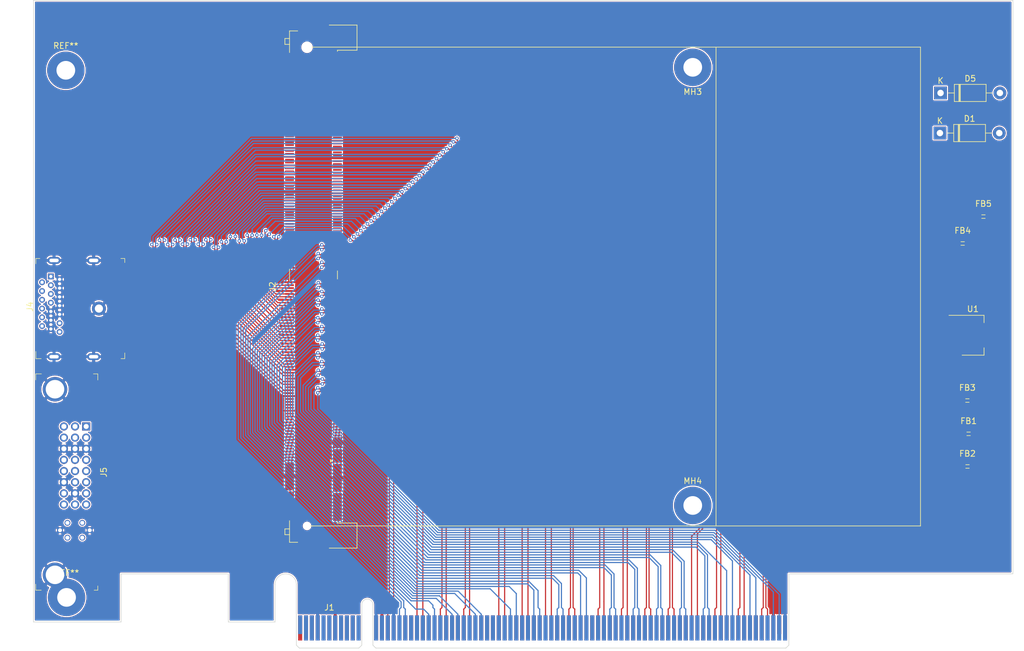
<source format=kicad_pcb>
(kicad_pcb (version 20171130) (host pcbnew "(5.1.7)-1")
  (layers (0 F.Cu signal) (1 In1.Cu signal) (2 In2.Cu signal) (31 B.Cu signal) (34 B.Paste user) (35 F.Paste user) (36 B.SilkS user) (37 F.SilkS user) (38 B.Mask user) (39 F.Mask user) (44 Edge.Cuts user))
  (net 0 "")
  (net 1 +12V)
  (net 2 GND)
  (net 3 "Net-(J1-PadB5)")
  (net 4 "Net-(J1-PadB6)")
  (net 5 +3V3)
  (net 6 "Net-(J1-PadB9)")
  (net 7 "Net-(J1-PadA1)")
  (net 8 "Net-(J1-PadB12)")
  (net 9 "Net-(J1-PadA5)")
  (net 10 "Net-(J1-PadA6)")
  (net 11 "Net-(J1-PadA7)")
  (net 12 "Net-(J1-PadA8)")
  (net 13 "Net-(J1-PadA14)")
  (net 14 "Net-(J1-PadA13)")
  (net 15 "Net-(J2-Pad200)")
  (net 16 "Net-(J2-Pad202)")
  (net 17 "Net-(J2-Pad194)")
  (net 18 "Net-(J2-Pad196)")
  (net 19 +5V)
  (net 20 "Net-(J2-Pad31)")
  (net 21 "Net-(J2-Pad188)")
  (net 22 "Net-(J2-Pad190)")
  (net 23 "Net-(J2-Pad35)")
  (net 24 "Net-(J2-Pad33)")
  (net 25 "Net-(J2-Pad281)")
  (net 26 "Net-(J2-Pad276)")
  (net 27 "Net-(J2-Pad274)")
  (net 28 "Net-(J2-Pad272)")
  (net 29 "Net-(J2-Pad270)")
  (net 30 "Net-(J2-Pad249)")
  (net 31 "Net-(J2-Pad247)")
  (net 32 "Net-(J2-Pad245)")
  (net 33 "Net-(J2-Pad243)")
  (net 34 "Net-(J2-Pad242)")
  (net 35 "Net-(J2-Pad241)")
  (net 36 "Net-(J2-Pad240)")
  (net 37 "Net-(J2-Pad239)")
  (net 38 "Net-(J2-Pad238)")
  (net 39 "Net-(J2-Pad237)")
  (net 40 "Net-(J2-Pad236)")
  (net 41 "Net-(J2-Pad235)")
  (net 42 "Net-(J2-Pad234)")
  (net 43 "Net-(J2-Pad233)")
  (net 44 "Net-(J2-Pad232)")
  (net 45 "Net-(J2-Pad231)")
  (net 46 "Net-(J2-Pad230)")
  (net 47 "Net-(J2-Pad229)")
  (net 48 "Net-(J2-Pad227)")
  (net 49 "Net-(J2-Pad226)")
  (net 50 "Net-(J2-Pad225)")
  (net 51 "Net-(J2-Pad224)")
  (net 52 "Net-(J2-Pad223)")
  (net 53 "Net-(J2-Pad220)")
  (net 54 "Net-(J2-Pad219)")
  (net 55 "Net-(J2-Pad218)")
  (net 56 "Net-(J2-Pad217)")
  (net 57 "Net-(J2-Pad214)")
  (net 58 "Net-(J2-Pad213)")
  (net 59 "Net-(J2-Pad212)")
  (net 60 "Net-(J2-Pad211)")
  (net 61 "Net-(J2-Pad208)")
  (net 62 "Net-(J2-Pad207)")
  (net 63 "Net-(J2-Pad206)")
  (net 64 "Net-(J2-Pad205)")
  (net 65 "Net-(J2-Pad201)")
  (net 66 "Net-(J2-Pad199)")
  (net 67 "Net-(J2-Pad195)")
  (net 68 "Net-(J2-Pad193)")
  (net 69 "Net-(J2-Pad189)")
  (net 70 "Net-(J2-Pad187)")
  (net 71 "Net-(J2-Pad184)")
  (net 72 "Net-(J2-Pad183)")
  (net 73 "Net-(J2-Pad182)")
  (net 74 "Net-(J2-Pad181)")
  (net 75 "Net-(J2-Pad177)")
  (net 76 "Net-(J2-Pad175)")
  (net 77 "Net-(J2-Pad171)")
  (net 78 "Net-(J2-Pad169)")
  (net 79 "Net-(J2-Pad167)")
  (net 80 "Net-(J2-Pad165)")
  (net 81 "Net-(J2-Pad163)")
  (net 82 "Net-(J2-Pad161)")
  (net 83 "Net-(J2-Pad160)")
  (net 84 "Net-(J2-Pad159)")
  (net 85 "Net-(J2-Pad158)")
  (net 86 "Net-(J2-Pad45)")
  (net 87 "Net-(J2-Pad44)")
  (net 88 "Net-(J2-Pad43)")
  (net 89 "Net-(J2-Pad42)")
  (net 90 "Net-(J2-Pad41)")
  (net 91 "Net-(J2-Pad40)")
  (net 92 "Net-(J2-Pad39)")
  (net 93 "Net-(J2-Pad38)")
  (net 94 "Net-(J2-Pad30)")
  (net 95 "Net-(J2-Pad28)")
  (net 96 "Net-(J2-Pad27)")
  (net 97 "Net-(J2-Pad26)")
  (net 98 "Net-(J2-Pad25)")
  (net 99 "Net-(J2-Pad24)")
  (net 100 "Net-(J2-Pad23)")
  (net 101 "Net-(J2-Pad22)")
  (net 102 "Net-(J2-Pad21)")
  (net 103 "Net-(J2-Pad20)")
  (net 104 "Net-(J2-Pad19)")
  (net 105 "Net-(J2-Pad18)")
  (net 106 "Net-(J2-Pad16)")
  (net 107 "Net-(J2-Pad14)")
  (net 108 "Net-(J2-Pad12)")
  (net 109 "Net-(J2-Pad10)")
  (net 110 "Net-(J2-Pad8)")
  (net 111 "Net-(J2-Pad6)")
  (net 112 "Net-(J2-Pad2)")
  (net 113 "Net-(C1-Pad1)")
  (net 114 "Net-(D5-Pad2)")
  (net 115 C4)
  (net 116 "Net-(FB1-Pad1)")
  (net 117 "Net-(FB2-Pad1)")
  (net 118 VGA_VS)
  (net 119 C3)
  (net 120 "Net-(FB3-Pad1)")
  (net 121 "Net-(FB4-Pad1)")
  (net 122 C2)
  (net 123 "Net-(FB5-Pad2)")
  (net 124 C1)
  (net 125 "Net-(J1-PadA33)")
  (net 126 "Net-(J1-PadB48)")
  (net 127 /PET7_N)
  (net 128 /PET7_P)
  (net 129 /PET6_N)
  (net 130 /PET6_P)
  (net 131 /PET5_N)
  (net 132 /PET5_P)
  (net 133 /PET4_N)
  (net 134 /PET4_P)
  (net 135 "Net-(J1-PadA32)")
  (net 136 "Net-(J1-PadA19)")
  (net 137 "Net-(J1-PadB31)")
  (net 138 "Net-(J1-PadB30)")
  (net 139 /PET3_N)
  (net 140 /PET3_P)
  (net 141 /PET2_N)
  (net 142 /PET2_P)
  (net 143 /PET1_N)
  (net 144 /PET1_P)
  (net 145 "Net-(J1-PadB10)")
  (net 146 WAKE)
  (net 147 /PET0_P)
  (net 148 /PET0_N)
  (net 149 "Net-(J1-PadB17)")
  (net 150 PERST)
  (net 151 /PET8_P)
  (net 152 /PET8_N)
  (net 153 /PET9_P)
  (net 154 /PET9_N)
  (net 155 /PET10_P)
  (net 156 /PET10_N)
  (net 157 /PET11_P)
  (net 158 /PET11_N)
  (net 159 /PET12_P)
  (net 160 /PET12_N)
  (net 161 /PET13_P)
  (net 162 /PET13_N)
  (net 163 /PET14_P)
  (net 164 /PET14_N)
  (net 165 /PET15_P)
  (net 166 /PET15_N)
  (net 167 "Net-(J1-PadB81)")
  (net 168 "Net-(J1-PadB82)")
  (net 169 "Net-(J1-PadA50)")
  (net 170 "Net-(C4-Pad1)")
  (net 171 "Net-(C5-Pad1)")
  (net 172 "Net-(C6-Pad1)")
  (net 173 "Net-(C7-Pad1)")
  (net 174 "Net-(C8-Pad1)")
  (net 175 "Net-(IC1-Pad48)")
  (net 176 "Net-(C9-Pad1)")
  (net 177 "Net-(IC1-Pad47)")
  (net 178 "Net-(C10-Pad1)")
  (net 179 "Net-(IC1-Pad45)")
  (net 180 "Net-(C11-Pad1)")
  (net 181 "Net-(IC1-Pad44)")
  (net 182 "Net-(C12-Pad1)")
  (net 183 "Net-(IC1-Pad42)")
  (net 184 "Net-(C13-Pad1)")
  (net 185 "Net-(IC1-Pad41)")
  (net 186 "Net-(IC1-Pad39)")
  (net 187 "Net-(IC1-Pad38)")
  (net 188 "Net-(J2-Pad178)")
  (net 189 "Net-(J2-Pad176)")
  (net 190 CEC)
  (net 191 "Net-(C5-Pad2)")
  (net 192 "Net-(C12-Pad2)")
  (net 193 "Net-(C10-Pad2)")
  (net 194 "Net-(C8-Pad2)")
  (net 195 "Net-(C6-Pad2)")
  (net 196 "Net-(C13-Pad2)")
  (net 197 "Net-(C11-Pad2)")
  (net 198 "Net-(C9-Pad2)")
  (net 199 "Net-(C7-Pad2)")
  (net 200 "Net-(C4-Pad2)")
  (net 201 /PER5_N)
  (net 202 /PER5_P)
  (net 203 /PER4_N)
  (net 204 /PER4_P)
  (net 205 /PER3_N)
  (net 206 /PER3_P)
  (net 207 /PER2_N)
  (net 208 /PER2_P)
  (net 209 /PER1_N)
  (net 210 /PER1_P)
  (net 211 /PER0_P)
  (net 212 /PER0_N)
  (net 213 /PER6_P)
  (net 214 /PER6_N)
  (net 215 /PER7_P)
  (net 216 /PER7_N)
  (net 217 /PER8_P)
  (net 218 /PER8_N)
  (net 219 /PER9_P)
  (net 220 /PER9_N)
  (net 221 /PER10_P)
  (net 222 /PER10_N)
  (net 223 /PER11_P)
  (net 224 /PER11_N)
  (net 225 /PER12_P)
  (net 226 /PER12_N)
  (net 227 /PER13_P)
  (net 228 /PER13_N)
  (net 229 /PER14_P)
  (net 230 /PER14_N)
  (net 231 /PER15_P)
  (net 232 /PER15_N)
  (module MountingHole:MountingHole_3.2mm_M3_Pad (layer F.Cu) (at 75.184 138.938)
    (fp_text reference REF** (at 0 -4.2) (layer F.SilkS))
    (fp_text value MountingHole_3.2mm_M3_Pad)
    (pad 1 thru_hole circle (at 0 0) (size 6.4 6.4) (drill 3.2) (layers *.Cu *.Mask))
  )
  (module MountingHole:MountingHole_3.2mm_M3_Pad (layer F.Cu) (at 75.057 48.641)
    (fp_text reference REF** (at 0 -4.2) (layer F.SilkS))
    (fp_text value MountingHole_3.2mm_M3_Pad)
    (pad 1 thru_hole circle (at 0 0) (size 6.4 6.4) (drill 3.2) (layers *.Cu *.Mask))
  )
  (module MountingHole:MountingHole_3.2mm_M3_Pad (layer F.Cu) (at 182.372 48.133 180)
    (fp_text reference MH3 (at 0 -4.2) (layer F.SilkS))
    (fp_text value MountingHole_3.2mm_M3_Pad)
    (pad 1 thru_hole circle (at 0 0 180) (size 6.4 6.4) (drill 3.2) (layers *.Cu *.Mask) (net 2 GND))
  )
  (module MountingHole:MountingHole_3.2mm_M3_Pad (layer F.Cu) (at 182.372 123.19)
    (fp_text reference MH4 (at 0 -4.2) (layer F.SilkS))
    (fp_text value MountingHole_3.2mm_M3_Pad)
    (pad 1 thru_hole circle (at 0 0) (size 6.4 6.4) (drill 3.2) (layers *.Cu *.Mask))
  )
  (module Connector_JAE:JAE_MM70-314-310B1 (layer F.Cu) (at 117.4496 85.6996 90)
    (fp_text reference J2 (at 0 -7 90) (layer F.SilkS))
    (fp_text value MXM3.0)
    (pad E4 smd rect (at -32.5 -4.1 90) (size 4.8 1.5) (layers F.Cu F.Paste F.Mask) (net 2 GND))
    (pad E2 smd rect (at -37.5 -4.1 90) (size 4.8 1.5) (layers F.Cu F.Paste F.Mask) (net 1 +12V))
    (pad E3 smd rect (at -32.75 4.1 90) (size 4.8 1.5) (layers F.Cu F.Paste F.Mask) (net 2 GND))
    (pad E1 smd rect (at -37.75 4.1 90) (size 4.8 1.5) (layers F.Cu F.Paste F.Mask) (net 1 +12V))
    (pad 280 smd rect (at 39.5 -4.1 90) (size 0.8 1.5) (layers F.Cu F.Paste F.Mask) (net 5 +3V3))
    (pad 281 smd rect (at 40 4.1 90) (size 0.3 1.5) (layers F.Cu F.Paste F.Mask) (net 25 "Net-(J2-Pad281)"))
    (pad 279 smd rect (at 39.5 4.1 90) (size 0.3 1.5) (layers F.Cu F.Paste F.Mask) (net 170 "Net-(C4-Pad1)"))
    (pad 278 smd rect (at 39.5 -4.1 90) (size 0.8 1.5) (layers F.Cu F.Paste F.Mask) (net 5 +3V3))
    (pad 277 smd rect (at 39 4.1 90) (size 0.3 1.5) (layers F.Cu F.Paste F.Mask) (net 171 "Net-(C5-Pad1)"))
    (pad 276 smd rect (at 38.75 -4.1 90) (size 0.3 1.5) (layers F.Cu F.Paste F.Mask) (net 26 "Net-(J2-Pad276)"))
    (pad 275 smd rect (at 38.5 4.1 90) (size 0.3 1.5) (layers F.Cu F.Paste F.Mask) (net 2 GND))
    (pad 274 smd rect (at 38.25 -4.1 90) (size 0.3 1.5) (layers F.Cu F.Paste F.Mask) (net 27 "Net-(J2-Pad274)"))
    (pad 273 smd rect (at 38 4.1 90) (size 0.3 1.5) (layers F.Cu F.Paste F.Mask) (net 172 "Net-(C6-Pad1)"))
    (pad 272 smd rect (at 37.75 -4.1 90) (size 0.3 1.5) (layers F.Cu F.Paste F.Mask) (net 28 "Net-(J2-Pad272)"))
    (pad 271 smd rect (at 37.5 4.1 90) (size 0.3 1.5) (layers F.Cu F.Paste F.Mask) (net 173 "Net-(C7-Pad1)"))
    (pad 270 smd rect (at 37.25 -4.1 90) (size 0.3 1.5) (layers F.Cu F.Paste F.Mask) (net 29 "Net-(J2-Pad270)"))
    (pad 269 smd rect (at 37 4.1 90) (size 0.3 1.5) (layers F.Cu F.Paste F.Mask) (net 2 GND))
    (pad 268 smd rect (at 36.75 -4.1 90) (size 0.3 1.5) (layers F.Cu F.Paste F.Mask) (net 2 GND))
    (pad 267 smd rect (at 36.5 4.1 90) (size 0.3 1.5) (layers F.Cu F.Paste F.Mask) (net 174 "Net-(C8-Pad1)"))
    (pad 266 smd rect (at 36.25 -4.1 90) (size 0.3 1.5) (layers F.Cu F.Paste F.Mask) (net 175 "Net-(IC1-Pad48)"))
    (pad 265 smd rect (at 36 4.1 90) (size 0.3 1.5) (layers F.Cu F.Paste F.Mask) (net 176 "Net-(C9-Pad1)"))
    (pad 264 smd rect (at 35.75 -4.1 90) (size 0.3 1.5) (layers F.Cu F.Paste F.Mask) (net 177 "Net-(IC1-Pad47)"))
    (pad 263 smd rect (at 35.5 4.1 90) (size 0.3 1.5) (layers F.Cu F.Paste F.Mask) (net 2 GND))
    (pad 262 smd rect (at 35.25 -4.1 90) (size 0.3 1.5) (layers F.Cu F.Paste F.Mask) (net 2 GND))
    (pad 261 smd rect (at 35 4.1 90) (size 0.3 1.5) (layers F.Cu F.Paste F.Mask) (net 178 "Net-(C10-Pad1)"))
    (pad 260 smd rect (at 34.75 -4.1 90) (size 0.3 1.5) (layers F.Cu F.Paste F.Mask) (net 179 "Net-(IC1-Pad45)"))
    (pad 259 smd rect (at 34.5 4.1 90) (size 0.3 1.5) (layers F.Cu F.Paste F.Mask) (net 180 "Net-(C11-Pad1)"))
    (pad 258 smd rect (at 34.25 -4.1 90) (size 0.3 1.5) (layers F.Cu F.Paste F.Mask) (net 181 "Net-(IC1-Pad44)"))
    (pad 257 smd rect (at 34 4.1 90) (size 0.3 1.5) (layers F.Cu F.Paste F.Mask) (net 2 GND))
    (pad 256 smd rect (at 33.75 -4.1 90) (size 0.3 1.5) (layers F.Cu F.Paste F.Mask) (net 2 GND))
    (pad 255 smd rect (at 33.5 4.1 90) (size 0.3 1.5) (layers F.Cu F.Paste F.Mask) (net 182 "Net-(C12-Pad1)"))
    (pad 254 smd rect (at 33.25 -4.1 90) (size 0.3 1.5) (layers F.Cu F.Paste F.Mask) (net 183 "Net-(IC1-Pad42)"))
    (pad 253 smd rect (at 33 4.1 90) (size 0.3 1.5) (layers F.Cu F.Paste F.Mask) (net 184 "Net-(C13-Pad1)"))
    (pad 252 smd rect (at 32.75 -4.1 90) (size 0.3 1.5) (layers F.Cu F.Paste F.Mask) (net 185 "Net-(IC1-Pad41)"))
    (pad 251 smd rect (at 32.5 4.1 90) (size 0.3 1.5) (layers F.Cu F.Paste F.Mask) (net 2 GND))
    (pad 250 smd rect (at 32.25 -4.1 90) (size 0.3 1.5) (layers F.Cu F.Paste F.Mask) (net 2 GND))
    (pad 249 smd rect (at 32 4.1 90) (size 0.3 1.5) (layers F.Cu F.Paste F.Mask) (net 30 "Net-(J2-Pad249)"))
    (pad 248 smd rect (at 31.75 -4.1 90) (size 0.3 1.5) (layers F.Cu F.Paste F.Mask) (net 186 "Net-(IC1-Pad39)"))
    (pad 247 smd rect (at 31.5 4.1 90) (size 0.3 1.5) (layers F.Cu F.Paste F.Mask) (net 31 "Net-(J2-Pad247)"))
    (pad 246 smd rect (at 31.25 -4.1 90) (size 0.3 1.5) (layers F.Cu F.Paste F.Mask) (net 187 "Net-(IC1-Pad38)"))
    (pad 245 smd rect (at 31 4.1 90) (size 0.3 1.5) (layers F.Cu F.Paste F.Mask) (net 32 "Net-(J2-Pad245)"))
    (pad 244 smd rect (at 30.75 -4.1 90) (size 0.3 1.5) (layers F.Cu F.Paste F.Mask) (net 2 GND))
    (pad 243 smd rect (at 30.5 4.1 90) (size 0.3 1.5) (layers F.Cu F.Paste F.Mask) (net 33 "Net-(J2-Pad243)"))
    (pad 242 smd rect (at 30.25 -4.1 90) (size 0.3 1.5) (layers F.Cu F.Paste F.Mask) (net 34 "Net-(J2-Pad242)"))
    (pad 241 smd rect (at 30 4.1 90) (size 0.3 1.5) (layers F.Cu F.Paste F.Mask) (net 35 "Net-(J2-Pad241)"))
    (pad 240 smd rect (at 29.75 -4.1 90) (size 0.3 1.5) (layers F.Cu F.Paste F.Mask) (net 36 "Net-(J2-Pad240)"))
    (pad 239 smd rect (at 29.5 4.1 90) (size 0.3 1.5) (layers F.Cu F.Paste F.Mask) (net 37 "Net-(J2-Pad239)"))
    (pad 238 smd rect (at 29.25 -4.1 90) (size 0.3 1.5) (layers F.Cu F.Paste F.Mask) (net 38 "Net-(J2-Pad238)"))
    (pad 237 smd rect (at 29 4.1 90) (size 0.3 1.5) (layers F.Cu F.Paste F.Mask) (net 39 "Net-(J2-Pad237)"))
    (pad 236 smd rect (at 28.75 -4.1 90) (size 0.3 1.5) (layers F.Cu F.Paste F.Mask) (net 40 "Net-(J2-Pad236)"))
    (pad 235 smd rect (at 28.5 4.1 90) (size 0.3 1.5) (layers F.Cu F.Paste F.Mask) (net 41 "Net-(J2-Pad235)"))
    (pad 234 smd rect (at 28.25 -4.1 90) (size 0.3 1.5) (layers F.Cu F.Paste F.Mask) (net 42 "Net-(J2-Pad234)"))
    (pad 233 smd rect (at 28 4.1 90) (size 0.3 1.5) (layers F.Cu F.Paste F.Mask) (net 43 "Net-(J2-Pad233)"))
    (pad 232 smd rect (at 27.75 -4.1 90) (size 0.3 1.5) (layers F.Cu F.Paste F.Mask) (net 44 "Net-(J2-Pad232)"))
    (pad 231 smd rect (at 27.5 4.1 90) (size 0.3 1.5) (layers F.Cu F.Paste F.Mask) (net 45 "Net-(J2-Pad231)"))
    (pad 230 smd rect (at 27.25 -4.1 90) (size 0.3 1.5) (layers F.Cu F.Paste F.Mask) (net 46 "Net-(J2-Pad230)"))
    (pad 229 smd rect (at 27 4.1 90) (size 0.3 1.5) (layers F.Cu F.Paste F.Mask) (net 47 "Net-(J2-Pad229)"))
    (pad 228 smd rect (at 26.75 -4.1 90) (size 0.3 1.5) (layers F.Cu F.Paste F.Mask) (net 2 GND))
    (pad 227 smd rect (at 26.5 4.1 90) (size 0.3 1.5) (layers F.Cu F.Paste F.Mask) (net 48 "Net-(J2-Pad227)"))
    (pad 226 smd rect (at 26.25 -4.1 90) (size 0.3 1.5) (layers F.Cu F.Paste F.Mask) (net 49 "Net-(J2-Pad226)"))
    (pad 225 smd rect (at 26 4.1 90) (size 0.3 1.5) (layers F.Cu F.Paste F.Mask) (net 50 "Net-(J2-Pad225)"))
    (pad 224 smd rect (at 25.75 -4.1 90) (size 0.3 1.5) (layers F.Cu F.Paste F.Mask) (net 51 "Net-(J2-Pad224)"))
    (pad 223 smd rect (at 25.5 4.1 90) (size 0.3 1.5) (layers F.Cu F.Paste F.Mask) (net 52 "Net-(J2-Pad223)"))
    (pad 222 smd rect (at 25.25 -4.1 90) (size 0.3 1.5) (layers F.Cu F.Paste F.Mask) (net 2 GND))
    (pad 221 smd rect (at 25 4.1 90) (size 0.3 1.5) (layers F.Cu F.Paste F.Mask) (net 2 GND))
    (pad 220 smd rect (at 24.75 -4.1 90) (size 0.3 1.5) (layers F.Cu F.Paste F.Mask) (net 53 "Net-(J2-Pad220)"))
    (pad 219 smd rect (at 24.5 4.1 90) (size 0.3 1.5) (layers F.Cu F.Paste F.Mask) (net 54 "Net-(J2-Pad219)"))
    (pad 218 smd rect (at 24.25 -4.1 90) (size 0.3 1.5) (layers F.Cu F.Paste F.Mask) (net 55 "Net-(J2-Pad218)"))
    (pad 217 smd rect (at 24 4.1 90) (size 0.3 1.5) (layers F.Cu F.Paste F.Mask) (net 56 "Net-(J2-Pad217)"))
    (pad 216 smd rect (at 23.75 -4.1 90) (size 0.3 1.5) (layers F.Cu F.Paste F.Mask) (net 2 GND))
    (pad 215 smd rect (at 23.5 4.1 90) (size 0.3 1.5) (layers F.Cu F.Paste F.Mask) (net 2 GND))
    (pad 214 smd rect (at 23.25 -4.1 90) (size 0.3 1.5) (layers F.Cu F.Paste F.Mask) (net 57 "Net-(J2-Pad214)"))
    (pad 213 smd rect (at 23 4.1 90) (size 0.3 1.5) (layers F.Cu F.Paste F.Mask) (net 58 "Net-(J2-Pad213)"))
    (pad 212 smd rect (at 22.75 -4.1 90) (size 0.3 1.5) (layers F.Cu F.Paste F.Mask) (net 59 "Net-(J2-Pad212)"))
    (pad 211 smd rect (at 22.5 4.1 90) (size 0.3 1.5) (layers F.Cu F.Paste F.Mask) (net 60 "Net-(J2-Pad211)"))
    (pad 210 smd rect (at 22.25 -4.1 90) (size 0.3 1.5) (layers F.Cu F.Paste F.Mask) (net 2 GND))
    (pad 209 smd rect (at 22 4.1 90) (size 0.3 1.5) (layers F.Cu F.Paste F.Mask) (net 2 GND))
    (pad 208 smd rect (at 21.75 -4.1 90) (size 0.3 1.5) (layers F.Cu F.Paste F.Mask) (net 61 "Net-(J2-Pad208)"))
    (pad 207 smd rect (at 21.5 4.1 90) (size 0.3 1.5) (layers F.Cu F.Paste F.Mask) (net 62 "Net-(J2-Pad207)"))
    (pad 206 smd rect (at 21.25 -4.1 90) (size 0.3 1.5) (layers F.Cu F.Paste F.Mask) (net 63 "Net-(J2-Pad206)"))
    (pad 205 smd rect (at 21 4.1 90) (size 0.3 1.5) (layers F.Cu F.Paste F.Mask) (net 64 "Net-(J2-Pad205)"))
    (pad 204 smd rect (at 20.75 -4.1 90) (size 0.3 1.5) (layers F.Cu F.Paste F.Mask) (net 2 GND))
    (pad 203 smd rect (at 20.5 4.1 90) (size 0.3 1.5) (layers F.Cu F.Paste F.Mask) (net 2 GND))
    (pad 202 smd rect (at 20.25 -4.1 90) (size 0.3 1.5) (layers F.Cu F.Paste F.Mask) (net 16 "Net-(J2-Pad202)"))
    (pad 201 smd rect (at 20 4.1 90) (size 0.3 1.5) (layers F.Cu F.Paste F.Mask) (net 65 "Net-(J2-Pad201)"))
    (pad 200 smd rect (at 19.75 -4.1 90) (size 0.3 1.5) (layers F.Cu F.Paste F.Mask) (net 15 "Net-(J2-Pad200)"))
    (pad 199 smd rect (at 19.5 4.1 90) (size 0.3 1.5) (layers F.Cu F.Paste F.Mask) (net 66 "Net-(J2-Pad199)"))
    (pad 198 smd rect (at 19.25 -4.1 90) (size 0.3 1.5) (layers F.Cu F.Paste F.Mask) (net 2 GND))
    (pad 197 smd rect (at 19 4.1 90) (size 0.3 1.5) (layers F.Cu F.Paste F.Mask) (net 2 GND))
    (pad 196 smd rect (at 18.75 -4.1 90) (size 0.3 1.5) (layers F.Cu F.Paste F.Mask) (net 18 "Net-(J2-Pad196)"))
    (pad 195 smd rect (at 18.5 4.1 90) (size 0.3 1.5) (layers F.Cu F.Paste F.Mask) (net 67 "Net-(J2-Pad195)"))
    (pad 194 smd rect (at 18.25 -4.1 90) (size 0.3 1.5) (layers F.Cu F.Paste F.Mask) (net 17 "Net-(J2-Pad194)"))
    (pad 193 smd rect (at 18 4.1 90) (size 0.3 1.5) (layers F.Cu F.Paste F.Mask) (net 68 "Net-(J2-Pad193)"))
    (pad 192 smd rect (at 17.75 -4.1 90) (size 0.3 1.5) (layers F.Cu F.Paste F.Mask) (net 2 GND))
    (pad 191 smd rect (at 17.5 4.1 90) (size 0.3 1.5) (layers F.Cu F.Paste F.Mask) (net 2 GND))
    (pad 190 smd rect (at 17.25 -4.1 90) (size 0.3 1.5) (layers F.Cu F.Paste F.Mask) (net 22 "Net-(J2-Pad190)"))
    (pad 189 smd rect (at 17 4.1 90) (size 0.3 1.5) (layers F.Cu F.Paste F.Mask) (net 69 "Net-(J2-Pad189)"))
    (pad 188 smd rect (at 16.75 -4.1 90) (size 0.3 1.5) (layers F.Cu F.Paste F.Mask) (net 21 "Net-(J2-Pad188)"))
    (pad 187 smd rect (at 16.5 4.1 90) (size 0.3 1.5) (layers F.Cu F.Paste F.Mask) (net 70 "Net-(J2-Pad187)"))
    (pad 186 smd rect (at 16.25 -4.1 90) (size 0.3 1.5) (layers F.Cu F.Paste F.Mask) (net 2 GND))
    (pad 185 smd rect (at 16 4.1 90) (size 0.3 1.5) (layers F.Cu F.Paste F.Mask) (net 2 GND))
    (pad 184 smd rect (at 15.75 -4.1 90) (size 0.3 1.5) (layers F.Cu F.Paste F.Mask) (net 71 "Net-(J2-Pad184)"))
    (pad 183 smd rect (at 15.5 4.1 90) (size 0.3 1.5) (layers F.Cu F.Paste F.Mask) (net 72 "Net-(J2-Pad183)"))
    (pad 182 smd rect (at 15.25 -4.1 90) (size 0.3 1.5) (layers F.Cu F.Paste F.Mask) (net 73 "Net-(J2-Pad182)"))
    (pad 181 smd rect (at 15 4.1 90) (size 0.3 1.5) (layers F.Cu F.Paste F.Mask) (net 74 "Net-(J2-Pad181)"))
    (pad 180 smd rect (at 14.75 -4.1 90) (size 0.3 1.5) (layers F.Cu F.Paste F.Mask) (net 2 GND))
    (pad 179 smd rect (at 14.5 4.1 90) (size 0.3 1.5) (layers F.Cu F.Paste F.Mask) (net 2 GND))
    (pad 178 smd rect (at 14.25 -4.1 90) (size 0.3 1.5) (layers F.Cu F.Paste F.Mask) (net 188 "Net-(J2-Pad178)"))
    (pad 177 smd rect (at 14 4.1 90) (size 0.3 1.5) (layers F.Cu F.Paste F.Mask) (net 75 "Net-(J2-Pad177)"))
    (pad 176 smd rect (at 13.75 -4.1 90) (size 0.3 1.5) (layers F.Cu F.Paste F.Mask) (net 189 "Net-(J2-Pad176)"))
    (pad 175 smd rect (at 13.5 4.1 90) (size 0.3 1.5) (layers F.Cu F.Paste F.Mask) (net 76 "Net-(J2-Pad175)"))
    (pad 174 smd rect (at 13.25 -4.1 90) (size 0.3 1.5) (layers F.Cu F.Paste F.Mask) (net 2 GND))
    (pad 173 smd rect (at 13 4.1 90) (size 0.3 1.5) (layers F.Cu F.Paste F.Mask) (net 2 GND))
    (pad 172 smd rect (at 12.75 -4.1 90) (size 0.3 1.5) (layers F.Cu F.Paste F.Mask) (net 120 "Net-(FB3-Pad1)"))
    (pad 171 smd rect (at 12.5 4.1 90) (size 0.3 1.5) (layers F.Cu F.Paste F.Mask) (net 77 "Net-(J2-Pad171)"))
    (pad 170 smd rect (at 12.25 -4.1 90) (size 0.3 1.5) (layers F.Cu F.Paste F.Mask) (net 121 "Net-(FB4-Pad1)"))
    (pad 169 smd rect (at 12 4.1 90) (size 0.3 1.5) (layers F.Cu F.Paste F.Mask) (net 78 "Net-(J2-Pad169)"))
    (pad 168 smd rect (at 11.75 -4.1 90) (size 0.3 1.5) (layers F.Cu F.Paste F.Mask) (net 123 "Net-(FB5-Pad2)"))
    (pad 167 smd rect (at 11.5 4.1 90) (size 0.3 1.5) (layers F.Cu F.Paste F.Mask) (net 79 "Net-(J2-Pad167)"))
    (pad 166 smd rect (at 11.25 -4.1 90) (size 0.3 1.5) (layers F.Cu F.Paste F.Mask) (net 2 GND))
    (pad 165 smd rect (at 11 4.1 90) (size 0.3 1.5) (layers F.Cu F.Paste F.Mask) (net 80 "Net-(J2-Pad165)"))
    (pad 164 smd rect (at 10.75 -4.1 90) (size 0.3 1.5) (layers F.Cu F.Paste F.Mask) (net 116 "Net-(FB1-Pad1)"))
    (pad 163 smd rect (at 10.5 4.1 90) (size 0.3 1.5) (layers F.Cu F.Paste F.Mask) (net 81 "Net-(J2-Pad163)"))
    (pad 162 smd rect (at 10.25 -4.1 90) (size 0.3 1.5) (layers F.Cu F.Paste F.Mask) (net 117 "Net-(FB2-Pad1)"))
    (pad 161 smd rect (at 10 4.1 90) (size 0.3 1.5) (layers F.Cu F.Paste F.Mask) (net 82 "Net-(J2-Pad161)"))
    (pad 160 smd rect (at 9.75 -4.1 90) (size 0.3 1.5) (layers F.Cu F.Paste F.Mask) (net 83 "Net-(J2-Pad160)"))
    (pad 159 smd rect (at 9.5 4.1 90) (size 0.3 1.5) (layers F.Cu F.Paste F.Mask) (net 84 "Net-(J2-Pad159)"))
    (pad 158 smd rect (at 9.25 -4.1 90) (size 0.3 1.5) (layers F.Cu F.Paste F.Mask) (net 85 "Net-(J2-Pad158)"))
    (pad 157 smd rect (at 9 4.1 90) (size 0.3 1.5) (layers F.Cu F.Paste F.Mask) (net 2 GND))
    (pad 156 smd rect (at 8.75 -4.1 90) (size 0.3 1.5) (layers F.Cu F.Paste F.Mask) (net 150 PERST))
    (pad 155 smd rect (at 8.5 4.1 90) (size 0.3 1.5) (layers F.Cu F.Paste F.Mask) (net 14 "Net-(J1-PadA13)"))
    (pad 154 smd rect (at 8.25 -4.1 90) (size 0.3 1.5) (layers F.Cu F.Paste F.Mask) (net 8 "Net-(J1-PadB12)"))
    (pad 153 smd rect (at 8 4.1 90) (size 0.3 1.5) (layers F.Cu F.Paste F.Mask) (net 13 "Net-(J1-PadA14)"))
    (pad 152 smd rect (at 7.75 -4.1 90) (size 0.3 1.5) (layers F.Cu F.Paste F.Mask) (net 2 GND))
    (pad 151 smd rect (at 7.5 4.1 90) (size 0.3 1.5) (layers F.Cu F.Paste F.Mask) (net 2 GND))
    (pad 150 smd rect (at 7.25 -4.1 90) (size 0.3 1.5) (layers F.Cu F.Paste F.Mask) (net 147 /PET0_P))
    (pad 149 smd rect (at 7 4.1 90) (size 0.3 1.5) (layers F.Cu F.Paste F.Mask) (net 211 /PER0_P))
    (pad 148 smd rect (at 6.75 -4.1 90) (size 0.3 1.5) (layers F.Cu F.Paste F.Mask) (net 148 /PET0_N))
    (pad 147 smd rect (at 6.5 4.1 90) (size 0.3 1.5) (layers F.Cu F.Paste F.Mask) (net 212 /PER0_N))
    (pad 146 smd rect (at 6.25 -4.1 90) (size 0.3 1.5) (layers F.Cu F.Paste F.Mask) (net 2 GND))
    (pad 145 smd rect (at 6 4.1 90) (size 0.3 1.5) (layers F.Cu F.Paste F.Mask) (net 2 GND))
    (pad 144 smd rect (at 5.75 -4.1 90) (size 0.3 1.5) (layers F.Cu F.Paste F.Mask) (net 144 /PET1_P))
    (pad 143 smd rect (at 5.5 4.1 90) (size 0.3 1.5) (layers F.Cu F.Paste F.Mask) (net 210 /PER1_P))
    (pad 142 smd rect (at 5.25 -4.1 90) (size 0.3 1.5) (layers F.Cu F.Paste F.Mask) (net 143 /PET1_N))
    (pad 141 smd rect (at 5 4.1 90) (size 0.3 1.5) (layers F.Cu F.Paste F.Mask) (net 209 /PER1_N))
    (pad 140 smd rect (at 4.75 -4.1 90) (size 0.3 1.5) (layers F.Cu F.Paste F.Mask) (net 2 GND))
    (pad 139 smd rect (at 4.5 4.1 90) (size 0.3 1.5) (layers F.Cu F.Paste F.Mask) (net 2 GND))
    (pad 138 smd rect (at 4.25 -4.1 90) (size 0.3 1.5) (layers F.Cu F.Paste F.Mask) (net 142 /PET2_P))
    (pad 137 smd rect (at 4 4.1 90) (size 0.3 1.5) (layers F.Cu F.Paste F.Mask) (net 208 /PER2_P))
    (pad 136 smd rect (at 3.75 -4.1 90) (size 0.3 1.5) (layers F.Cu F.Paste F.Mask) (net 141 /PET2_N))
    (pad 135 smd rect (at 3.5 4.1 90) (size 0.3 1.5) (layers F.Cu F.Paste F.Mask) (net 207 /PER2_N))
    (pad 134 smd rect (at 3.25 -4.1 90) (size 0.3 1.5) (layers F.Cu F.Paste F.Mask) (net 2 GND))
    (pad 133 smd rect (at 3 4.1 90) (size 0.3 1.5) (layers F.Cu F.Paste F.Mask) (net 2 GND))
    (pad 125 smd rect (at 1 4.1 90) (size 0.3 1.5) (layers F.Cu F.Paste F.Mask) (net 2 GND))
    (pad MP smd rect (at 43.95 0 90) (size 3.3 5) (layers F.Cu F.Paste F.Mask))
    (pad MP smd rect (at -43.95 0 90) (size 3.3 5) (layers F.Cu F.Paste F.Mask))
    (pad 124 smd rect (at 0.75 -4.1 90) (size 0.3 1.5) (layers F.Cu F.Paste F.Mask) (net 2 GND))
    (pad 123 smd rect (at 0.5 4.1 90) (size 0.3 1.5) (layers F.Cu F.Paste F.Mask) (net 206 /PER3_P))
    (pad 122 smd rect (at 0.25 -4.1 90) (size 0.3 1.5) (layers F.Cu F.Paste F.Mask) (net 140 /PET3_P))
    (pad 121 smd rect (at 0 4.1 90) (size 0.3 1.5) (layers F.Cu F.Paste F.Mask) (net 205 /PER3_N))
    (pad 120 smd rect (at -0.25 -4.1 90) (size 0.3 1.5) (layers F.Cu F.Paste F.Mask) (net 139 /PET3_N))
    (pad 119 smd rect (at -0.5 4.1 90) (size 0.3 1.5) (layers F.Cu F.Paste F.Mask) (net 2 GND))
    (pad 118 smd rect (at -0.75 -4.1 90) (size 0.3 1.5) (layers F.Cu F.Paste F.Mask) (net 2 GND))
    (pad 117 smd rect (at -1 4.1 90) (size 0.3 1.5) (layers F.Cu F.Paste F.Mask) (net 204 /PER4_P))
    (pad 116 smd rect (at -1.25 -4.1 90) (size 0.3 1.5) (layers F.Cu F.Paste F.Mask) (net 134 /PET4_P))
    (pad 115 smd rect (at -1.5 4.1 90) (size 0.3 1.5) (layers F.Cu F.Paste F.Mask) (net 203 /PER4_N))
    (pad 114 smd rect (at -1.75 -4.1 90) (size 0.3 1.5) (layers F.Cu F.Paste F.Mask) (net 133 /PET4_N))
    (pad 113 smd rect (at -2 4.1 90) (size 0.3 1.5) (layers F.Cu F.Paste F.Mask) (net 2 GND))
    (pad 112 smd rect (at -2.25 -4.1 90) (size 0.3 1.5) (layers F.Cu F.Paste F.Mask) (net 2 GND))
    (pad 111 smd rect (at -2.5 4.1 90) (size 0.3 1.5) (layers F.Cu F.Paste F.Mask) (net 202 /PER5_P))
    (pad 110 smd rect (at -2.75 -4.1 90) (size 0.3 1.5) (layers F.Cu F.Paste F.Mask) (net 132 /PET5_P))
    (pad 109 smd rect (at -3 4.1 90) (size 0.3 1.5) (layers F.Cu F.Paste F.Mask) (net 201 /PER5_N))
    (pad 108 smd rect (at -3.25 -4.1 90) (size 0.3 1.5) (layers F.Cu F.Paste F.Mask) (net 131 /PET5_N))
    (pad 107 smd rect (at -3.5 4.1 90) (size 0.3 1.5) (layers F.Cu F.Paste F.Mask) (net 2 GND))
    (pad 106 smd rect (at -3.75 -4.1 90) (size 0.3 1.5) (layers F.Cu F.Paste F.Mask) (net 2 GND))
    (pad 105 smd rect (at -4 4.1 90) (size 0.3 1.5) (layers F.Cu F.Paste F.Mask) (net 213 /PER6_P))
    (pad 104 smd rect (at -4.25 -4.1 90) (size 0.3 1.5) (layers F.Cu F.Paste F.Mask) (net 130 /PET6_P))
    (pad 103 smd rect (at -4.5 4.1 90) (size 0.3 1.5) (layers F.Cu F.Paste F.Mask) (net 214 /PER6_N))
    (pad 102 smd rect (at -4.75 -4.1 90) (size 0.3 1.5) (layers F.Cu F.Paste F.Mask) (net 129 /PET6_N))
    (pad 101 smd rect (at -5 4.1 90) (size 0.3 1.5) (layers F.Cu F.Paste F.Mask) (net 2 GND))
    (pad 100 smd rect (at -5.25 -4.1 90) (size 0.3 1.5) (layers F.Cu F.Paste F.Mask) (net 2 GND))
    (pad 99 smd rect (at -5.5 4.1 90) (size 0.3 1.5) (layers F.Cu F.Paste F.Mask) (net 215 /PER7_P))
    (pad 98 smd rect (at -5.75 -4.1 90) (size 0.3 1.5) (layers F.Cu F.Paste F.Mask) (net 128 /PET7_P))
    (pad 97 smd rect (at -6 4.1 90) (size 0.3 1.5) (layers F.Cu F.Paste F.Mask) (net 216 /PER7_N))
    (pad 96 smd rect (at -6.25 -4.1 90) (size 0.3 1.5) (layers F.Cu F.Paste F.Mask) (net 127 /PET7_N))
    (pad 95 smd rect (at -6.5 4.1 90) (size 0.3 1.5) (layers F.Cu F.Paste F.Mask) (net 2 GND))
    (pad 94 smd rect (at -6.75 -4.1 90) (size 0.3 1.5) (layers F.Cu F.Paste F.Mask) (net 2 GND))
    (pad 93 smd rect (at -7 4.1 90) (size 0.3 1.5) (layers F.Cu F.Paste F.Mask) (net 217 /PER8_P))
    (pad 92 smd rect (at -7.25 -4.1 90) (size 0.3 1.5) (layers F.Cu F.Paste F.Mask) (net 151 /PET8_P))
    (pad 91 smd rect (at -7.5 4.1 90) (size 0.3 1.5) (layers F.Cu F.Paste F.Mask) (net 218 /PER8_N))
    (pad 90 smd rect (at -7.75 -4.1 90) (size 0.3 1.5) (layers F.Cu F.Paste F.Mask) (net 152 /PET8_N))
    (pad 89 smd rect (at -8 4.1 90) (size 0.3 1.5) (layers F.Cu F.Paste F.Mask) (net 2 GND))
    (pad 88 smd rect (at -8.25 -4.1 90) (size 0.3 1.5) (layers F.Cu F.Paste F.Mask) (net 2 GND))
    (pad 87 smd rect (at -8.5 4.1 90) (size 0.3 1.5) (layers F.Cu F.Paste F.Mask) (net 219 /PER9_P))
    (pad 86 smd rect (at -8.75 -4.1 90) (size 0.3 1.5) (layers F.Cu F.Paste F.Mask) (net 153 /PET9_P))
    (pad 85 smd rect (at -9 4.1 90) (size 0.3 1.5) (layers F.Cu F.Paste F.Mask) (net 220 /PER9_N))
    (pad 84 smd rect (at -9.25 -4.1 90) (size 0.3 1.5) (layers F.Cu F.Paste F.Mask) (net 154 /PET9_N))
    (pad 83 smd rect (at -9.5 4.1 90) (size 0.3 1.5) (layers F.Cu F.Paste F.Mask) (net 2 GND))
    (pad 82 smd rect (at -9.75 -4.1 90) (size 0.3 1.5) (layers F.Cu F.Paste F.Mask) (net 2 GND))
    (pad 81 smd rect (at -10 4.1 90) (size 0.3 1.5) (layers F.Cu F.Paste F.Mask) (net 221 /PER10_P))
    (pad 80 smd rect (at -10.25 -4.1 90) (size 0.3 1.5) (layers F.Cu F.Paste F.Mask) (net 155 /PET10_P))
    (pad 79 smd rect (at -10.5 4.1 90) (size 0.3 1.5) (layers F.Cu F.Paste F.Mask) (net 222 /PER10_N))
    (pad 78 smd rect (at -10.75 -4.1 90) (size 0.3 1.5) (layers F.Cu F.Paste F.Mask) (net 156 /PET10_N))
    (pad 77 smd rect (at -11 4.1 90) (size 0.3 1.5) (layers F.Cu F.Paste F.Mask) (net 2 GND))
    (pad 76 smd rect (at -11.25 -4.1 90) (size 0.3 1.5) (layers F.Cu F.Paste F.Mask) (net 2 GND))
    (pad 75 smd rect (at -11.5 4.1 90) (size 0.3 1.5) (layers F.Cu F.Paste F.Mask) (net 223 /PER11_P))
    (pad 74 smd rect (at -11.75 -4.1 90) (size 0.3 1.5) (layers F.Cu F.Paste F.Mask) (net 157 /PET11_P))
    (pad 73 smd rect (at -12 4.1 90) (size 0.3 1.5) (layers F.Cu F.Paste F.Mask) (net 224 /PER11_N))
    (pad 72 smd rect (at -12.25 -4.1 90) (size 0.3 1.5) (layers F.Cu F.Paste F.Mask) (net 158 /PET11_N))
    (pad 71 smd rect (at -12.5 4.1 90) (size 0.3 1.5) (layers F.Cu F.Paste F.Mask) (net 2 GND))
    (pad 70 smd rect (at -12.75 -4.1 90) (size 0.3 1.5) (layers F.Cu F.Paste F.Mask) (net 2 GND))
    (pad 69 smd rect (at -13 4.1 90) (size 0.3 1.5) (layers F.Cu F.Paste F.Mask) (net 225 /PER12_P))
    (pad 68 smd rect (at -13.25 -4.1 90) (size 0.3 1.5) (layers F.Cu F.Paste F.Mask) (net 159 /PET12_P))
    (pad 67 smd rect (at -13.5 4.1 90) (size 0.3 1.5) (layers F.Cu F.Paste F.Mask) (net 226 /PER12_N))
    (pad 66 smd rect (at -13.75 -4.1 90) (size 0.3 1.5) (layers F.Cu F.Paste F.Mask) (net 160 /PET12_N))
    (pad 65 smd rect (at -14 4.1 90) (size 0.3 1.5) (layers F.Cu F.Paste F.Mask) (net 2 GND))
    (pad 64 smd rect (at -14.25 -4.1 90) (size 0.3 1.5) (layers F.Cu F.Paste F.Mask) (net 2 GND))
    (pad 63 smd rect (at -14.5 4.1 90) (size 0.3 1.5) (layers F.Cu F.Paste F.Mask) (net 227 /PER13_P))
    (pad 62 smd rect (at -14.75 -4.1 90) (size 0.3 1.5) (layers F.Cu F.Paste F.Mask) (net 161 /PET13_P))
    (pad 61 smd rect (at -15 4.1 90) (size 0.3 1.5) (layers F.Cu F.Paste F.Mask) (net 228 /PER13_N))
    (pad 60 smd rect (at -15.25 -4.1 90) (size 0.3 1.5) (layers F.Cu F.Paste F.Mask) (net 162 /PET13_N))
    (pad 59 smd rect (at -15.5 4.1 90) (size 0.3 1.5) (layers F.Cu F.Paste F.Mask) (net 2 GND))
    (pad 58 smd rect (at -15.75 -4.1 90) (size 0.3 1.5) (layers F.Cu F.Paste F.Mask) (net 2 GND))
    (pad 57 smd rect (at -16 4.1 90) (size 0.3 1.5) (layers F.Cu F.Paste F.Mask) (net 229 /PER14_P))
    (pad 56 smd rect (at -16.25 -4.1 90) (size 0.3 1.5) (layers F.Cu F.Paste F.Mask) (net 163 /PET14_P))
    (pad 55 smd rect (at -16.5 4.1 90) (size 0.3 1.5) (layers F.Cu F.Paste F.Mask) (net 230 /PER14_N))
    (pad 54 smd rect (at -16.75 -4.1 90) (size 0.3 1.5) (layers F.Cu F.Paste F.Mask) (net 164 /PET14_N))
    (pad 53 smd rect (at -17 4.1 90) (size 0.3 1.5) (layers F.Cu F.Paste F.Mask) (net 2 GND))
    (pad 52 smd rect (at -17.25 -4.1 90) (size 0.3 1.5) (layers F.Cu F.Paste F.Mask) (net 2 GND))
    (pad 51 smd rect (at -17.5 4.1 90) (size 0.3 1.5) (layers F.Cu F.Paste F.Mask) (net 231 /PER15_P))
    (pad 50 smd rect (at -17.75 -4.1 90) (size 0.3 1.5) (layers F.Cu F.Paste F.Mask) (net 165 /PET15_P))
    (pad 49 smd rect (at -18 4.1 90) (size 0.3 1.5) (layers F.Cu F.Paste F.Mask) (net 232 /PER15_N))
    (pad 48 smd rect (at -18.25 -4.1 90) (size 0.3 1.5) (layers F.Cu F.Paste F.Mask) (net 166 /PET15_N))
    (pad 47 smd rect (at -18.5 4.1 90) (size 0.3 1.5) (layers F.Cu F.Paste F.Mask) (net 2 GND))
    (pad 46 smd rect (at -18.75 -4.1 90) (size 0.3 1.5) (layers F.Cu F.Paste F.Mask) (net 2 GND))
    (pad 45 smd rect (at -19 4.1 90) (size 0.3 1.5) (layers F.Cu F.Paste F.Mask) (net 86 "Net-(J2-Pad45)"))
    (pad 44 smd rect (at -19.25 -4.1 90) (size 0.3 1.5) (layers F.Cu F.Paste F.Mask) (net 87 "Net-(J2-Pad44)"))
    (pad 43 smd rect (at -19.5 4.1 90) (size 0.3 1.5) (layers F.Cu F.Paste F.Mask) (net 88 "Net-(J2-Pad43)"))
    (pad 42 smd rect (at -19.75 -4.1 90) (size 0.3 1.5) (layers F.Cu F.Paste F.Mask) (net 89 "Net-(J2-Pad42)"))
    (pad 41 smd rect (at -20 4.1 90) (size 0.3 1.5) (layers F.Cu F.Paste F.Mask) (net 90 "Net-(J2-Pad41)"))
    (pad 40 smd rect (at -20.25 -4.1 90) (size 0.3 1.5) (layers F.Cu F.Paste F.Mask) (net 91 "Net-(J2-Pad40)"))
    (pad 39 smd rect (at -20.5 4.1 90) (size 0.3 1.5) (layers F.Cu F.Paste F.Mask) (net 92 "Net-(J2-Pad39)"))
    (pad 38 smd rect (at -20.75 -4.1 90) (size 0.3 1.5) (layers F.Cu F.Paste F.Mask) (net 93 "Net-(J2-Pad38)"))
    (pad 37 smd rect (at -21 4.1 90) (size 0.3 1.5) (layers F.Cu F.Paste F.Mask) (net 2 GND))
    (pad 36 smd rect (at -21.25 -4.1 90) (size 0.3 1.5) (layers F.Cu F.Paste F.Mask) (net 2 GND))
    (pad 35 smd rect (at -21.5 4.1 90) (size 0.3 1.5) (layers F.Cu F.Paste F.Mask) (net 23 "Net-(J2-Pad35)"))
    (pad 34 smd rect (at -21.75 -4.1 90) (size 0.3 1.5) (layers F.Cu F.Paste F.Mask) (net 3 "Net-(J1-PadB5)"))
    (pad 33 smd rect (at -22 4.1 90) (size 0.3 1.5) (layers F.Cu F.Paste F.Mask) (net 24 "Net-(J2-Pad33)"))
    (pad 32 smd rect (at -22.25 -4.1 90) (size 0.3 1.5) (layers F.Cu F.Paste F.Mask) (net 4 "Net-(J1-PadB6)"))
    (pad 31 smd rect (at -22.5 4.1 90) (size 0.3 1.5) (layers F.Cu F.Paste F.Mask) (net 20 "Net-(J2-Pad31)"))
    (pad 30 smd rect (at -22.75 -4.1 90) (size 0.3 1.5) (layers F.Cu F.Paste F.Mask) (net 94 "Net-(J2-Pad30)"))
    (pad 29 smd rect (at -23 4.1 90) (size 0.3 1.5) (layers F.Cu F.Paste F.Mask) (net 190 CEC))
    (pad 28 smd rect (at -23.25 -4.1 90) (size 0.3 1.5) (layers F.Cu F.Paste F.Mask) (net 95 "Net-(J2-Pad28)"))
    (pad 27 smd rect (at -23.5 4.1 90) (size 0.3 1.5) (layers F.Cu F.Paste F.Mask) (net 96 "Net-(J2-Pad27)"))
    (pad 26 smd rect (at -23.75 -4.1 90) (size 0.3 1.5) (layers F.Cu F.Paste F.Mask) (net 97 "Net-(J2-Pad26)"))
    (pad 25 smd rect (at -24 4.1 90) (size 0.3 1.5) (layers F.Cu F.Paste F.Mask) (net 98 "Net-(J2-Pad25)"))
    (pad 24 smd rect (at -24.25 -4.1 90) (size 0.3 1.5) (layers F.Cu F.Paste F.Mask) (net 99 "Net-(J2-Pad24)"))
    (pad 23 smd rect (at -24.5 4.1 90) (size 0.3 1.5) (layers F.Cu F.Paste F.Mask) (net 100 "Net-(J2-Pad23)"))
    (pad 22 smd rect (at -24.75 -4.1 90) (size 0.3 1.5) (layers F.Cu F.Paste F.Mask) (net 101 "Net-(J2-Pad22)"))
    (pad 21 smd rect (at -25 4.1 90) (size 0.3 1.5) (layers F.Cu F.Paste F.Mask) (net 102 "Net-(J2-Pad21)"))
    (pad 20 smd rect (at -25.25 -4.1 90) (size 0.3 1.5) (layers F.Cu F.Paste F.Mask) (net 103 "Net-(J2-Pad20)"))
    (pad 19 smd rect (at -25.5 4.1 90) (size 0.3 1.5) (layers F.Cu F.Paste F.Mask) (net 104 "Net-(J2-Pad19)"))
    (pad 18 smd rect (at -25.75 -4.1 90) (size 0.3 1.5) (layers F.Cu F.Paste F.Mask) (net 105 "Net-(J2-Pad18)"))
    (pad 17 smd rect (at -26.75 4.1 90) (size 1.8 1.5) (layers F.Cu F.Paste F.Mask) (net 2 GND))
    (pad 16 smd rect (at -26.25 -4.1 90) (size 0.3 1.5) (layers F.Cu F.Paste F.Mask) (net 106 "Net-(J2-Pad16)"))
    (pad 15 smd rect (at -26.75 4.1 90) (size 1.8 1.5) (layers F.Cu F.Paste F.Mask) (net 2 GND))
    (pad 14 smd rect (at -26.75 -4.1 90) (size 0.3 1.5) (layers F.Cu F.Paste F.Mask) (net 107 "Net-(J2-Pad14)"))
    (pad 13 smd rect (at -26.75 4.1 90) (size 1.8 1.5) (layers F.Cu F.Paste F.Mask) (net 2 GND))
    (pad 12 smd rect (at -27.25 -4.1 90) (size 0.3 1.5) (layers F.Cu F.Paste F.Mask) (net 108 "Net-(J2-Pad12)"))
    (pad 11 smd rect (at -26.75 4.1 90) (size 1.8 1.5) (layers F.Cu F.Paste F.Mask) (net 2 GND))
    (pad 10 smd rect (at -27.75 -4.1 90) (size 0.3 1.5) (layers F.Cu F.Paste F.Mask) (net 109 "Net-(J2-Pad10)"))
    (pad 9 smd rect (at -29 4.1 90) (size 2.3 1.5) (layers F.Cu F.Paste F.Mask) (net 19 +5V))
    (pad 8 smd rect (at -28.25 -4.1 90) (size 0.3 1.5) (layers F.Cu F.Paste F.Mask) (net 110 "Net-(J2-Pad8)"))
    (pad 7 smd rect (at -29 4.1 90) (size 2.3 1.5) (layers F.Cu F.Paste F.Mask) (net 19 +5V))
    (pad 6 smd rect (at -28.75 -4.1 90) (size 0.3 1.5) (layers F.Cu F.Paste F.Mask) (net 111 "Net-(J2-Pad6)"))
    (pad 5 smd rect (at -29 4.1 90) (size 2.3 1.5) (layers F.Cu F.Paste F.Mask) (net 19 +5V))
    (pad 4 smd rect (at -29.25 -4.1 90) (size 0.3 1.5) (layers F.Cu F.Paste F.Mask) (net 146 WAKE))
    (pad 3 smd rect (at -29 4.1 90) (size 2.3 1.5) (layers F.Cu F.Paste F.Mask) (net 19 +5V))
    (pad 2 smd rect (at -29.75 -4.1 90) (size 0.3 1.5) (layers F.Cu F.Paste F.Mask) (net 112 "Net-(J2-Pad2)"))
    (pad 1 smd rect (at -29 4.1 90) (size 2.3 1.5) (layers F.Cu F.Paste F.Mask) (net 19 +5V))
    (pad "" np_thru_hole circle (at -41 -1.1 90) (size 1.1 1.1) (drill 1.1) (layers *.Cu *.Mask))
    (pad "" np_thru_hole circle (at 41 -1.1 90) (size 1.6 1.6) (drill 1.6) (layers *.Cu *.Mask))
  )
  (module Diode_THT:D_DO-41_SOD81_P10.16mm_Horizontal (layer F.Cu) (at 224.683001 59.395201)
    (fp_text reference D1 (at 5.08 -2.47) (layer F.SilkS))
    (fp_text value 1N4007)
    (fp_text user K (at 0 -2.1) (layer F.SilkS))
    (pad 1 thru_hole rect (at 0 0) (size 2.2 2.2) (drill 1.1) (layers *.Cu *.Mask) (net 113 "Net-(C1-Pad1)"))
    (pad 2 thru_hole oval (at 10.16 0) (size 2.2 2.2) (drill 1.1) (layers *.Cu *.Mask) (net 1 +12V))
  )
  (module Diode_THT:D_DO-41_SOD81_P10.16mm_Horizontal (layer F.Cu) (at 224.79 52.5272)
    (fp_text reference D5 (at 5.08 -2.47) (layer F.SilkS))
    (fp_text value 1N4007)
    (fp_text user K (at 0 -2.1) (layer F.SilkS))
    (pad 2 thru_hole oval (at 10.16 0) (size 2.2 2.2) (drill 1.1) (layers *.Cu *.Mask) (net 114 "Net-(D5-Pad2)"))
    (pad 1 thru_hole rect (at 0 0) (size 2.2 2.2) (drill 1.1) (layers *.Cu *.Mask) (net 19 +5V))
  )
  (module digikey-footprints:0603 (layer F.Cu) (at 229.5906 110.9218)
    (fp_text reference FB1 (at 0 -2.2) (layer F.SilkS))
    (fp_text value BLM18PG121SN1D)
    (pad 2 smd rect (at 0.7 0) (size 0.6 0.8) (layers F.Cu F.Paste F.Mask) (net 115 C4))
    (pad 1 smd rect (at -0.7 0) (size 0.6 0.8) (layers F.Cu F.Paste F.Mask) (net 116 "Net-(FB1-Pad1)"))
  )
  (module digikey-footprints:0603 (layer F.Cu) (at 229.4016 116.5098)
    (fp_text reference FB2 (at 0 -2.2) (layer F.SilkS))
    (fp_text value BLM18PG121SN1D)
    (pad 1 smd rect (at -0.7 0) (size 0.6 0.8) (layers F.Cu F.Paste F.Mask) (net 117 "Net-(FB2-Pad1)"))
    (pad 2 smd rect (at 0.7 0) (size 0.6 0.8) (layers F.Cu F.Paste F.Mask) (net 118 VGA_VS))
  )
  (module digikey-footprints:0603 (layer F.Cu) (at 229.383601 105.219001)
    (fp_text reference FB3 (at 0 -2.2) (layer F.SilkS))
    (fp_text value BLM18PG121SN1D)
    (pad 2 smd rect (at 0.7 0) (size 0.6 0.8) (layers F.Cu F.Paste F.Mask) (net 119 C3))
    (pad 1 smd rect (at -0.7 0) (size 0.6 0.8) (layers F.Cu F.Paste F.Mask) (net 120 "Net-(FB3-Pad1)"))
  )
  (module digikey-footprints:0603 (layer F.Cu) (at 228.579601 78.304801)
    (fp_text reference FB4 (at 0 -2.2) (layer F.SilkS))
    (fp_text value BLM18PG121SN1D)
    (pad 1 smd rect (at -0.7 0) (size 0.6 0.8) (layers F.Cu F.Paste F.Mask) (net 121 "Net-(FB4-Pad1)"))
    (pad 2 smd rect (at 0.7 0) (size 0.6 0.8) (layers F.Cu F.Paste F.Mask) (net 122 C2))
  )
  (module digikey-footprints:0603 (layer F.Cu) (at 232.129601 73.704801)
    (fp_text reference FB5 (at 0 -2.2) (layer F.SilkS))
    (fp_text value BLM18PG121SN1D)
    (pad 2 smd rect (at 0.7 0) (size 0.6 0.8) (layers F.Cu F.Paste F.Mask) (net 123 "Net-(FB5-Pad2)"))
    (pad 1 smd rect (at -0.7 0) (size 0.6 0.8) (layers F.Cu F.Paste F.Mask) (net 124 C1))
  )
  (module Connector_PCBEdge:BUS_PCIexpress_x16 (layer F.Cu) (at 115.1696 144.1704)
    (fp_text reference J1 (at 5 -3.5) (layer F.SilkS))
    (fp_text value Bus_PCI_Express_x16)
    (fp_line (start 10.55 -4) (end 10.55 2.95) (layer Edge.Cuts) (width 0.1))
    (fp_line (start 12.45 -4) (end 12.45 2.95) (layer Edge.Cuts) (width 0.1))
    (fp_line (start -0.65 -4.95) (end -0.65 2.95) (layer Edge.Cuts) (width 0.1))
    (fp_line (start -0.15 3.45) (end 10.05 3.45) (layer Edge.Cuts) (width 0.1))
    (fp_line (start 83.65 -4.95) (end 83.65 2.95) (layer Edge.Cuts) (width 0.1))
    (fp_line (start 12.95 3.45) (end 83.15 3.45) (layer Edge.Cuts) (width 0.1))
    (fp_line (start -0.65 2.95) (end -0.15 3.45) (layer Edge.Cuts) (width 0.1))
    (fp_line (start 10.55 2.95) (end 10.05 3.45) (layer Edge.Cuts) (width 0.1))
    (fp_line (start 12.45 2.95) (end 12.95 3.45) (layer Edge.Cuts) (width 0.1))
    (fp_line (start 83.65 2.95) (end 83.15 3.45) (layer Edge.Cuts) (width 0.1))
    (fp_arc (start 11.5 -4) (end 12.45 -4) (angle -180) (layer Edge.Cuts) (width 0.1))
    (pad A41 connect rect (at 42 0) (size 0.7 4.3) (layers B.Cu B.Mask) (net 2 GND))
    (pad A40 connect rect (at 41 0) (size 0.7 4.3) (layers B.Cu B.Mask) (net 201 /PER5_N))
    (pad A39 connect rect (at 40 0) (size 0.7 4.3) (layers B.Cu B.Mask) (net 202 /PER5_P))
    (pad A38 connect rect (at 39 0) (size 0.7 4.3) (layers B.Cu B.Mask) (net 2 GND))
    (pad A37 connect rect (at 38 0) (size 0.7 4.3) (layers B.Cu B.Mask) (net 2 GND))
    (pad A36 connect rect (at 37 0) (size 0.7 4.3) (layers B.Cu B.Mask) (net 203 /PER4_N))
    (pad A35 connect rect (at 36 0) (size 0.7 4.3) (layers B.Cu B.Mask) (net 204 /PER4_P))
    (pad A34 connect rect (at 35 0) (size 0.7 4.3) (layers B.Cu B.Mask) (net 2 GND))
    (pad A33 connect rect (at 34 0) (size 0.7 4.3) (layers B.Cu B.Mask) (net 125 "Net-(J1-PadA33)"))
    (pad B49 connect rect (at 50 0) (size 0.7 4.3) (layers F.Cu F.Mask) (net 2 GND))
    (pad B48 connect rect (at 49 0) (size 0.7 4.3) (layers F.Cu F.Mask) (net 126 "Net-(J1-PadB48)"))
    (pad B47 connect rect (at 48 0) (size 0.7 4.3) (layers F.Cu F.Mask) (net 2 GND))
    (pad B46 connect rect (at 47 0) (size 0.7 4.3) (layers F.Cu F.Mask) (net 127 /PET7_N))
    (pad B45 connect rect (at 46 0) (size 0.7 4.3) (layers F.Cu F.Mask) (net 128 /PET7_P))
    (pad B44 connect rect (at 45 0) (size 0.7 4.3) (layers F.Cu F.Mask) (net 2 GND))
    (pad B43 connect rect (at 44 0) (size 0.7 4.3) (layers F.Cu F.Mask) (net 2 GND))
    (pad B42 connect rect (at 43 0) (size 0.7 4.3) (layers F.Cu F.Mask) (net 129 /PET6_N))
    (pad B41 connect rect (at 42 0) (size 0.7 4.3) (layers F.Cu F.Mask) (net 130 /PET6_P))
    (pad B40 connect rect (at 41 0) (size 0.7 4.3) (layers F.Cu F.Mask) (net 2 GND))
    (pad B39 connect rect (at 40 0) (size 0.7 4.3) (layers F.Cu F.Mask) (net 2 GND))
    (pad B38 connect rect (at 39 0) (size 0.7 4.3) (layers F.Cu F.Mask) (net 131 /PET5_N))
    (pad B37 connect rect (at 38 0) (size 0.7 4.3) (layers F.Cu F.Mask) (net 132 /PET5_P))
    (pad B36 connect rect (at 37 0) (size 0.7 4.3) (layers F.Cu F.Mask) (net 2 GND))
    (pad B35 connect rect (at 36 0) (size 0.7 4.3) (layers F.Cu F.Mask) (net 2 GND))
    (pad B34 connect rect (at 35 0) (size 0.7 4.3) (layers F.Cu F.Mask) (net 133 /PET4_N))
    (pad B33 connect rect (at 34 0) (size 0.7 4.3) (layers F.Cu F.Mask) (net 134 /PET4_P))
    (pad A32 connect rect (at 33 0) (size 0.7 4.3) (layers B.Cu B.Mask) (net 135 "Net-(J1-PadA32)"))
    (pad A31 connect rect (at 32 0) (size 0.7 4.3) (layers B.Cu B.Mask) (net 2 GND))
    (pad A30 connect rect (at 31 0) (size 0.7 4.3) (layers B.Cu B.Mask) (net 205 /PER3_N))
    (pad A29 connect rect (at 30 0) (size 0.7 4.3) (layers B.Cu B.Mask) (net 206 /PER3_P))
    (pad A28 connect rect (at 29 0) (size 0.7 4.3) (layers B.Cu B.Mask) (net 2 GND))
    (pad A27 connect rect (at 28 0) (size 0.7 4.3) (layers B.Cu B.Mask) (net 2 GND))
    (pad A26 connect rect (at 27 0) (size 0.7 4.3) (layers B.Cu B.Mask) (net 207 /PER2_N))
    (pad A25 connect rect (at 26 0) (size 0.7 4.3) (layers B.Cu B.Mask) (net 208 /PER2_P))
    (pad A24 connect rect (at 25 0) (size 0.7 4.3) (layers B.Cu B.Mask) (net 2 GND))
    (pad A23 connect rect (at 24 0) (size 0.7 4.3) (layers B.Cu B.Mask) (net 2 GND))
    (pad A22 connect rect (at 23 0) (size 0.7 4.3) (layers B.Cu B.Mask) (net 209 /PER1_N))
    (pad A21 connect rect (at 22 0) (size 0.7 4.3) (layers B.Cu B.Mask) (net 210 /PER1_P))
    (pad A20 connect rect (at 21 0) (size 0.7 4.3) (layers B.Cu B.Mask) (net 2 GND))
    (pad A19 connect rect (at 20 0) (size 0.7 4.3) (layers B.Cu B.Mask) (net 136 "Net-(J1-PadA19)"))
    (pad B32 connect rect (at 33 0) (size 0.7 4.3) (layers F.Cu F.Mask) (net 2 GND))
    (pad B31 connect rect (at 32 0) (size 0.7 4.3) (layers F.Cu F.Mask) (net 137 "Net-(J1-PadB31)"))
    (pad B30 connect rect (at 31 0) (size 0.7 4.3) (layers F.Cu F.Mask) (net 138 "Net-(J1-PadB30)"))
    (pad B29 connect rect (at 30 0) (size 0.7 4.3) (layers F.Cu F.Mask) (net 2 GND))
    (pad B28 connect rect (at 29 0) (size 0.7 4.3) (layers F.Cu F.Mask) (net 139 /PET3_N))
    (pad B27 connect rect (at 28 0) (size 0.7 4.3) (layers F.Cu F.Mask) (net 140 /PET3_P))
    (pad B26 connect rect (at 27 0) (size 0.7 4.3) (layers F.Cu F.Mask) (net 2 GND))
    (pad B25 connect rect (at 26 0) (size 0.7 4.3) (layers F.Cu F.Mask) (net 2 GND))
    (pad B24 connect rect (at 25 0) (size 0.7 4.3) (layers F.Cu F.Mask) (net 141 /PET2_N))
    (pad B23 connect rect (at 24 0) (size 0.7 4.3) (layers F.Cu F.Mask) (net 142 /PET2_P))
    (pad B22 connect rect (at 23 0) (size 0.7 4.3) (layers F.Cu F.Mask) (net 2 GND))
    (pad B21 connect rect (at 22 0) (size 0.7 4.3) (layers F.Cu F.Mask) (net 2 GND))
    (pad B20 connect rect (at 21 0) (size 0.7 4.3) (layers F.Cu F.Mask) (net 143 /PET1_N))
    (pad B19 connect rect (at 20 0) (size 0.7 4.3) (layers F.Cu F.Mask) (net 144 /PET1_P))
    (pad B1 connect rect (at 0 0) (size 0.7 4.3) (layers F.Cu F.Mask) (net 1 +12V))
    (pad B2 connect rect (at 1 0) (size 0.7 4.3) (layers F.Cu F.Mask) (net 1 +12V))
    (pad B3 connect rect (at 2 0) (size 0.7 4.3) (layers F.Cu F.Mask) (net 1 +12V))
    (pad B4 connect rect (at 3 0) (size 0.7 4.3) (layers F.Cu F.Mask) (net 2 GND))
    (pad B5 connect rect (at 4 0) (size 0.7 4.3) (layers F.Cu F.Mask) (net 3 "Net-(J1-PadB5)"))
    (pad B6 connect rect (at 5 0) (size 0.7 4.3) (layers F.Cu F.Mask) (net 4 "Net-(J1-PadB6)"))
    (pad B7 connect rect (at 6 0) (size 0.7 4.3) (layers F.Cu F.Mask) (net 2 GND))
    (pad B8 connect rect (at 7 0) (size 0.7 4.3) (layers F.Cu F.Mask) (net 5 +3V3))
    (pad B9 connect rect (at 8 0) (size 0.7 4.3) (layers F.Cu F.Mask) (net 6 "Net-(J1-PadB9)"))
    (pad B10 connect rect (at 9 0) (size 0.7 4.3) (layers F.Cu F.Mask) (net 145 "Net-(J1-PadB10)"))
    (pad B11 connect rect (at 10 0) (size 0.7 4.3) (layers F.Cu F.Mask) (net 146 WAKE))
    (pad B14 connect rect (at 15 0) (size 0.7 4.3) (layers F.Cu F.Mask) (net 147 /PET0_P))
    (pad B15 connect rect (at 16 0) (size 0.7 4.3) (layers F.Cu F.Mask) (net 148 /PET0_N))
    (pad B16 connect rect (at 17 0) (size 0.7 4.3) (layers F.Cu F.Mask) (net 2 GND))
    (pad B17 connect rect (at 18 0) (size 0.7 4.3) (layers F.Cu F.Mask) (net 149 "Net-(J1-PadB17)"))
    (pad B18 connect rect (at 19 0) (size 0.7 4.3) (layers F.Cu F.Mask) (net 2 GND))
    (pad B12 connect rect (at 13 0) (size 0.7 4.3) (layers F.Cu F.Mask) (net 8 "Net-(J1-PadB12)"))
    (pad B13 connect rect (at 14 0) (size 0.7 4.3) (layers F.Cu F.Mask) (net 2 GND))
    (pad A1 connect rect (at 0 -0.55) (size 0.7 3.2) (layers B.Cu B.Mask) (net 7 "Net-(J1-PadA1)"))
    (pad A2 connect rect (at 1 0) (size 0.7 4.3) (layers B.Cu B.Mask) (net 1 +12V))
    (pad A3 connect rect (at 2 0) (size 0.7 4.3) (layers B.Cu B.Mask) (net 1 +12V))
    (pad A4 connect rect (at 3 0) (size 0.7 4.3) (layers B.Cu B.Mask) (net 2 GND))
    (pad A5 connect rect (at 4 0) (size 0.7 4.3) (layers B.Cu B.Mask) (net 9 "Net-(J1-PadA5)"))
    (pad A6 connect rect (at 5 0) (size 0.7 4.3) (layers B.Cu B.Mask) (net 10 "Net-(J1-PadA6)"))
    (pad A7 connect rect (at 6 0) (size 0.7 4.3) (layers B.Cu B.Mask) (net 11 "Net-(J1-PadA7)"))
    (pad A8 connect rect (at 7 0) (size 0.7 4.3) (layers B.Cu B.Mask) (net 12 "Net-(J1-PadA8)"))
    (pad A9 connect rect (at 8 0) (size 0.7 4.3) (layers B.Cu B.Mask) (net 5 +3V3))
    (pad A10 connect rect (at 9 0) (size 0.7 4.3) (layers B.Cu B.Mask) (net 5 +3V3))
    (pad A11 connect rect (at 10 0) (size 0.7 4.3) (layers B.Cu B.Mask) (net 150 PERST))
    (pad A14 connect rect (at 15 0) (size 0.7 4.3) (layers B.Cu B.Mask) (net 13 "Net-(J1-PadA14)"))
    (pad A15 connect rect (at 16 0) (size 0.7 4.3) (layers B.Cu B.Mask) (net 2 GND))
    (pad A16 connect rect (at 17 0) (size 0.7 4.3) (layers B.Cu B.Mask) (net 211 /PER0_P))
    (pad A17 connect rect (at 18 0) (size 0.7 4.3) (layers B.Cu B.Mask) (net 212 /PER0_N))
    (pad A18 connect rect (at 19 0) (size 0.7 4.3) (layers B.Cu B.Mask) (net 2 GND))
    (pad A12 connect rect (at 13 0) (size 0.7 4.3) (layers B.Cu B.Mask) (net 2 GND))
    (pad A13 connect rect (at 14 0) (size 0.7 4.3) (layers B.Cu B.Mask) (net 14 "Net-(J1-PadA13)"))
    (pad A42 connect rect (at 43 0) (size 0.7 4.3) (layers B.Cu B.Mask) (net 2 GND))
    (pad A43 connect rect (at 44 0) (size 0.7 4.3) (layers B.Cu B.Mask) (net 213 /PER6_P))
    (pad A44 connect rect (at 45 0) (size 0.7 4.3) (layers B.Cu B.Mask) (net 214 /PER6_N))
    (pad A45 connect rect (at 46 0) (size 0.7 4.3) (layers B.Cu B.Mask) (net 2 GND))
    (pad A46 connect rect (at 47 0) (size 0.7 4.3) (layers B.Cu B.Mask) (net 2 GND))
    (pad A47 connect rect (at 48 0) (size 0.7 4.3) (layers B.Cu B.Mask) (net 215 /PER7_P))
    (pad A48 connect rect (at 49 0) (size 0.7 4.3) (layers B.Cu B.Mask) (net 216 /PER7_N))
    (pad A49 connect rect (at 50 0) (size 0.7 4.3) (layers B.Cu B.Mask) (net 2 GND))
    (pad B50 connect rect (at 51 0) (size 0.7 4.3) (layers F.Cu F.Mask) (net 151 /PET8_P))
    (pad B51 connect rect (at 52 0) (size 0.7 4.3) (layers F.Cu F.Mask) (net 152 /PET8_N))
    (pad B52 connect rect (at 53 0) (size 0.7 4.3) (layers F.Cu F.Mask) (net 2 GND))
    (pad B53 connect rect (at 54 0) (size 0.7 4.3) (layers F.Cu F.Mask) (net 2 GND))
    (pad B54 connect rect (at 55 0) (size 0.7 4.3) (layers F.Cu F.Mask) (net 153 /PET9_P))
    (pad B55 connect rect (at 56 0) (size 0.7 4.3) (layers F.Cu F.Mask) (net 154 /PET9_N))
    (pad B56 connect rect (at 57 0) (size 0.7 4.3) (layers F.Cu F.Mask) (net 2 GND))
    (pad B57 connect rect (at 58 0) (size 0.7 4.3) (layers F.Cu F.Mask) (net 2 GND))
    (pad B58 connect rect (at 59 0) (size 0.7 4.3) (layers F.Cu F.Mask) (net 155 /PET10_P))
    (pad B59 connect rect (at 60 0) (size 0.7 4.3) (layers F.Cu F.Mask) (net 156 /PET10_N))
    (pad B60 connect rect (at 61 0) (size 0.7 4.3) (layers F.Cu F.Mask) (net 2 GND))
    (pad B61 connect rect (at 62 0) (size 0.7 4.3) (layers F.Cu F.Mask) (net 2 GND))
    (pad B62 connect rect (at 63 0) (size 0.7 4.3) (layers F.Cu F.Mask) (net 157 /PET11_P))
    (pad B63 connect rect (at 64 0) (size 0.7 4.3) (layers F.Cu F.Mask) (net 158 /PET11_N))
    (pad B64 connect rect (at 65 0) (size 0.7 4.3) (layers F.Cu F.Mask) (net 2 GND))
    (pad B65 connect rect (at 66 0) (size 0.7 4.3) (layers F.Cu F.Mask) (net 2 GND))
    (pad B66 connect rect (at 67 0) (size 0.7 4.3) (layers F.Cu F.Mask) (net 159 /PET12_P))
    (pad B67 connect rect (at 68 0) (size 0.7 4.3) (layers F.Cu F.Mask) (net 160 /PET12_N))
    (pad B68 connect rect (at 69 0) (size 0.7 4.3) (layers F.Cu F.Mask) (net 2 GND))
    (pad B69 connect rect (at 70 0) (size 0.7 4.3) (layers F.Cu F.Mask) (net 2 GND))
    (pad B70 connect rect (at 71 0) (size 0.7 4.3) (layers F.Cu F.Mask) (net 161 /PET13_P))
    (pad B71 connect rect (at 72 0) (size 0.7 4.3) (layers F.Cu F.Mask) (net 162 /PET13_N))
    (pad B72 connect rect (at 73 0) (size 0.7 4.3) (layers F.Cu F.Mask) (net 2 GND))
    (pad B73 connect rect (at 74 0) (size 0.7 4.3) (layers F.Cu F.Mask) (net 2 GND))
    (pad B74 connect rect (at 75 0) (size 0.7 4.3) (layers F.Cu F.Mask) (net 163 /PET14_P))
    (pad B75 connect rect (at 76 0) (size 0.7 4.3) (layers F.Cu F.Mask) (net 164 /PET14_N))
    (pad B76 connect rect (at 77 0) (size 0.7 4.3) (layers F.Cu F.Mask) (net 2 GND))
    (pad B77 connect rect (at 78 0) (size 0.7 4.3) (layers F.Cu F.Mask) (net 2 GND))
    (pad B78 connect rect (at 79 0) (size 0.7 4.3) (layers F.Cu F.Mask) (net 165 /PET15_P))
    (pad B79 connect rect (at 80 0) (size 0.7 4.3) (layers F.Cu F.Mask) (net 166 /PET15_N))
    (pad B80 connect rect (at 81 0) (size 0.7 4.3) (layers F.Cu F.Mask) (net 2 GND))
    (pad B81 connect rect (at 82 -0.55) (size 0.7 3.2) (layers F.Cu F.Mask) (net 167 "Net-(J1-PadB81)"))
    (pad B82 connect rect (at 83 0) (size 0.7 4.3) (layers F.Cu F.Mask) (net 168 "Net-(J1-PadB82)"))
    (pad A50 connect rect (at 51 0) (size 0.7 4.3) (layers B.Cu B.Mask) (net 169 "Net-(J1-PadA50)"))
    (pad A51 connect rect (at 52 0) (size 0.7 4.3) (layers B.Cu B.Mask) (net 2 GND))
    (pad A52 connect rect (at 53 0) (size 0.7 4.3) (layers B.Cu B.Mask) (net 217 /PER8_P))
    (pad A53 connect rect (at 54 0) (size 0.7 4.3) (layers B.Cu B.Mask) (net 218 /PER8_N))
    (pad A54 connect rect (at 55 0) (size 0.7 4.3) (layers B.Cu B.Mask) (net 2 GND))
    (pad A55 connect rect (at 56 0) (size 0.7 4.3) (layers B.Cu B.Mask) (net 2 GND))
    (pad A56 connect rect (at 57 0) (size 0.7 4.3) (layers B.Cu B.Mask) (net 219 /PER9_P))
    (pad A57 connect rect (at 58 0) (size 0.7 4.3) (layers B.Cu B.Mask) (net 220 /PER9_N))
    (pad A58 connect rect (at 59 0) (size 0.7 4.3) (layers B.Cu B.Mask) (net 2 GND))
    (pad A59 connect rect (at 60 0) (size 0.7 4.3) (layers B.Cu B.Mask) (net 2 GND))
    (pad A60 connect rect (at 61 0) (size 0.7 4.3) (layers B.Cu B.Mask) (net 221 /PER10_P))
    (pad A61 connect rect (at 62 0) (size 0.7 4.3) (layers B.Cu B.Mask) (net 222 /PER10_N))
    (pad A62 connect rect (at 63 0) (size 0.7 4.3) (layers B.Cu B.Mask) (net 2 GND))
    (pad A63 connect rect (at 64 0) (size 0.7 4.3) (layers B.Cu B.Mask) (net 2 GND))
    (pad A64 connect rect (at 65 0) (size 0.7 4.3) (layers B.Cu B.Mask) (net 223 /PER11_P))
    (pad A65 connect rect (at 66 0) (size 0.7 4.3) (layers B.Cu B.Mask) (net 224 /PER11_N))
    (pad A66 connect rect (at 67 0) (size 0.7 4.3) (layers B.Cu B.Mask) (net 2 GND))
    (pad A67 connect rect (at 68 0) (size 0.7 4.3) (layers B.Cu B.Mask) (net 2 GND))
    (pad A68 connect rect (at 69 0) (size 0.7 4.3) (layers B.Cu B.Mask) (net 225 /PER12_P))
    (pad A69 connect rect (at 70 0) (size 0.7 4.3) (layers B.Cu B.Mask) (net 226 /PER12_N))
    (pad A70 connect rect (at 71 0) (size 0.7 4.3) (layers B.Cu B.Mask) (net 2 GND))
    (pad A71 connect rect (at 72 0) (size 0.7 4.3) (layers B.Cu B.Mask) (net 2 GND))
    (pad A72 connect rect (at 73 0) (size 0.7 4.3) (layers B.Cu B.Mask) (net 227 /PER13_P))
    (pad A73 connect rect (at 74 0) (size 0.7 4.3) (layers B.Cu B.Mask) (net 228 /PER13_N))
    (pad A74 connect rect (at 75 0) (size 0.7 4.3) (layers B.Cu B.Mask) (net 2 GND))
    (pad A75 connect rect (at 76 0) (size 0.7 4.3) (layers B.Cu B.Mask) (net 2 GND))
    (pad A76 connect rect (at 77 0) (size 0.7 4.3) (layers B.Cu B.Mask) (net 229 /PER14_P))
    (pad A77 connect rect (at 78 0) (size 0.7 4.3) (layers B.Cu B.Mask) (net 230 /PER14_N))
    (pad A78 connect rect (at 79 0) (size 0.7 4.3) (layers B.Cu B.Mask) (net 2 GND))
    (pad A79 connect rect (at 80 0) (size 0.7 4.3) (layers B.Cu B.Mask) (net 2 GND))
    (pad A80 connect rect (at 81 0) (size 0.7 4.3) (layers B.Cu B.Mask) (net 231 /PER15_P))
    (pad A81 connect rect (at 82 0) (size 0.7 4.3) (layers B.Cu B.Mask) (net 232 /PER15_N))
    (pad A82 connect rect (at 83 0) (size 0.7 4.3) (layers B.Cu B.Mask) (net 2 GND))
  )
  (module digikey-footprints:DisplayPort_2040210-1 (layer F.Cu) (at 80.7212 89.4588 90)
    (fp_text reference J4 (at 0.325 -11.8 90) (layer F.SilkS))
    (fp_text value 2040210-1_NonStock)
    (pad SH thru_hole circle (at 0 0 90) (size 2.4 2.4) (drill 1.4) (layers *.Cu *.Mask) (net 2 GND))
    (pad 2 thru_hole circle (at 5 -6.73 90) (size 1 1) (drill 0.55) (layers *.Cu *.Mask) (net 2 GND))
    (pad 5 thru_hole circle (at 3.5 -6.73 90) (size 1 1) (drill 0.55) (layers *.Cu *.Mask) (net 2 GND))
    (pad 8 thru_hole circle (at 2 -6.73 90) (size 1 1) (drill 0.55) (layers *.Cu *.Mask) (net 2 GND))
    (pad 11 thru_hole circle (at 0.5 -6.73 90) (size 1 1) (drill 0.55) (layers *.Cu *.Mask) (net 2 GND))
    (pad 14 thru_hole circle (at -1 -6.73 90) (size 1 1) (drill 0.55) (layers *.Cu *.Mask) (net 2 GND))
    (pad 17 thru_hole circle (at -2.5 -6.73 90) (size 1 1) (drill 0.55) (layers *.Cu *.Mask) (net 191 "Net-(C5-Pad2)"))
    (pad 20 thru_hole circle (at -4 -6.73 90) (size 1 1) (drill 0.55) (layers *.Cu *.Mask) (net 5 +3V3))
    (pad 1 thru_hole rect (at 5.5 -8.23 90) (size 1 1) (drill 0.55) (layers *.Cu *.Mask) (net 192 "Net-(C12-Pad2)"))
    (pad 4 thru_hole circle (at 4 -8.23 90) (size 1 1) (drill 0.55) (layers *.Cu *.Mask) (net 193 "Net-(C10-Pad2)"))
    (pad 7 thru_hole circle (at 2.5 -8.23 90) (size 1 1) (drill 0.55) (layers *.Cu *.Mask) (net 194 "Net-(C8-Pad2)"))
    (pad 10 thru_hole circle (at 1 -8.23 90) (size 1 1) (drill 0.55) (layers *.Cu *.Mask) (net 195 "Net-(C6-Pad2)"))
    (pad 13 thru_hole circle (at -0.5 -8.23 90) (size 1 1) (drill 0.55) (layers *.Cu *.Mask) (net 2 GND))
    (pad 16 thru_hole circle (at -2 -8.23 90) (size 1 1) (drill 0.55) (layers *.Cu *.Mask) (net 2 GND))
    (pad 19 thru_hole circle (at -3.5 -8.23 90) (size 1 1) (drill 0.55) (layers *.Cu *.Mask) (net 2 GND))
    (pad 3 thru_hole circle (at 4.5 -9.73 90) (size 1 1) (drill 0.55) (layers *.Cu *.Mask) (net 196 "Net-(C13-Pad2)"))
    (pad 6 thru_hole circle (at 3 -9.73 90) (size 1 1) (drill 0.55) (layers *.Cu *.Mask) (net 197 "Net-(C11-Pad2)"))
    (pad 9 thru_hole circle (at 1.5 -9.73 90) (size 1 1) (drill 0.55) (layers *.Cu *.Mask) (net 198 "Net-(C9-Pad2)"))
    (pad 12 thru_hole circle (at 0 -9.73 90) (size 1 1) (drill 0.55) (layers *.Cu *.Mask) (net 199 "Net-(C7-Pad2)"))
    (pad 15 thru_hole circle (at -1.5 -9.73 90) (size 1 1) (drill 0.55) (layers *.Cu *.Mask) (net 200 "Net-(C4-Pad2)"))
    (pad 18 thru_hole circle (at -3 -9.73 90) (size 1 1) (drill 0.55) (layers *.Cu *.Mask) (net 26 "Net-(J2-Pad276)"))
    (pad SH thru_hole oval (at 8.25 -0.9 90) (size 1.2 2.2) (drill oval 0.6 1.6) (layers *.Cu *.Mask) (net 2 GND))
    (pad SH thru_hole oval (at -8.25 -0.9 90) (size 1.2 2.2) (drill oval 0.6 1.6) (layers *.Cu *.Mask) (net 2 GND))
    (pad SH thru_hole oval (at 8.25 -7.68 90) (size 1.2 2.2) (drill oval 0.6 1.6) (layers *.Cu *.Mask) (net 2 GND))
    (pad SH thru_hole oval (at -8.25 -7.68 90) (size 1.2 2.2) (drill oval 0.6 1.6) (layers *.Cu *.Mask) (net 2 GND))
  )
  (module digikey-footprints:DVI_Female_74320-9010 (layer F.Cu) (at 73.2028 103.2764 270)
    (fp_text reference J5 (at 14.225 -8.35 90) (layer F.SilkS))
    (fp_text value 74320-9010)
    (pad SH thru_hole circle (at 0 0 270) (size 4.2 4.2) (drill 3.175) (layers *.Cu *.Mask) (net 2 GND))
    (pad SH thru_hole circle (at 31.8 0 270) (size 4.2 4.2) (drill 3.175) (layers *.Cu *.Mask) (net 2 GND))
    (pad 17 thru_hole circle (at 6.38 -1.52 270) (size 1.4 1.4) (drill 0.86) (layers *.Cu *.Mask) (net 15 "Net-(J2-Pad200)"))
    (pad 18 thru_hole circle (at 8.29 -1.52 270) (size 1.4 1.4) (drill 0.86) (layers *.Cu *.Mask) (net 16 "Net-(J2-Pad202)"))
    (pad 19 thru_hole circle (at 10.2 -1.52 270) (size 1.4 1.4) (drill 0.86) (layers *.Cu *.Mask) (net 2 GND))
    (pad 20 thru_hole circle (at 12.11 -1.52 270) (size 1.4 1.4) (drill 0.86) (layers *.Cu *.Mask) (net 74 "Net-(J2-Pad181)"))
    (pad 21 thru_hole circle (at 14.02 -1.52 270) (size 1.4 1.4) (drill 0.86) (layers *.Cu *.Mask) (net 72 "Net-(J2-Pad183)"))
    (pad 22 thru_hole circle (at 15.93 -1.52 270) (size 1.4 1.4) (drill 0.86) (layers *.Cu *.Mask) (net 2 GND))
    (pad 23 thru_hole circle (at 17.84 -1.52 270) (size 1.4 1.4) (drill 0.86) (layers *.Cu *.Mask) (net 188 "Net-(J2-Pad178)"))
    (pad 24 thru_hole circle (at 19.75 -1.52 270) (size 1.4 1.4) (drill 0.86) (layers *.Cu *.Mask) (net 189 "Net-(J2-Pad176)"))
    (pad 9 thru_hole circle (at 6.38 -3.43 270) (size 1.4 1.4) (drill 0.86) (layers *.Cu *.Mask) (net 17 "Net-(J2-Pad194)"))
    (pad 10 thru_hole circle (at 8.29 -3.43 270) (size 1.4 1.4) (drill 0.86) (layers *.Cu *.Mask) (net 18 "Net-(J2-Pad196)"))
    (pad 11 thru_hole circle (at 10.2 -3.43 270) (size 1.4 1.4) (drill 0.86) (layers *.Cu *.Mask) (net 2 GND))
    (pad 12 thru_hole circle (at 12.11 -3.43 270) (size 1.4 1.4) (drill 0.86) (layers *.Cu *.Mask) (net 68 "Net-(J2-Pad193)"))
    (pad 13 thru_hole circle (at 14.02 -3.43 270) (size 1.4 1.4) (drill 0.86) (layers *.Cu *.Mask) (net 67 "Net-(J2-Pad195)"))
    (pad 14 thru_hole circle (at 15.93 -3.43 270) (size 1.4 1.4) (drill 0.86) (layers *.Cu *.Mask) (net 19 +5V))
    (pad 15 thru_hole circle (at 17.84 -3.43 270) (size 1.4 1.4) (drill 0.86) (layers *.Cu *.Mask) (net 2 GND))
    (pad 16 thru_hole circle (at 19.75 -3.43 270) (size 1.4 1.4) (drill 0.86) (layers *.Cu *.Mask) (net 20 "Net-(J2-Pad31)"))
    (pad 1 thru_hole rect (at 6.38 -5.34 270) (size 1.4 1.4) (drill 0.86) (layers *.Cu *.Mask) (net 21 "Net-(J2-Pad188)"))
    (pad 2 thru_hole circle (at 8.29 -5.34 270) (size 1.4 1.4) (drill 0.86) (layers *.Cu *.Mask) (net 22 "Net-(J2-Pad190)"))
    (pad 3 thru_hole circle (at 10.2 -5.34 270) (size 1.4 1.4) (drill 0.86) (layers *.Cu *.Mask) (net 2 GND))
    (pad 4 thru_hole circle (at 12.11 -5.34 270) (size 1.4 1.4) (drill 0.86) (layers *.Cu *.Mask) (net 70 "Net-(J2-Pad187)"))
    (pad 5 thru_hole circle (at 14.02 -5.34 270) (size 1.4 1.4) (drill 0.86) (layers *.Cu *.Mask) (net 69 "Net-(J2-Pad189)"))
    (pad 6 thru_hole circle (at 15.93 -5.34 270) (size 1.4 1.4) (drill 0.86) (layers *.Cu *.Mask) (net 23 "Net-(J2-Pad35)"))
    (pad 7 thru_hole circle (at 17.84 -5.34 270) (size 1.4 1.4) (drill 0.86) (layers *.Cu *.Mask) (net 24 "Net-(J2-Pad33)"))
    (pad 8 thru_hole circle (at 19.75 -5.34 270) (size 1.4 1.4) (drill 0.86) (layers *.Cu *.Mask) (net 118 VGA_VS))
    (pad C3 thru_hole circle (at 22.89 -2.13 270) (size 1 1) (drill 0.66) (layers *.Cu *.Mask) (net 119 C3))
    (pad C4 thru_hole circle (at 25.43 -2.13 270) (size 1 1) (drill 0.66) (layers *.Cu *.Mask) (net 115 C4))
    (pad C5 thru_hole circle (at 24.16 -0.86 270) (size 1 1) (drill 0.66) (layers *.Cu *.Mask) (net 2 GND))
    (pad C1 thru_hole circle (at 22.89 -4.67 270) (size 1 1) (drill 0.66) (layers *.Cu *.Mask) (net 124 C1))
    (pad C2 thru_hole circle (at 25.43 -4.67 270) (size 1 1) (drill 0.66) (layers *.Cu *.Mask) (net 122 C2))
    (pad C5 thru_hole circle (at 24.16 -5.94 270) (size 1 1) (drill 0.66) (layers *.Cu *.Mask) (net 2 GND))
  )
  (module Package_TO_SOT_SMD:SOT-223-3_TabPin2 (layer F.Cu) (at 230.3272 94.0308)
    (fp_text reference U1 (at 0 -4.5) (layer F.SilkS))
    (fp_text value AMS1117-5.0)
    (pad 2 smd rect (at 3.15 0) (size 2 3.8) (layers F.Cu F.Paste F.Mask) (net 114 "Net-(D5-Pad2)"))
    (pad 2 smd rect (at -3.15 0) (size 2 1.5) (layers F.Cu F.Paste F.Mask) (net 114 "Net-(D5-Pad2)"))
    (pad 3 smd rect (at -3.15 2.3) (size 2 1.5) (layers F.Cu F.Paste F.Mask) (net 113 "Net-(C1-Pad1)"))
    (pad 1 smd rect (at -3.15 -2.3) (size 2 1.5) (layers F.Cu F.Paste F.Mask) (net 2 GND))
  )
  (gr_line (start 221.3574 126.6952) (end 221.3574 44.6786) (layer F.SilkS) (width 0.12))
  (gr_line (start 182.3574 44.6786) (end 221.3574 44.6786) (layer F.SilkS) (width 0.12))
  (gr_line (start 182.3574 126.6952) (end 221.3574 126.6952) (layer F.SilkS) (width 0.12))
  (gr_line (start 186.3574 44.704) (end 186.3574 126.6952) (layer F.SilkS) (width 0.12))
  (gr_line (start 116.3574 44.6786) (end 182.3574 44.6786) (layer F.SilkS) (width 0.12))
  (gr_line (start 116.3574 126.6952) (end 182.3574 126.6952) (layer F.SilkS) (width 0.12))
  (gr_arc (start 112.695 136.725) (end 114.52 136.725) (angle -180) (layer Edge.Cuts) (width 0.1))
  (gr_line (start 237.17 134.9) (end 237.17 36.65) (layer Edge.Cuts) (width 0.1))
  (gr_line (start 69.5325 36.65) (end 237.17 36.65) (layer Edge.Cuts) (width 0.1))
  (gr_line (start 69.52 143.15) (end 69.5325 36.65) (layer Edge.Cuts) (width 0.1))
  (gr_line (start 69.52 143.15) (end 84.52 143.15) (layer Edge.Cuts) (width 0.1))
  (gr_line (start 84.52 143.15) (end 84.52 134.9) (layer Edge.Cuts) (width 0.1))
  (gr_line (start 84.52 134.9) (end 102.87 134.9) (layer Edge.Cuts) (width 0.1))
  (gr_line (start 110.87 143.15) (end 110.87 136.725) (layer Edge.Cuts) (width 0.1))
  (gr_line (start 102.87 143.15) (end 102.87 134.9) (layer Edge.Cuts) (width 0.1))
  (gr_line (start 102.87 143.15) (end 110.87 143.15) (layer Edge.Cuts) (width 0.1))
  (gr_line (start 114.5196 139.2204) (end 114.52 136.725) (layer Edge.Cuts) (width 0.1))
  (gr_line (start 198.8196 139.2204) (end 198.82042 134.9) (layer Edge.Cuts) (width 0.1))
  (gr_line (start 198.82042 134.9) (end 237.17 134.9) (layer Edge.Cuts) (width 0.1))
  (segment (start 132.583721 69.730722) (end 132.583721 69.447879) (width 0.2) (layer F.Cu) (net 127))
  (segment (start 161.8946 99.041601) (end 132.583721 69.730722) (width 0.2) (layer F.Cu) (net 127))
  (segment (start 161.8946 140.670399) (end 161.8946 99.041601) (width 0.2) (layer F.Cu) (net 127))
  (via (at 132.583721 69.447879) (size 0.6) (drill 0.3) (layers F.Cu B.Cu) (net 127))
  (segment (start 162.1696 144.1704) (end 162.1696 140.945399) (width 0.2) (layer F.Cu) (net 127))
  (segment (start 162.1696 140.945399) (end 161.8946 140.670399) (width 0.2) (layer F.Cu) (net 127))
  (segment (start 132.300878 69.447879) (end 132.096999 69.244) (width 0.2) (layer B.Cu) (net 127))
  (segment (start 132.583721 69.447879) (end 132.300878 69.447879) (width 0.2) (layer B.Cu) (net 127))
  (segment (start 132.096999 69.244) (end 108.2124 69.244) (width 0.2) (layer B.Cu) (net 127))
  (segment (start 100.5368 78.7686) (end 100.3368 78.9686) (width 0.2) (layer B.Cu) (net 127))
  (segment (start 100.5368 76.9196) (end 100.5368 78.7686) (width 0.2) (layer B.Cu) (net 127))
  (segment (start 108.2124 69.244) (end 100.5368 76.9196) (width 0.2) (layer B.Cu) (net 127))
  (via (at 100.3368 78.9686) (size 0.6) (drill 0.3) (layers F.Cu B.Cu) (net 127))
  (segment (start 100.5368 79.1686) (end 100.5368 80.9668) (width 0.2) (layer F.Cu) (net 127))
  (segment (start 100.3368 78.9686) (end 100.5368 79.1686) (width 0.2) (layer F.Cu) (net 127))
  (segment (start 112.224599 91.9496) (end 113.3496 91.9496) (width 0.2) (layer F.Cu) (net 127))
  (segment (start 112.199599 91.9246) (end 112.224599 91.9496) (width 0.2) (layer F.Cu) (net 127))
  (segment (start 111.4946 91.9246) (end 112.199599 91.9246) (width 0.2) (layer F.Cu) (net 127))
  (segment (start 100.5368 80.9668) (end 111.4946 91.9246) (width 0.2) (layer F.Cu) (net 127))
  (via (at 131.982679 70.048921) (size 0.6) (drill 0.3) (layers F.Cu B.Cu) (net 128))
  (segment (start 161.1696 144.1704) (end 161.1696 140.945399) (width 0.2) (layer F.Cu) (net 128))
  (segment (start 161.1696 140.945399) (end 161.4446 140.670399) (width 0.2) (layer F.Cu) (net 128))
  (segment (start 161.4446 140.670399) (end 161.4446 99.227999) (width 0.2) (layer F.Cu) (net 128))
  (segment (start 161.4446 99.227999) (end 132.265522 70.048921) (width 0.2) (layer F.Cu) (net 128))
  (segment (start 132.265522 70.048921) (end 131.982679 70.048921) (width 0.2) (layer F.Cu) (net 128))
  (segment (start 131.982679 69.766078) (end 131.910601 69.694) (width 0.2) (layer B.Cu) (net 128))
  (segment (start 131.982679 70.048921) (end 131.982679 69.766078) (width 0.2) (layer B.Cu) (net 128))
  (segment (start 131.910601 69.694) (end 108.3988 69.694) (width 0.2) (layer B.Cu) (net 128))
  (segment (start 100.9868 78.7686) (end 101.1868 78.9686) (width 0.2) (layer B.Cu) (net 128))
  (segment (start 100.9868 77.106) (end 100.9868 78.7686) (width 0.2) (layer B.Cu) (net 128))
  (segment (start 108.3988 69.694) (end 100.9868 77.106) (width 0.2) (layer B.Cu) (net 128))
  (via (at 101.1868 78.9686) (size 0.6) (drill 0.3) (layers F.Cu B.Cu) (net 128))
  (segment (start 100.9868 79.1686) (end 100.9868 80.7804) (width 0.2) (layer F.Cu) (net 128))
  (segment (start 101.1868 78.9686) (end 100.9868 79.1686) (width 0.2) (layer F.Cu) (net 128))
  (segment (start 112.224599 91.4496) (end 113.3496 91.4496) (width 0.2) (layer F.Cu) (net 128))
  (segment (start 112.199599 91.4746) (end 112.224599 91.4496) (width 0.2) (layer F.Cu) (net 128))
  (segment (start 111.681 91.4746) (end 112.199599 91.4746) (width 0.2) (layer F.Cu) (net 128))
  (segment (start 100.9868 80.7804) (end 111.681 91.4746) (width 0.2) (layer F.Cu) (net 128))
  (segment (start 113.3496 90.4496) (end 112.224599 90.4496) (width 0.2) (layer F.Cu) (net 129))
  (segment (start 112.224599 90.4496) (end 112.199599 90.4246) (width 0.2) (layer F.Cu) (net 129))
  (segment (start 112.199599 90.4246) (end 111.544 90.4246) (width 0.2) (layer F.Cu) (net 129))
  (segment (start 101.883 78.2288) (end 101.683 78.0288) (width 0.2) (layer F.Cu) (net 129))
  (segment (start 111.544 90.4246) (end 101.883 80.7636) (width 0.2) (layer F.Cu) (net 129))
  (segment (start 101.883 80.7636) (end 101.883 78.2288) (width 0.2) (layer F.Cu) (net 129))
  (via (at 101.683 78.0288) (size 0.6) (drill 0.3) (layers F.Cu B.Cu) (net 129))
  (segment (start 158.1696 97.366753) (end 131.400788 70.597941) (width 0.2) (layer F.Cu) (net 129))
  (segment (start 130.910447 70.1076) (end 131.400788 70.597941) (width 0.2) (layer B.Cu) (net 129))
  (segment (start 158.1696 144.1704) (end 158.1696 97.366753) (width 0.2) (layer F.Cu) (net 129))
  (segment (start 108.5934 70.1076) (end 130.910447 70.1076) (width 0.2) (layer B.Cu) (net 129))
  (via (at 131.400788 70.597941) (size 0.6) (drill 0.3) (layers F.Cu B.Cu) (net 129))
  (segment (start 101.683 77.018) (end 108.5934 70.1076) (width 0.2) (layer B.Cu) (net 129))
  (segment (start 101.683 78.0288) (end 101.683 77.018) (width 0.2) (layer B.Cu) (net 129))
  (segment (start 112.199599 89.9746) (end 111.7304 89.9746) (width 0.2) (layer F.Cu) (net 130))
  (segment (start 112.224599 89.9496) (end 112.199599 89.9746) (width 0.2) (layer F.Cu) (net 130))
  (segment (start 113.3496 89.9496) (end 112.224599 89.9496) (width 0.2) (layer F.Cu) (net 130))
  (segment (start 102.333 78.2288) (end 102.533 78.0288) (width 0.2) (layer F.Cu) (net 130))
  (segment (start 102.333 80.5772) (end 102.333 78.2288) (width 0.2) (layer F.Cu) (net 130))
  (segment (start 111.7304 89.9746) (end 102.333 80.5772) (width 0.2) (layer F.Cu) (net 130))
  (via (at 102.533 78.0288) (size 0.6) (drill 0.3) (layers F.Cu B.Cu) (net 130))
  (segment (start 130.229086 70.5576) (end 130.838999 71.167513) (width 0.2) (layer B.Cu) (net 130))
  (segment (start 157.1696 144.1704) (end 157.1696 97.498114) (width 0.2) (layer F.Cu) (net 130))
  (segment (start 102.533 76.8044) (end 108.7798 70.5576) (width 0.2) (layer B.Cu) (net 130))
  (segment (start 157.1696 97.498114) (end 130.838999 71.167513) (width 0.2) (layer F.Cu) (net 130))
  (segment (start 102.533 78.0288) (end 102.533 76.8044) (width 0.2) (layer B.Cu) (net 130))
  (via (at 130.838999 71.167513) (size 0.6) (drill 0.3) (layers F.Cu B.Cu) (net 130))
  (segment (start 108.7798 70.5576) (end 130.229086 70.5576) (width 0.2) (layer B.Cu) (net 130))
  (via (at 103.2324 77.1144) (size 0.6) (drill 0.3) (layers F.Cu B.Cu) (net 131))
  (segment (start 103.2324 80.9109) (end 111.2711 88.9496) (width 0.2) (layer F.Cu) (net 131))
  (segment (start 111.2711 88.9496) (end 113.3496 88.9496) (width 0.2) (layer F.Cu) (net 131))
  (segment (start 103.2324 77.1144) (end 103.2324 80.9109) (width 0.2) (layer F.Cu) (net 131))
  (segment (start 108.8811 71.022) (end 129.563397 71.022) (width 0.2) (layer B.Cu) (net 131))
  (segment (start 154.1696 95.628203) (end 130.246853 71.705456) (width 0.2) (layer F.Cu) (net 131))
  (segment (start 154.1696 144.1704) (end 154.1696 95.628203) (width 0.2) (layer F.Cu) (net 131))
  (segment (start 129.563397 71.022) (end 130.246853 71.705456) (width 0.2) (layer B.Cu) (net 131))
  (segment (start 103.2324 77.1144) (end 103.2324 76.6707) (width 0.2) (layer B.Cu) (net 131))
  (via (at 130.246853 71.705456) (size 0.6) (drill 0.3) (layers F.Cu B.Cu) (net 131))
  (segment (start 103.2324 76.6707) (end 108.8811 71.022) (width 0.2) (layer B.Cu) (net 131))
  (via (at 104.0824 77.1144) (size 0.6) (drill 0.3) (layers F.Cu B.Cu) (net 132))
  (segment (start 111.3368 88.4496) (end 113.3496 88.4496) (width 0.2) (layer F.Cu) (net 132))
  (segment (start 104.0824 77.1144) (end 104.0824 81.1952) (width 0.2) (layer F.Cu) (net 132))
  (segment (start 104.0824 81.1952) (end 111.3368 88.4496) (width 0.2) (layer F.Cu) (net 132))
  (segment (start 108.9968 71.472) (end 128.882015 71.472) (width 0.2) (layer B.Cu) (net 132))
  (segment (start 128.882015 71.472) (end 129.682744 72.272729) (width 0.2) (layer B.Cu) (net 132))
  (segment (start 104.0824 76.3864) (end 108.9968 71.472) (width 0.2) (layer B.Cu) (net 132))
  (segment (start 153.1696 95.759585) (end 129.682744 72.272729) (width 0.2) (layer F.Cu) (net 132))
  (via (at 129.682744 72.272729) (size 0.6) (drill 0.3) (layers F.Cu B.Cu) (net 132))
  (segment (start 104.0824 77.1144) (end 104.0824 76.3864) (width 0.2) (layer B.Cu) (net 132))
  (segment (start 153.1696 144.1704) (end 153.1696 95.759585) (width 0.2) (layer F.Cu) (net 132))
  (via (at 104.7564 77.8764) (size 0.6) (drill 0.3) (layers F.Cu B.Cu) (net 133))
  (segment (start 104.7564 81.3035) (end 104.7564 77.8764) (width 0.2) (layer F.Cu) (net 133))
  (segment (start 110.9025 87.4496) (end 104.7564 81.3035) (width 0.2) (layer F.Cu) (net 133))
  (segment (start 113.3496 87.4496) (end 110.9025 87.4496) (width 0.2) (layer F.Cu) (net 133))
  (segment (start 150.1696 93.88959) (end 129.089785 72.809775) (width 0.2) (layer F.Cu) (net 133))
  (segment (start 150.1696 144.1704) (end 150.1696 93.88959) (width 0.2) (layer F.Cu) (net 133))
  (segment (start 128.16561 71.8856) (end 129.089785 72.809775) (width 0.2) (layer B.Cu) (net 133))
  (segment (start 109.1489 71.8856) (end 128.16561 71.8856) (width 0.2) (layer B.Cu) (net 133))
  (segment (start 104.7564 76.2781) (end 109.1489 71.8856) (width 0.2) (layer B.Cu) (net 133))
  (segment (start 104.7564 77.8764) (end 104.7564 76.2781) (width 0.2) (layer B.Cu) (net 133))
  (via (at 129.089785 72.809775) (size 0.6) (drill 0.3) (layers F.Cu B.Cu) (net 133))
  (via (at 105.6064 77.8764) (size 0.6) (drill 0.3) (layers F.Cu B.Cu) (net 134))
  (segment (start 110.9682 86.9496) (end 105.6064 81.5878) (width 0.2) (layer F.Cu) (net 134))
  (segment (start 105.6064 81.5878) (end 105.6064 77.8764) (width 0.2) (layer F.Cu) (net 134))
  (segment (start 113.3496 86.9496) (end 110.9682 86.9496) (width 0.2) (layer F.Cu) (net 134))
  (segment (start 127.484233 72.3356) (end 128.526624 73.377991) (width 0.2) (layer B.Cu) (net 134))
  (segment (start 105.306401 77.576401) (end 105.306401 76.293799) (width 0.2) (layer B.Cu) (net 134))
  (segment (start 149.1696 94.020967) (end 128.526624 73.377991) (width 0.2) (layer F.Cu) (net 134))
  (segment (start 105.306401 76.293799) (end 109.2646 72.3356) (width 0.2) (layer B.Cu) (net 134))
  (segment (start 105.6064 77.8764) (end 105.306401 77.576401) (width 0.2) (layer B.Cu) (net 134))
  (segment (start 109.2646 72.3356) (end 127.484233 72.3356) (width 0.2) (layer B.Cu) (net 134))
  (segment (start 149.1696 144.1704) (end 149.1696 94.020967) (width 0.2) (layer F.Cu) (net 134))
  (via (at 128.526624 73.377991) (size 0.6) (drill 0.3) (layers F.Cu B.Cu) (net 134))
  (via (at 106.1026 76.8858) (size 0.6) (drill 0.3) (layers F.Cu B.Cu) (net 139))
  (segment (start 106.1026 76.8858) (end 106.3026 77.0858) (width 0.2) (layer F.Cu) (net 139))
  (segment (start 106.3026 77.0858) (end 106.3026 81.7034) (width 0.2) (layer F.Cu) (net 139))
  (segment (start 112.224599 85.9496) (end 113.3496 85.9496) (width 0.2) (layer F.Cu) (net 139))
  (segment (start 110.5238 85.9246) (end 112.199599 85.9246) (width 0.2) (layer F.Cu) (net 139))
  (segment (start 106.3026 81.7034) (end 110.5238 85.9246) (width 0.2) (layer F.Cu) (net 139))
  (segment (start 112.199599 85.9246) (end 112.224599 85.9496) (width 0.2) (layer F.Cu) (net 139))
  (segment (start 126.797405 72.7746) (end 127.907697 73.884892) (width 0.2) (layer B.Cu) (net 139))
  (segment (start 106.1026 76.0633) (end 109.3913 72.7746) (width 0.2) (layer B.Cu) (net 139))
  (segment (start 106.1026 76.8858) (end 106.1026 76.0633) (width 0.2) (layer B.Cu) (net 139))
  (via (at 127.907697 73.884892) (size 0.6) (drill 0.3) (layers F.Cu B.Cu) (net 139))
  (segment (start 109.3913 72.7746) (end 126.797405 72.7746) (width 0.2) (layer B.Cu) (net 139))
  (segment (start 144.1696 90.146795) (end 127.953855 73.93105) (width 0.2) (layer F.Cu) (net 139))
  (segment (start 144.1696 144.1704) (end 144.1696 90.146795) (width 0.2) (layer F.Cu) (net 139))
  (segment (start 127.953855 73.93105) (end 127.907697 73.884892) (width 0.2) (layer F.Cu) (net 139))
  (via (at 106.9526 76.8858) (size 0.6) (drill 0.3) (layers F.Cu B.Cu) (net 140))
  (segment (start 106.7526 77.0858) (end 106.7526 81.517) (width 0.2) (layer F.Cu) (net 140))
  (segment (start 106.9526 76.8858) (end 106.7526 77.0858) (width 0.2) (layer F.Cu) (net 140))
  (segment (start 112.224599 85.4496) (end 113.3496 85.4496) (width 0.2) (layer F.Cu) (net 140))
  (segment (start 112.199599 85.4746) (end 112.224599 85.4496) (width 0.2) (layer F.Cu) (net 140))
  (segment (start 110.7102 85.4746) (end 112.199599 85.4746) (width 0.2) (layer F.Cu) (net 140))
  (segment (start 106.7526 81.517) (end 110.7102 85.4746) (width 0.2) (layer F.Cu) (net 140))
  (segment (start 109.507 73.2246) (end 106.9526 75.779) (width 0.2) (layer B.Cu) (net 140))
  (segment (start 106.9526 75.779) (end 106.9526 76.8858) (width 0.2) (layer B.Cu) (net 140))
  (segment (start 127.334479 74.468521) (end 126.090558 73.2246) (width 0.2) (layer B.Cu) (net 140))
  (via (at 127.334479 74.468521) (size 0.6) (drill 0.3) (layers F.Cu B.Cu) (net 140))
  (segment (start 126.090558 73.2246) (end 109.507 73.2246) (width 0.2) (layer B.Cu) (net 140))
  (segment (start 127.617322 74.468521) (end 127.334479 74.468521) (width 0.2) (layer F.Cu) (net 140))
  (segment (start 143.4446 90.295799) (end 127.617322 74.468521) (width 0.2) (layer F.Cu) (net 140))
  (segment (start 143.4446 140.670399) (end 143.4446 90.295799) (width 0.2) (layer F.Cu) (net 140))
  (segment (start 143.1696 140.945399) (end 143.4446 140.670399) (width 0.2) (layer F.Cu) (net 140))
  (segment (start 143.1696 144.1704) (end 143.1696 140.945399) (width 0.2) (layer F.Cu) (net 140))
  (segment (start 113.3496 81.9496) (end 111.1208 81.9496) (width 0.2) (layer F.Cu) (net 141))
  (segment (start 111.1208 81.9496) (end 107.75252 78.58132) (width 0.2) (layer F.Cu) (net 141))
  (via (at 107.75252 76.873674) (size 0.6) (drill 0.3) (layers F.Cu B.Cu) (net 141))
  (segment (start 107.75252 78.58132) (end 107.75252 76.873674) (width 0.2) (layer F.Cu) (net 141))
  (segment (start 140.1696 88.423987) (end 126.695466 74.949853) (width 0.2) (layer F.Cu) (net 141))
  (via (at 126.695466 74.949853) (size 0.6) (drill 0.3) (layers F.Cu B.Cu) (net 141))
  (segment (start 140.1696 144.1704) (end 140.1696 88.423987) (width 0.2) (layer F.Cu) (net 141))
  (segment (start 107.75252 76.07928) (end 107.75252 76.873674) (width 0.2) (layer B.Cu) (net 141))
  (segment (start 110.207189 73.624611) (end 107.75252 76.07928) (width 0.2) (layer B.Cu) (net 141))
  (segment (start 125.370224 73.624611) (end 110.207189 73.624611) (width 0.2) (layer B.Cu) (net 141))
  (segment (start 126.695466 74.949853) (end 125.370224 73.624611) (width 0.2) (layer B.Cu) (net 141))
  (via (at 108.552403 76.887994) (size 0.6) (drill 0.3) (layers F.Cu B.Cu) (net 142))
  (segment (start 111.2572 81.4496) (end 108.552403 78.744803) (width 0.2) (layer F.Cu) (net 142))
  (segment (start 113.3496 81.4496) (end 111.2572 81.4496) (width 0.2) (layer F.Cu) (net 142))
  (segment (start 108.552403 78.744803) (end 108.552403 76.887994) (width 0.2) (layer F.Cu) (net 142))
  (segment (start 139.4446 88.581799) (end 139.4446 140.670399) (width 0.2) (layer F.Cu) (net 142))
  (segment (start 126.398122 75.535321) (end 139.4446 88.581799) (width 0.2) (layer F.Cu) (net 142))
  (segment (start 110.443578 74.024622) (end 108.552403 75.915797) (width 0.2) (layer B.Cu) (net 142))
  (via (at 126.115279 75.535321) (size 0.6) (drill 0.3) (layers F.Cu B.Cu) (net 142))
  (segment (start 139.1696 140.945399) (end 139.1696 144.1704) (width 0.2) (layer F.Cu) (net 142))
  (segment (start 139.4446 140.670399) (end 139.1696 140.945399) (width 0.2) (layer F.Cu) (net 142))
  (segment (start 126.115279 75.535321) (end 126.398122 75.535321) (width 0.2) (layer F.Cu) (net 142))
  (segment (start 108.552403 75.915797) (end 108.552403 76.887994) (width 0.2) (layer B.Cu) (net 142))
  (segment (start 124.60458 74.024622) (end 110.443578 74.024622) (width 0.2) (layer B.Cu) (net 142))
  (segment (start 126.115279 75.535321) (end 124.60458 74.024622) (width 0.2) (layer B.Cu) (net 142))
  (via (at 109.275079 76.128079) (size 0.6) (drill 0.3) (layers F.Cu B.Cu) (net 143))
  (segment (start 109.275079 76.128079) (end 109.152404 76.250754) (width 0.2) (layer F.Cu) (net 143))
  (segment (start 109.152404 78.533404) (end 111.0686 80.4496) (width 0.2) (layer F.Cu) (net 143))
  (segment (start 111.0686 80.4496) (end 113.3496 80.4496) (width 0.2) (layer F.Cu) (net 143))
  (segment (start 109.152404 76.250754) (end 109.152404 78.533404) (width 0.2) (layer F.Cu) (net 143))
  (segment (start 123.950371 74.5018) (end 125.549921 76.10135) (width 0.2) (layer B.Cu) (net 143))
  (segment (start 136.1696 86.721029) (end 125.549921 76.10135) (width 0.2) (layer F.Cu) (net 143))
  (segment (start 110.901358 74.5018) (end 123.950371 74.5018) (width 0.2) (layer B.Cu) (net 143))
  (via (at 125.549921 76.10135) (size 0.6) (drill 0.3) (layers F.Cu B.Cu) (net 143))
  (segment (start 136.1696 144.1704) (end 136.1696 86.721029) (width 0.2) (layer F.Cu) (net 143))
  (segment (start 109.275079 76.128079) (end 110.901358 74.5018) (width 0.2) (layer B.Cu) (net 143))
  (via (at 109.876121 76.729121) (size 0.6) (drill 0.3) (layers F.Cu B.Cu) (net 144))
  (segment (start 109.593278 76.729121) (end 109.572 76.750399) (width 0.2) (layer F.Cu) (net 144))
  (segment (start 109.876121 76.729121) (end 109.593278 76.729121) (width 0.2) (layer F.Cu) (net 144))
  (segment (start 109.572 76.750399) (end 109.572 78.3166) (width 0.2) (layer F.Cu) (net 144))
  (segment (start 112.224599 79.9496) (end 113.3496 79.9496) (width 0.2) (layer F.Cu) (net 144))
  (segment (start 112.199599 79.9746) (end 112.224599 79.9496) (width 0.2) (layer F.Cu) (net 144))
  (segment (start 111.23 79.9746) (end 112.199599 79.9746) (width 0.2) (layer F.Cu) (net 144))
  (segment (start 109.572 78.3166) (end 111.23 79.9746) (width 0.2) (layer F.Cu) (net 144))
  (segment (start 123.268983 74.9518) (end 124.983832 76.666649) (width 0.2) (layer B.Cu) (net 144))
  (segment (start 135.1696 86.852417) (end 124.983832 76.666649) (width 0.2) (layer F.Cu) (net 144))
  (via (at 124.983832 76.666649) (size 0.6) (drill 0.3) (layers F.Cu B.Cu) (net 144))
  (segment (start 109.876121 76.729121) (end 111.653442 74.9518) (width 0.2) (layer B.Cu) (net 144))
  (segment (start 111.653442 74.9518) (end 123.268983 74.9518) (width 0.2) (layer B.Cu) (net 144))
  (segment (start 135.1696 144.1704) (end 135.1696 86.852417) (width 0.2) (layer F.Cu) (net 144))
  (segment (start 112.199599 78.4746) (end 112.016 78.4746) (width 0.2) (layer F.Cu) (net 147))
  (segment (start 112.224599 78.4496) (end 112.199599 78.4746) (width 0.2) (layer F.Cu) (net 147))
  (segment (start 113.3496 78.4496) (end 112.224599 78.4496) (width 0.2) (layer F.Cu) (net 147))
  (segment (start 111.2992 77.3652) (end 111.4992 77.1652) (width 0.2) (layer F.Cu) (net 147))
  (segment (start 111.2992 77.7578) (end 111.2992 77.3652) (width 0.2) (layer F.Cu) (net 147))
  (segment (start 112.016 78.4746) (end 111.2992 77.7578) (width 0.2) (layer F.Cu) (net 147))
  (via (at 111.4992 77.1652) (size 0.6) (drill 0.3) (layers F.Cu B.Cu) (net 147))
  (segment (start 130.4446 140.670399) (end 130.4446 84.128399) (width 0.2) (layer F.Cu) (net 147))
  (segment (start 130.4446 84.128399) (end 124.061322 77.745121) (width 0.2) (layer F.Cu) (net 147))
  (via (at 123.778479 77.745121) (size 0.6) (drill 0.3) (layers F.Cu B.Cu) (net 147))
  (segment (start 130.1696 144.1704) (end 130.1696 140.945399) (width 0.2) (layer F.Cu) (net 147))
  (segment (start 130.1696 140.945399) (end 130.4446 140.670399) (width 0.2) (layer F.Cu) (net 147))
  (segment (start 124.061322 77.745121) (end 123.778479 77.745121) (width 0.2) (layer F.Cu) (net 147))
  (segment (start 111.4992 77.1652) (end 111.4992 76.951597) (width 0.2) (layer B.Cu) (net 147))
  (segment (start 111.4992 76.951597) (end 112.635397 75.8154) (width 0.2) (layer B.Cu) (net 147))
  (segment (start 112.635397 75.8154) (end 122.131601 75.8154) (width 0.2) (layer B.Cu) (net 147))
  (segment (start 122.131601 75.8154) (end 123.778479 77.462278) (width 0.2) (layer B.Cu) (net 147))
  (segment (start 123.778479 77.462278) (end 123.778479 77.745121) (width 0.2) (layer B.Cu) (net 147))
  (segment (start 112.199599 78.9246) (end 111.8296 78.9246) (width 0.2) (layer F.Cu) (net 148))
  (segment (start 112.224599 78.9496) (end 112.199599 78.9246) (width 0.2) (layer F.Cu) (net 148))
  (segment (start 113.3496 78.9496) (end 112.224599 78.9496) (width 0.2) (layer F.Cu) (net 148))
  (segment (start 110.8492 77.3652) (end 110.6492 77.1652) (width 0.2) (layer F.Cu) (net 148))
  (segment (start 111.8296 78.9246) (end 110.8492 77.9442) (width 0.2) (layer F.Cu) (net 148))
  (via (at 110.6492 77.1652) (size 0.6) (drill 0.3) (layers F.Cu B.Cu) (net 148))
  (segment (start 110.8492 77.9442) (end 110.8492 77.3652) (width 0.2) (layer F.Cu) (net 148))
  (segment (start 131.1696 83.976107) (end 124.356109 77.162616) (width 0.2) (layer F.Cu) (net 148))
  (segment (start 112.449 75.3654) (end 122.558893 75.3654) (width 0.2) (layer B.Cu) (net 148))
  (via (at 124.356109 77.162616) (size 0.6) (drill 0.3) (layers F.Cu B.Cu) (net 148))
  (segment (start 131.1696 144.1704) (end 131.1696 83.976107) (width 0.2) (layer F.Cu) (net 148))
  (segment (start 110.6492 77.1652) (end 112.449 75.3654) (width 0.2) (layer B.Cu) (net 148))
  (segment (start 122.558893 75.3654) (end 124.356109 77.162616) (width 0.2) (layer B.Cu) (net 148))
  (via (at 133.176479 68.905921) (size 0.6) (drill 0.3) (layers F.Cu B.Cu) (net 151))
  (segment (start 133.025437 68.754879) (end 108.042521 68.754879) (width 0.2) (layer B.Cu) (net 151))
  (segment (start 133.176479 68.905921) (end 133.025437 68.754879) (width 0.2) (layer B.Cu) (net 151))
  (segment (start 99.666 77.1314) (end 99.666 77.4732) (width 0.2) (layer B.Cu) (net 151))
  (segment (start 108.042521 68.754879) (end 99.666 77.1314) (width 0.2) (layer B.Cu) (net 151))
  (segment (start 99.666 77.4732) (end 99.866 77.6732) (width 0.2) (layer B.Cu) (net 151))
  (via (at 99.866 77.6732) (size 0.6) (drill 0.3) (layers F.Cu B.Cu) (net 151))
  (segment (start 99.666 77.8732) (end 99.666 81.009) (width 0.2) (layer F.Cu) (net 151))
  (segment (start 99.866 77.6732) (end 99.666 77.8732) (width 0.2) (layer F.Cu) (net 151))
  (segment (start 112.224599 92.9496) (end 113.3496 92.9496) (width 0.2) (layer F.Cu) (net 151))
  (segment (start 112.199599 92.9746) (end 112.224599 92.9496) (width 0.2) (layer F.Cu) (net 151))
  (segment (start 111.6316 92.9746) (end 112.199599 92.9746) (width 0.2) (layer F.Cu) (net 151))
  (segment (start 99.666 81.009) (end 111.6316 92.9746) (width 0.2) (layer F.Cu) (net 151))
  (segment (start 166.1696 140.945399) (end 166.1696 144.1704) (width 0.2) (layer F.Cu) (net 151))
  (segment (start 166.4446 140.670399) (end 166.1696 140.945399) (width 0.2) (layer F.Cu) (net 151))
  (segment (start 166.4446 101.891199) (end 166.4446 140.670399) (width 0.2) (layer F.Cu) (net 151))
  (segment (start 133.459322 68.905921) (end 166.4446 101.891199) (width 0.2) (layer F.Cu) (net 151))
  (segment (start 133.176479 68.905921) (end 133.459322 68.905921) (width 0.2) (layer F.Cu) (net 151))
  (via (at 99.016 77.6732) (size 0.6) (drill 0.3) (layers F.Cu B.Cu) (net 152))
  (segment (start 99.016 77.6732) (end 99.216 77.8732) (width 0.2) (layer F.Cu) (net 152))
  (segment (start 99.216 77.8732) (end 99.216 81.1954) (width 0.2) (layer F.Cu) (net 152))
  (segment (start 112.224599 93.4496) (end 113.3496 93.4496) (width 0.2) (layer F.Cu) (net 152))
  (segment (start 111.4452 93.4246) (end 112.199599 93.4246) (width 0.2) (layer F.Cu) (net 152))
  (segment (start 99.216 81.1954) (end 111.4452 93.4246) (width 0.2) (layer F.Cu) (net 152))
  (segment (start 112.199599 93.4246) (end 112.224599 93.4496) (width 0.2) (layer F.Cu) (net 152))
  (segment (start 99.016 77.6732) (end 99.016 77.145) (width 0.2) (layer B.Cu) (net 152))
  (via (at 133.777521 68.36721) (size 0.6) (drill 0.3) (layers F.Cu B.Cu) (net 152))
  (segment (start 133.71519 68.304879) (end 133.777521 68.36721) (width 0.2) (layer B.Cu) (net 152))
  (segment (start 107.856121 68.304879) (end 133.71519 68.304879) (width 0.2) (layer B.Cu) (net 152))
  (segment (start 99.016 77.145) (end 107.856121 68.304879) (width 0.2) (layer B.Cu) (net 152))
  (segment (start 167.1696 139.6482) (end 167.1696 144.1704) (width 0.2) (layer F.Cu) (net 152))
  (segment (start 167.1696 101.759289) (end 167.1696 139.6482) (width 0.2) (layer F.Cu) (net 152))
  (segment (start 133.777521 68.36721) (end 167.1696 101.759289) (width 0.2) (layer F.Cu) (net 152))
  (via (at 134.421079 67.813721) (size 0.6) (drill 0.3) (layers F.Cu B.Cu) (net 153))
  (via (at 98.5706 78.4352) (size 0.6) (drill 0.3) (layers F.Cu B.Cu) (net 153))
  (segment (start 98.3706 78.6352) (end 98.3706 81.2376) (width 0.2) (layer F.Cu) (net 153))
  (segment (start 98.5706 78.4352) (end 98.3706 78.6352) (width 0.2) (layer F.Cu) (net 153))
  (segment (start 112.224599 94.4496) (end 113.3496 94.4496) (width 0.2) (layer F.Cu) (net 153))
  (segment (start 112.199599 94.4746) (end 112.224599 94.4496) (width 0.2) (layer F.Cu) (net 153))
  (segment (start 111.6076 94.4746) (end 112.199599 94.4746) (width 0.2) (layer F.Cu) (net 153))
  (segment (start 98.3706 81.2376) (end 111.6076 94.4746) (width 0.2) (layer F.Cu) (net 153))
  (segment (start 98.3706 77.1568) (end 98.3706 78.2352) (width 0.2) (layer B.Cu) (net 153))
  (segment (start 107.7602 67.7672) (end 98.3706 77.1568) (width 0.2) (layer B.Cu) (net 153))
  (segment (start 134.421079 67.813721) (end 134.374558 67.7672) (width 0.2) (layer B.Cu) (net 153))
  (segment (start 134.374558 67.7672) (end 107.7602 67.7672) (width 0.2) (layer B.Cu) (net 153))
  (segment (start 98.3706 78.2352) (end 98.5706 78.4352) (width 0.2) (layer B.Cu) (net 153))
  (segment (start 134.437921 67.813721) (end 134.421079 67.813721) (width 0.2) (layer F.Cu) (net 153))
  (segment (start 170.4446 103.8204) (end 134.437921 67.813721) (width 0.2) (layer F.Cu) (net 153))
  (segment (start 170.4446 140.670399) (end 170.4446 103.8204) (width 0.2) (layer F.Cu) (net 153))
  (segment (start 170.1696 140.945399) (end 170.4446 140.670399) (width 0.2) (layer F.Cu) (net 153))
  (segment (start 170.1696 144.1704) (end 170.1696 140.945399) (width 0.2) (layer F.Cu) (net 153))
  (via (at 97.7206 78.4352) (size 0.6) (drill 0.3) (layers F.Cu B.Cu) (net 154))
  (segment (start 97.9206 78.6352) (end 97.9206 81.424) (width 0.2) (layer F.Cu) (net 154))
  (segment (start 97.7206 78.4352) (end 97.9206 78.6352) (width 0.2) (layer F.Cu) (net 154))
  (segment (start 112.199599 94.9246) (end 112.224599 94.9496) (width 0.2) (layer F.Cu) (net 154))
  (segment (start 111.4212 94.9246) (end 112.199599 94.9246) (width 0.2) (layer F.Cu) (net 154))
  (segment (start 97.9206 81.424) (end 111.4212 94.9246) (width 0.2) (layer F.Cu) (net 154))
  (segment (start 112.224599 94.9496) (end 113.3496 94.9496) (width 0.2) (layer F.Cu) (net 154))
  (segment (start 171.1696 103.406414) (end 134.998176 67.23499) (width 0.2) (layer F.Cu) (net 154))
  (segment (start 171.1696 144.1704) (end 171.1696 103.406414) (width 0.2) (layer F.Cu) (net 154))
  (via (at 134.998176 67.23499) (size 0.6) (drill 0.3) (layers F.Cu B.Cu) (net 154))
  (segment (start 134.946186 67.183) (end 134.998176 67.23499) (width 0.2) (layer B.Cu) (net 154))
  (segment (start 97.9206 76.9704) (end 107.708 67.183) (width 0.2) (layer B.Cu) (net 154))
  (segment (start 97.9206 78.2352) (end 97.9206 76.9704) (width 0.2) (layer B.Cu) (net 154))
  (segment (start 107.708 67.183) (end 134.946186 67.183) (width 0.2) (layer B.Cu) (net 154))
  (segment (start 97.7206 78.4352) (end 97.9206 78.2352) (width 0.2) (layer B.Cu) (net 154))
  (segment (start 112.199599 95.9746) (end 111.8376 95.9746) (width 0.2) (layer F.Cu) (net 155))
  (segment (start 112.224599 95.9496) (end 112.199599 95.9746) (width 0.2) (layer F.Cu) (net 155))
  (segment (start 113.3496 95.9496) (end 112.224599 95.9496) (width 0.2) (layer F.Cu) (net 155))
  (segment (start 97.0244 77.8732) (end 97.2244 77.6732) (width 0.2) (layer F.Cu) (net 155))
  (segment (start 97.0244 81.1614) (end 97.0244 77.8732) (width 0.2) (layer F.Cu) (net 155))
  (segment (start 111.8376 95.9746) (end 97.0244 81.1614) (width 0.2) (layer F.Cu) (net 155))
  (via (at 97.2244 77.6732) (size 0.6) (drill 0.3) (layers F.Cu B.Cu) (net 155))
  (via (at 135.589479 66.696121) (size 0.6) (drill 0.3) (layers F.Cu B.Cu) (net 155))
  (segment (start 135.438437 66.545079) (end 107.712321 66.545079) (width 0.2) (layer B.Cu) (net 155))
  (segment (start 97.0244 77.233) (end 97.0244 77.4732) (width 0.2) (layer B.Cu) (net 155))
  (segment (start 135.589479 66.696121) (end 135.438437 66.545079) (width 0.2) (layer B.Cu) (net 155))
  (segment (start 97.0244 77.4732) (end 97.2244 77.6732) (width 0.2) (layer B.Cu) (net 155))
  (segment (start 107.712321 66.545079) (end 97.0244 77.233) (width 0.2) (layer B.Cu) (net 155))
  (segment (start 135.631721 66.696121) (end 135.589479 66.696121) (width 0.2) (layer F.Cu) (net 155))
  (segment (start 174.4446 105.509) (end 135.631721 66.696121) (width 0.2) (layer F.Cu) (net 155))
  (segment (start 174.4446 140.670399) (end 174.4446 105.509) (width 0.2) (layer F.Cu) (net 155))
  (segment (start 174.1696 140.945399) (end 174.4446 140.670399) (width 0.2) (layer F.Cu) (net 155))
  (segment (start 174.1696 144.1704) (end 174.1696 140.945399) (width 0.2) (layer F.Cu) (net 155))
  (segment (start 112.199599 96.4246) (end 111.6512 96.4246) (width 0.2) (layer F.Cu) (net 156))
  (segment (start 112.224599 96.4496) (end 112.199599 96.4246) (width 0.2) (layer F.Cu) (net 156))
  (segment (start 113.3496 96.4496) (end 112.224599 96.4496) (width 0.2) (layer F.Cu) (net 156))
  (segment (start 96.5744 77.8732) (end 96.3744 77.6732) (width 0.2) (layer F.Cu) (net 156))
  (segment (start 111.6512 96.4246) (end 96.5744 81.3478) (width 0.2) (layer F.Cu) (net 156))
  (via (at 96.3744 77.6732) (size 0.6) (drill 0.3) (layers F.Cu B.Cu) (net 156))
  (segment (start 96.5744 81.3478) (end 96.5744 77.8732) (width 0.2) (layer F.Cu) (net 156))
  (segment (start 136.190521 66.377922) (end 136.190521 66.095079) (width 0.2) (layer F.Cu) (net 156))
  (segment (start 174.8946 140.670399) (end 174.8946 105.082001) (width 0.2) (layer F.Cu) (net 156))
  (segment (start 175.1696 144.1704) (end 175.1696 140.945399) (width 0.2) (layer F.Cu) (net 156))
  (segment (start 174.8946 105.082001) (end 136.190521 66.377922) (width 0.2) (layer F.Cu) (net 156))
  (segment (start 175.1696 140.945399) (end 174.8946 140.670399) (width 0.2) (layer F.Cu) (net 156))
  (via (at 136.190521 66.095079) (size 0.6) (drill 0.3) (layers F.Cu B.Cu) (net 156))
  (segment (start 96.5744 77.4732) (end 96.3744 77.6732) (width 0.2) (layer B.Cu) (net 156))
  (segment (start 136.190521 66.095079) (end 107.525921 66.095079) (width 0.2) (layer B.Cu) (net 156))
  (segment (start 107.525921 66.095079) (end 96.5744 77.0466) (width 0.2) (layer B.Cu) (net 156))
  (segment (start 96.5744 77.0466) (end 96.5744 77.4732) (width 0.2) (layer B.Cu) (net 156))
  (via (at 136.757879 65.502321) (size 0.6) (drill 0.3) (layers F.Cu B.Cu) (net 157))
  (segment (start 178.1696 144.1704) (end 178.1696 140.945399) (width 0.2) (layer F.Cu) (net 157))
  (segment (start 178.1696 140.945399) (end 178.4446 140.670399) (width 0.2) (layer F.Cu) (net 157))
  (segment (start 178.4446 125.078985) (end 178.422008 125.056393) (width 0.2) (layer F.Cu) (net 157))
  (segment (start 178.422008 125.056393) (end 178.422008 106.883607) (width 0.2) (layer F.Cu) (net 157))
  (segment (start 178.422008 106.883607) (end 137.089662 65.551261) (width 0.2) (layer F.Cu) (net 157))
  (segment (start 178.4446 140.670399) (end 178.4446 125.078985) (width 0.2) (layer F.Cu) (net 157))
  (segment (start 136.997989 65.502321) (end 136.757879 65.502321) (width 0.2) (layer F.Cu) (net 157))
  (segment (start 137.089662 65.551261) (end 137.046929 65.551261) (width 0.2) (layer F.Cu) (net 157))
  (segment (start 137.046929 65.551261) (end 136.997989 65.502321) (width 0.2) (layer F.Cu) (net 157))
  (segment (start 136.606837 65.351279) (end 107.686921 65.351279) (width 0.2) (layer B.Cu) (net 157))
  (segment (start 136.757879 65.502321) (end 136.606837 65.351279) (width 0.2) (layer B.Cu) (net 157))
  (segment (start 95.6782 78.2352) (end 95.8782 78.4352) (width 0.2) (layer B.Cu) (net 157))
  (segment (start 95.6782 77.36) (end 95.6782 78.2352) (width 0.2) (layer B.Cu) (net 157))
  (segment (start 107.686921 65.351279) (end 95.6782 77.36) (width 0.2) (layer B.Cu) (net 157))
  (via (at 95.8782 78.4352) (size 0.6) (drill 0.3) (layers F.Cu B.Cu) (net 157))
  (segment (start 95.6782 78.6352) (end 95.6782 81.0852) (width 0.2) (layer F.Cu) (net 157))
  (segment (start 95.8782 78.4352) (end 95.6782 78.6352) (width 0.2) (layer F.Cu) (net 157))
  (segment (start 112.224599 97.4496) (end 113.3496 97.4496) (width 0.2) (layer F.Cu) (net 157))
  (segment (start 112.199599 97.4746) (end 112.224599 97.4496) (width 0.2) (layer F.Cu) (net 157))
  (segment (start 112.0676 97.4746) (end 112.199599 97.4746) (width 0.2) (layer F.Cu) (net 157))
  (segment (start 95.6782 81.0852) (end 112.0676 97.4746) (width 0.2) (layer F.Cu) (net 157))
  (segment (start 137.358921 65.184122) (end 137.358921 64.901279) (width 0.2) (layer F.Cu) (net 158))
  (segment (start 178.871999 124.870001) (end 178.871999 106.6972) (width 0.2) (layer F.Cu) (net 158))
  (segment (start 178.8946 124.892602) (end 178.871999 124.870001) (width 0.2) (layer F.Cu) (net 158))
  (segment (start 178.8946 140.670399) (end 178.8946 124.892602) (width 0.2) (layer F.Cu) (net 158))
  (via (at 137.358921 64.901279) (size 0.6) (drill 0.3) (layers F.Cu B.Cu) (net 158))
  (segment (start 179.1696 140.945399) (end 178.8946 140.670399) (width 0.2) (layer F.Cu) (net 158))
  (segment (start 178.871999 106.6972) (end 137.358921 65.184122) (width 0.2) (layer F.Cu) (net 158))
  (segment (start 179.1696 144.1704) (end 179.1696 140.945399) (width 0.2) (layer F.Cu) (net 158))
  (segment (start 95.2282 78.2352) (end 95.0282 78.4352) (width 0.2) (layer B.Cu) (net 158))
  (segment (start 95.2282 77.1736) (end 95.2282 78.2352) (width 0.2) (layer B.Cu) (net 158))
  (segment (start 137.358921 64.901279) (end 107.500521 64.901279) (width 0.2) (layer B.Cu) (net 158))
  (segment (start 107.500521 64.901279) (end 95.2282 77.1736) (width 0.2) (layer B.Cu) (net 158))
  (via (at 95.0282 78.4352) (size 0.6) (drill 0.3) (layers F.Cu B.Cu) (net 158))
  (segment (start 95.2282 78.6352) (end 95.2282 81.2716) (width 0.2) (layer F.Cu) (net 158))
  (segment (start 95.0282 78.4352) (end 95.2282 78.6352) (width 0.2) (layer F.Cu) (net 158))
  (segment (start 112.224599 97.9496) (end 113.3496 97.9496) (width 0.2) (layer F.Cu) (net 158))
  (segment (start 111.8812 97.9246) (end 112.199599 97.9246) (width 0.2) (layer F.Cu) (net 158))
  (segment (start 112.199599 97.9246) (end 112.224599 97.9496) (width 0.2) (layer F.Cu) (net 158))
  (segment (start 95.2282 81.2716) (end 111.8812 97.9246) (width 0.2) (layer F.Cu) (net 158))
  (via (at 137.926279 64.333921) (size 0.6) (drill 0.3) (layers F.Cu B.Cu) (net 159))
  (segment (start 137.775237 64.182879) (end 107.585321 64.182879) (width 0.2) (layer B.Cu) (net 159))
  (segment (start 137.926279 64.333921) (end 137.775237 64.182879) (width 0.2) (layer B.Cu) (net 159))
  (segment (start 94.4082 77.524) (end 94.6082 77.724) (width 0.2) (layer B.Cu) (net 159))
  (segment (start 94.4082 77.36) (end 94.4082 77.524) (width 0.2) (layer B.Cu) (net 159))
  (segment (start 107.585321 64.182879) (end 94.4082 77.36) (width 0.2) (layer B.Cu) (net 159))
  (via (at 94.6082 77.724) (size 0.6) (drill 0.3) (layers F.Cu B.Cu) (net 159))
  (segment (start 94.4082 77.924) (end 94.4082 81.0344) (width 0.2) (layer F.Cu) (net 159))
  (segment (start 94.6082 77.724) (end 94.4082 77.924) (width 0.2) (layer F.Cu) (net 159))
  (segment (start 112.7496 98.9496) (end 113.3496 98.9496) (width 0.2) (layer F.Cu) (net 159))
  (segment (start 112.7246 98.9746) (end 112.7496 98.9496) (width 0.2) (layer F.Cu) (net 159))
  (segment (start 112.3484 98.9746) (end 112.7246 98.9746) (width 0.2) (layer F.Cu) (net 159))
  (segment (start 94.4082 81.0344) (end 112.3484 98.9746) (width 0.2) (layer F.Cu) (net 159))
  (segment (start 182.1696 144.1704) (end 182.1696 128.4876) (width 0.2) (layer F.Cu) (net 159))
  (segment (start 182.1696 128.4876) (end 186.299978 124.357222) (width 0.2) (layer F.Cu) (net 159))
  (segment (start 186.299978 124.357222) (end 186.299978 112.70762) (width 0.2) (layer F.Cu) (net 159))
  (segment (start 186.299978 112.70762) (end 137.926279 64.333921) (width 0.2) (layer F.Cu) (net 159))
  (via (at 93.7582 77.724) (size 0.6) (drill 0.3) (layers F.Cu B.Cu) (net 160))
  (segment (start 93.9582 77.924) (end 93.9582 81.2208) (width 0.2) (layer F.Cu) (net 160))
  (segment (start 93.7582 77.724) (end 93.9582 77.924) (width 0.2) (layer F.Cu) (net 160))
  (segment (start 112.7496 99.4496) (end 113.3496 99.4496) (width 0.2) (layer F.Cu) (net 160))
  (segment (start 112.7246 99.4246) (end 112.7496 99.4496) (width 0.2) (layer F.Cu) (net 160))
  (segment (start 93.9582 81.2208) (end 112.162 99.4246) (width 0.2) (layer F.Cu) (net 160))
  (segment (start 112.162 99.4246) (end 112.7246 99.4246) (width 0.2) (layer F.Cu) (net 160))
  (segment (start 186.699989 111.953015) (end 138.504888 63.757914) (width 0.2) (layer F.Cu) (net 160))
  (segment (start 183.1696 128.0533) (end 186.699989 124.522911) (width 0.2) (layer F.Cu) (net 160))
  (segment (start 183.1696 144.1704) (end 183.1696 128.0533) (width 0.2) (layer F.Cu) (net 160))
  (segment (start 138.190226 63.443252) (end 138.504888 63.757914) (width 0.2) (layer B.Cu) (net 160))
  (segment (start 93.7582 77.299736) (end 107.614684 63.443252) (width 0.2) (layer B.Cu) (net 160))
  (segment (start 93.7582 77.724) (end 93.7582 77.299736) (width 0.2) (layer B.Cu) (net 160))
  (segment (start 107.614684 63.443252) (end 138.190226 63.443252) (width 0.2) (layer B.Cu) (net 160))
  (via (at 138.504888 63.757914) (size 0.6) (drill 0.3) (layers F.Cu B.Cu) (net 160))
  (segment (start 186.699989 124.522911) (end 186.699989 111.953015) (width 0.2) (layer F.Cu) (net 160))
  (segment (start 186.1696 144.1704) (end 186.1696 140.945399) (width 0.2) (layer F.Cu) (net 161))
  (segment (start 186.1696 140.945399) (end 186.4446 140.670399) (width 0.2) (layer F.Cu) (net 161))
  (segment (start 186.4446 140.670399) (end 186.4446 126.0636) (width 0.2) (layer F.Cu) (net 161))
  (segment (start 186.4446 126.0636) (end 187.1 125.4082) (width 0.2) (layer F.Cu) (net 161))
  (segment (start 139.352122 63.190921) (end 139.069279 63.190921) (width 0.2) (layer F.Cu) (net 161))
  (via (at 139.069279 63.190921) (size 0.6) (drill 0.3) (layers F.Cu B.Cu) (net 161))
  (segment (start 187.1 125.4082) (end 187.1 110.938799) (width 0.2) (layer F.Cu) (net 161))
  (segment (start 187.1 110.938799) (end 139.352122 63.190921) (width 0.2) (layer F.Cu) (net 161))
  (segment (start 138.918237 63.039879) (end 107.432921 63.039879) (width 0.2) (layer B.Cu) (net 161))
  (segment (start 139.069279 63.190921) (end 138.918237 63.039879) (width 0.2) (layer B.Cu) (net 161))
  (segment (start 93.1382 78.286) (end 93.3382 78.486) (width 0.2) (layer B.Cu) (net 161))
  (segment (start 93.1382 77.3346) (end 93.1382 78.286) (width 0.2) (layer B.Cu) (net 161))
  (segment (start 107.432921 63.039879) (end 93.1382 77.3346) (width 0.2) (layer B.Cu) (net 161))
  (via (at 93.3382 78.486) (size 0.6) (drill 0.3) (layers F.Cu B.Cu) (net 161))
  (segment (start 93.1382 78.686) (end 93.1382 81.1614) (width 0.2) (layer F.Cu) (net 161))
  (segment (start 93.3382 78.486) (end 93.1382 78.686) (width 0.2) (layer F.Cu) (net 161))
  (segment (start 112.7496 100.4496) (end 113.3496 100.4496) (width 0.2) (layer F.Cu) (net 161))
  (segment (start 112.7246 100.4746) (end 112.7496 100.4496) (width 0.2) (layer F.Cu) (net 161))
  (segment (start 112.4514 100.4746) (end 112.7246 100.4746) (width 0.2) (layer F.Cu) (net 161))
  (segment (start 93.1382 81.1614) (end 112.4514 100.4746) (width 0.2) (layer F.Cu) (net 161))
  (via (at 92.4882 78.486) (size 0.6) (drill 0.3) (layers F.Cu B.Cu) (net 162))
  (segment (start 92.6882 78.686) (end 92.6882 81.3478) (width 0.2) (layer F.Cu) (net 162))
  (segment (start 92.4882 78.486) (end 92.6882 78.686) (width 0.2) (layer F.Cu) (net 162))
  (segment (start 112.7246 100.9246) (end 112.7496 100.9496) (width 0.2) (layer F.Cu) (net 162))
  (segment (start 112.265 100.9246) (end 112.7246 100.9246) (width 0.2) (layer F.Cu) (net 162))
  (segment (start 92.6882 81.3478) (end 112.265 100.9246) (width 0.2) (layer F.Cu) (net 162))
  (segment (start 112.7496 100.9496) (end 113.3496 100.9496) (width 0.2) (layer F.Cu) (net 162))
  (segment (start 187.55 125.5946) (end 187.55 110.488969) (width 0.2) (layer F.Cu) (net 162))
  (segment (start 187.55 110.488969) (end 139.659949 62.598918) (width 0.2) (layer F.Cu) (net 162))
  (segment (start 187.1696 125.975) (end 187.55 125.5946) (width 0.2) (layer F.Cu) (net 162))
  (via (at 139.659949 62.598918) (size 0.6) (drill 0.3) (layers F.Cu B.Cu) (net 162))
  (segment (start 187.1696 144.1704) (end 187.1696 125.975) (width 0.2) (layer F.Cu) (net 162))
  (segment (start 92.541202 78.432998) (end 92.541202 77.295198) (width 0.2) (layer B.Cu) (net 162))
  (segment (start 139.383321 62.32229) (end 139.659949 62.598918) (width 0.2) (layer B.Cu) (net 162))
  (segment (start 107.51411 62.32229) (end 139.383321 62.32229) (width 0.2) (layer B.Cu) (net 162))
  (segment (start 92.541202 77.295198) (end 107.51411 62.32229) (width 0.2) (layer B.Cu) (net 162))
  (segment (start 92.4882 78.486) (end 92.541202 78.432998) (width 0.2) (layer B.Cu) (net 162))
  (segment (start 140.545922 62.073321) (end 140.263079 62.073321) (width 0.2) (layer F.Cu) (net 163))
  (segment (start 190.4446 140.670399) (end 190.4446 111.971999) (width 0.2) (layer F.Cu) (net 163))
  (segment (start 190.1696 144.1704) (end 190.1696 140.945399) (width 0.2) (layer F.Cu) (net 163))
  (segment (start 190.4446 111.971999) (end 140.545922 62.073321) (width 0.2) (layer F.Cu) (net 163))
  (via (at 140.263079 62.073321) (size 0.6) (drill 0.3) (layers F.Cu B.Cu) (net 163))
  (segment (start 190.1696 140.945399) (end 190.4446 140.670399) (width 0.2) (layer F.Cu) (net 163))
  (segment (start 140.112037 61.922279) (end 107.077321 61.922279) (width 0.2) (layer B.Cu) (net 163))
  (segment (start 140.263079 62.073321) (end 140.112037 61.922279) (width 0.2) (layer B.Cu) (net 163))
  (via (at 91.9412 77.7494) (size 0.6) (drill 0.3) (layers F.Cu B.Cu) (net 163))
  (segment (start 91.7412 77.5494) (end 91.9412 77.7494) (width 0.2) (layer B.Cu) (net 163))
  (segment (start 91.7412 77.2584) (end 91.7412 77.5494) (width 0.2) (layer B.Cu) (net 163))
  (segment (start 107.077321 61.922279) (end 91.7412 77.2584) (width 0.2) (layer B.Cu) (net 163))
  (segment (start 91.7412 77.9494) (end 91.7412 81.4154) (width 0.2) (layer F.Cu) (net 163))
  (segment (start 91.9412 77.7494) (end 91.7412 77.9494) (width 0.2) (layer F.Cu) (net 163))
  (segment (start 112.7246 101.9746) (end 112.7496 101.9496) (width 0.2) (layer F.Cu) (net 163))
  (segment (start 112.3004 101.9746) (end 112.7246 101.9746) (width 0.2) (layer F.Cu) (net 163))
  (segment (start 112.7496 101.9496) (end 113.3496 101.9496) (width 0.2) (layer F.Cu) (net 163))
  (segment (start 91.7412 81.4154) (end 112.3004 101.9746) (width 0.2) (layer F.Cu) (net 163))
  (via (at 91.0912 77.7494) (size 0.6) (drill 0.3) (layers F.Cu B.Cu) (net 164))
  (segment (start 91.2912 77.9494) (end 91.2912 81.6018) (width 0.2) (layer F.Cu) (net 164))
  (segment (start 91.0912 77.7494) (end 91.2912 77.9494) (width 0.2) (layer F.Cu) (net 164))
  (segment (start 112.7496 102.4496) (end 113.3496 102.4496) (width 0.2) (layer F.Cu) (net 164))
  (segment (start 112.114 102.4246) (end 112.7246 102.4246) (width 0.2) (layer F.Cu) (net 164))
  (segment (start 91.2912 81.6018) (end 112.114 102.4246) (width 0.2) (layer F.Cu) (net 164))
  (segment (start 112.7246 102.4246) (end 112.7496 102.4496) (width 0.2) (layer F.Cu) (net 164))
  (segment (start 140.553484 61.183417) (end 140.853483 61.483416) (width 0.2) (layer B.Cu) (net 164))
  (segment (start 191.1696 144.1704) (end 191.1696 111.799533) (width 0.2) (layer F.Cu) (net 164))
  (segment (start 107.179783 61.183417) (end 140.553484 61.183417) (width 0.2) (layer B.Cu) (net 164))
  (via (at 140.853483 61.483416) (size 0.6) (drill 0.3) (layers F.Cu B.Cu) (net 164))
  (segment (start 91.0912 77.272) (end 107.179783 61.183417) (width 0.2) (layer B.Cu) (net 164))
  (segment (start 91.0912 77.7494) (end 91.0912 77.272) (width 0.2) (layer B.Cu) (net 164))
  (segment (start 191.1696 111.799533) (end 140.853483 61.483416) (width 0.2) (layer F.Cu) (net 164))
  (segment (start 141.688922 60.904921) (end 141.406079 60.904921) (width 0.2) (layer F.Cu) (net 165))
  (segment (start 194.1696 140.945399) (end 194.4446 140.670399) (width 0.2) (layer F.Cu) (net 165))
  (via (at 141.406079 60.904921) (size 0.6) (drill 0.3) (layers F.Cu B.Cu) (net 165))
  (segment (start 194.1696 144.1704) (end 194.1696 140.945399) (width 0.2) (layer F.Cu) (net 165))
  (segment (start 194.4446 140.670399) (end 194.4446 113.660599) (width 0.2) (layer F.Cu) (net 165))
  (segment (start 194.4446 113.660599) (end 141.688922 60.904921) (width 0.2) (layer F.Cu) (net 165))
  (segment (start 141.255037 60.753879) (end 107.026521 60.753879) (width 0.2) (layer B.Cu) (net 165))
  (segment (start 141.406079 60.904921) (end 141.255037 60.753879) (width 0.2) (layer B.Cu) (net 165))
  (segment (start 90.4204 78.286) (end 90.6204 78.486) (width 0.2) (layer B.Cu) (net 165))
  (segment (start 90.4204 77.36) (end 90.4204 78.286) (width 0.2) (layer B.Cu) (net 165))
  (segment (start 107.026521 60.753879) (end 90.4204 77.36) (width 0.2) (layer B.Cu) (net 165))
  (via (at 90.6204 78.486) (size 0.6) (drill 0.3) (layers F.Cu B.Cu) (net 165))
  (segment (start 90.4204 78.686) (end 90.4204 81.517) (width 0.2) (layer F.Cu) (net 165))
  (segment (start 90.6204 78.486) (end 90.4204 78.686) (width 0.2) (layer F.Cu) (net 165))
  (segment (start 112.7496 103.4496) (end 113.3496 103.4496) (width 0.2) (layer F.Cu) (net 165))
  (segment (start 112.7246 103.4746) (end 112.7496 103.4496) (width 0.2) (layer F.Cu) (net 165))
  (segment (start 112.378 103.4746) (end 112.7246 103.4746) (width 0.2) (layer F.Cu) (net 165))
  (segment (start 90.4204 81.517) (end 112.378 103.4746) (width 0.2) (layer F.Cu) (net 165))
  (segment (start 142.007121 60.586722) (end 142.007121 60.303879) (width 0.2) (layer F.Cu) (net 166))
  (segment (start 194.8946 140.670399) (end 194.8946 113.474201) (width 0.2) (layer F.Cu) (net 166))
  (segment (start 195.1696 140.945399) (end 194.8946 140.670399) (width 0.2) (layer F.Cu) (net 166))
  (segment (start 195.1696 144.1704) (end 195.1696 140.945399) (width 0.2) (layer F.Cu) (net 166))
  (segment (start 194.8946 113.474201) (end 142.007121 60.586722) (width 0.2) (layer F.Cu) (net 166))
  (via (at 142.007121 60.303879) (size 0.6) (drill 0.3) (layers F.Cu B.Cu) (net 166))
  (segment (start 89.9704 78.286) (end 89.7704 78.486) (width 0.2) (layer B.Cu) (net 166))
  (segment (start 106.840121 60.303879) (end 89.9704 77.1736) (width 0.2) (layer B.Cu) (net 166))
  (segment (start 142.007121 60.303879) (end 106.840121 60.303879) (width 0.2) (layer B.Cu) (net 166))
  (segment (start 89.9704 77.1736) (end 89.9704 78.286) (width 0.2) (layer B.Cu) (net 166))
  (via (at 89.7704 78.486) (size 0.6) (drill 0.3) (layers F.Cu B.Cu) (net 166))
  (segment (start 89.9704 78.686) (end 89.9704 81.7034) (width 0.2) (layer F.Cu) (net 166))
  (segment (start 89.7704 78.486) (end 89.9704 78.686) (width 0.2) (layer F.Cu) (net 166))
  (segment (start 112.7246 103.9246) (end 112.7496 103.9496) (width 0.2) (layer F.Cu) (net 166))
  (segment (start 112.1916 103.9246) (end 112.7246 103.9246) (width 0.2) (layer F.Cu) (net 166))
  (segment (start 89.9704 81.7034) (end 112.1916 103.9246) (width 0.2) (layer F.Cu) (net 166))
  (segment (start 112.7496 103.9496) (end 113.3496 103.9496) (width 0.2) (layer F.Cu) (net 166))
  (segment (start 155.8946 140.670399) (end 155.8946 137.771) (width 0.2) (layer B.Cu) (net 201))
  (segment (start 156.1696 140.945399) (end 155.8946 140.670399) (width 0.2) (layer B.Cu) (net 201))
  (segment (start 156.1696 144.1704) (end 156.1696 140.945399) (width 0.2) (layer B.Cu) (net 201))
  (segment (start 155.8946 137.771) (end 154.2966 136.173) (width 0.2) (layer B.Cu) (net 201))
  (segment (start 154.2966 136.173) (end 135.3736 136.173) (width 0.2) (layer B.Cu) (net 201))
  (segment (start 135.3736 136.173) (end 109.0894 109.8888) (width 0.2) (layer B.Cu) (net 201))
  (segment (start 109.0894 109.8888) (end 109.0894 97.426) (width 0.2) (layer B.Cu) (net 201))
  (segment (start 118.437 88.6746) (end 118.237 88.8746) (width 0.2) (layer F.Cu) (net 201))
  (segment (start 120.399599 88.6746) (end 118.437 88.6746) (width 0.2) (layer F.Cu) (net 201))
  (segment (start 120.424599 88.6996) (end 120.399599 88.6746) (width 0.2) (layer F.Cu) (net 201))
  (segment (start 121.5496 88.6996) (end 120.424599 88.6996) (width 0.2) (layer F.Cu) (net 201))
  (via (at 118.237 88.8746) (size 0.6) (drill 0.3) (layers F.Cu B.Cu) (net 201))
  (segment (start 117.8408 88.6746) (end 109.0894 97.426) (width 0.2) (layer B.Cu) (net 201))
  (segment (start 118.037 88.6746) (end 117.8408 88.6746) (width 0.2) (layer B.Cu) (net 201))
  (segment (start 118.237 88.8746) (end 118.037 88.6746) (width 0.2) (layer B.Cu) (net 201))
  (segment (start 118.437 88.2246) (end 118.237 88.0246) (width 0.2) (layer F.Cu) (net 202))
  (segment (start 120.399599 88.2246) (end 118.437 88.2246) (width 0.2) (layer F.Cu) (net 202))
  (segment (start 120.424599 88.1996) (end 120.399599 88.2246) (width 0.2) (layer F.Cu) (net 202))
  (segment (start 121.5496 88.1996) (end 120.424599 88.1996) (width 0.2) (layer F.Cu) (net 202))
  (via (at 118.237 88.0246) (size 0.6) (drill 0.3) (layers F.Cu B.Cu) (net 202))
  (segment (start 135.2115 136.623) (end 108.6394 110.0509) (width 0.2) (layer B.Cu) (net 202))
  (segment (start 155.1696 144.1704) (end 155.1696 137.6824) (width 0.2) (layer B.Cu) (net 202))
  (segment (start 108.6394 97.2396) (end 117.8544 88.0246) (width 0.2) (layer B.Cu) (net 202))
  (segment (start 155.1696 137.6824) (end 154.1102 136.623) (width 0.2) (layer B.Cu) (net 202))
  (segment (start 154.1102 136.623) (end 135.2115 136.623) (width 0.2) (layer B.Cu) (net 202))
  (segment (start 108.6394 110.0509) (end 108.6394 97.2396) (width 0.2) (layer B.Cu) (net 202))
  (segment (start 117.8544 88.0246) (end 118.237 88.0246) (width 0.2) (layer B.Cu) (net 202))
  (segment (start 119.072 87.1746) (end 118.872 87.3746) (width 0.2) (layer F.Cu) (net 203))
  (segment (start 120.424599 87.1996) (end 120.399599 87.1746) (width 0.2) (layer F.Cu) (net 203))
  (segment (start 121.5496 87.1996) (end 120.424599 87.1996) (width 0.2) (layer F.Cu) (net 203))
  (segment (start 120.399599 87.1746) (end 119.072 87.1746) (width 0.2) (layer F.Cu) (net 203))
  (via (at 118.872 87.3746) (size 0.6) (drill 0.3) (layers F.Cu B.Cu) (net 203))
  (segment (start 150.9438 137.062) (end 135.0848 137.062) (width 0.2) (layer B.Cu) (net 203))
  (segment (start 135.0848 137.062) (end 108.238266 110.215466) (width 0.2) (layer B.Cu) (net 203))
  (segment (start 108.238266 110.215466) (end 108.238266 97.057934) (width 0.2) (layer B.Cu) (net 203))
  (segment (start 108.238266 97.057934) (end 117.9216 87.3746) (width 0.2) (layer B.Cu) (net 203))
  (segment (start 152.1696 138.2878) (end 150.9438 137.062) (width 0.2) (layer B.Cu) (net 203))
  (segment (start 117.9216 87.3746) (end 118.872 87.3746) (width 0.2) (layer B.Cu) (net 203))
  (segment (start 152.1696 144.1704) (end 152.1696 138.2878) (width 0.2) (layer B.Cu) (net 203))
  (segment (start 119.072 86.7246) (end 118.872 86.5246) (width 0.2) (layer F.Cu) (net 204))
  (segment (start 120.399599 86.7246) (end 119.072 86.7246) (width 0.2) (layer F.Cu) (net 204))
  (segment (start 120.424599 86.6996) (end 120.399599 86.7246) (width 0.2) (layer F.Cu) (net 204))
  (segment (start 121.5496 86.6996) (end 120.424599 86.6996) (width 0.2) (layer F.Cu) (net 204))
  (via (at 118.872 86.5246) (size 0.6) (drill 0.3) (layers F.Cu B.Cu) (net 204))
  (segment (start 134.919267 137.462167) (end 107.838255 110.381155) (width 0.2) (layer B.Cu) (net 204))
  (segment (start 107.838255 110.381155) (end 107.838255 96.821545) (width 0.2) (layer B.Cu) (net 204))
  (segment (start 107.838255 96.821545) (end 118.1352 86.5246) (width 0.2) (layer B.Cu) (net 204))
  (segment (start 151.1696 140.945399) (end 147.686368 137.462167) (width 0.2) (layer B.Cu) (net 204))
  (segment (start 147.686368 137.462167) (end 134.919267 137.462167) (width 0.2) (layer B.Cu) (net 204))
  (segment (start 118.1352 86.5246) (end 118.872 86.5246) (width 0.2) (layer B.Cu) (net 204))
  (segment (start 151.1696 144.1704) (end 151.1696 140.945399) (width 0.2) (layer B.Cu) (net 204))
  (segment (start 120.399599 85.6746) (end 118.4878 85.6746) (width 0.2) (layer F.Cu) (net 205))
  (segment (start 120.424599 85.6996) (end 120.399599 85.6746) (width 0.2) (layer F.Cu) (net 205))
  (segment (start 118.4878 85.6746) (end 118.2878 85.8746) (width 0.2) (layer F.Cu) (net 205))
  (segment (start 121.5496 85.6996) (end 120.424599 85.6996) (width 0.2) (layer F.Cu) (net 205))
  (via (at 118.2878 85.8746) (size 0.6) (drill 0.3) (layers F.Cu B.Cu) (net 205))
  (segment (start 134.753578 137.862178) (end 142.211378 137.862178) (width 0.2) (layer B.Cu) (net 205))
  (segment (start 107.438244 96.510553) (end 107.438244 110.546844) (width 0.2) (layer B.Cu) (net 205))
  (segment (start 146.1696 141.8204) (end 146.1696 144.1704) (width 0.2) (layer B.Cu) (net 205))
  (segment (start 107.438244 110.546844) (end 134.753578 137.862178) (width 0.2) (layer B.Cu) (net 205))
  (segment (start 118.074197 85.8746) (end 107.438244 96.510553) (width 0.2) (layer B.Cu) (net 205))
  (segment (start 118.2878 85.8746) (end 118.074197 85.8746) (width 0.2) (layer B.Cu) (net 205))
  (segment (start 142.211378 137.862178) (end 146.1696 141.8204) (width 0.2) (layer B.Cu) (net 205))
  (segment (start 120.399599 85.2246) (end 118.4878 85.2246) (width 0.2) (layer F.Cu) (net 206))
  (segment (start 120.424599 85.1996) (end 120.399599 85.2246) (width 0.2) (layer F.Cu) (net 206))
  (segment (start 118.4878 85.2246) (end 118.2878 85.0246) (width 0.2) (layer F.Cu) (net 206))
  (segment (start 121.5496 85.1996) (end 120.424599 85.1996) (width 0.2) (layer F.Cu) (net 206))
  (via (at 118.2878 85.0246) (size 0.6) (drill 0.3) (layers F.Cu B.Cu) (net 206))
  (segment (start 145.1696 141.8204) (end 145.1696 144.1704) (width 0.2) (layer B.Cu) (net 206))
  (segment (start 134.587889 138.262189) (end 141.611389 138.262189) (width 0.2) (layer B.Cu) (net 206))
  (segment (start 141.611389 138.262189) (end 145.1696 141.8204) (width 0.2) (layer B.Cu) (net 206))
  (segment (start 107.038233 110.712533) (end 134.587889 138.262189) (width 0.2) (layer B.Cu) (net 206))
  (segment (start 107.038233 96.274167) (end 107.038233 110.712533) (width 0.2) (layer B.Cu) (net 206))
  (segment (start 118.2878 85.0246) (end 107.038233 96.274167) (width 0.2) (layer B.Cu) (net 206))
  (segment (start 119.072 82.1746) (end 118.872 82.3746) (width 0.2) (layer F.Cu) (net 207))
  (segment (start 120.399599 82.1746) (end 119.072 82.1746) (width 0.2) (layer F.Cu) (net 207))
  (segment (start 120.424599 82.1996) (end 120.399599 82.1746) (width 0.2) (layer F.Cu) (net 207))
  (via (at 118.872 82.3746) (size 0.6) (drill 0.3) (layers F.Cu B.Cu) (net 207))
  (segment (start 121.5496 82.1996) (end 120.424599 82.1996) (width 0.2) (layer F.Cu) (net 207))
  (segment (start 118.872 82.3746) (end 106.638222 94.608378) (width 0.2) (layer B.Cu) (net 207))
  (segment (start 139.0114 138.6622) (end 142.1696 141.8204) (width 0.2) (layer B.Cu) (net 207))
  (segment (start 106.638222 94.608378) (end 106.638222 110.878222) (width 0.2) (layer B.Cu) (net 207))
  (segment (start 142.1696 141.8204) (end 142.1696 144.1704) (width 0.2) (layer B.Cu) (net 207))
  (segment (start 134.4222 138.6622) (end 139.0114 138.6622) (width 0.2) (layer B.Cu) (net 207))
  (segment (start 106.638222 110.878222) (end 134.4222 138.6622) (width 0.2) (layer B.Cu) (net 207))
  (segment (start 119.072 81.7246) (end 118.872 81.5246) (width 0.2) (layer F.Cu) (net 208))
  (segment (start 120.399599 81.7246) (end 119.072 81.7246) (width 0.2) (layer F.Cu) (net 208))
  (segment (start 120.424599 81.6996) (end 120.399599 81.7246) (width 0.2) (layer F.Cu) (net 208))
  (segment (start 121.5496 81.6996) (end 120.424599 81.6996) (width 0.2) (layer F.Cu) (net 208))
  (via (at 118.872 81.5246) (size 0.6) (drill 0.3) (layers F.Cu B.Cu) (net 208))
  (segment (start 118.872 81.5246) (end 106.238211 94.158389) (width 0.2) (layer B.Cu) (net 208))
  (segment (start 106.238211 94.158389) (end 106.238211 111.043911) (width 0.2) (layer B.Cu) (net 208))
  (segment (start 106.238211 111.043911) (end 134.3065 139.1122) (width 0.2) (layer B.Cu) (net 208))
  (segment (start 134.3065 139.1122) (end 138.4614 139.1122) (width 0.2) (layer B.Cu) (net 208))
  (segment (start 138.4614 139.1122) (end 141.1696 141.8204) (width 0.2) (layer B.Cu) (net 208))
  (segment (start 141.1696 141.8204) (end 141.1696 144.1704) (width 0.2) (layer B.Cu) (net 208))
  (segment (start 120.424599 80.6996) (end 120.399599 80.6746) (width 0.2) (layer F.Cu) (net 209))
  (segment (start 121.5496 80.6996) (end 120.424599 80.6996) (width 0.2) (layer F.Cu) (net 209))
  (segment (start 120.399599 80.6746) (end 118.4624 80.6746) (width 0.2) (layer F.Cu) (net 209))
  (segment (start 118.4624 80.6746) (end 118.2624 80.8746) (width 0.2) (layer F.Cu) (net 209))
  (via (at 118.2624 80.8746) (size 0.6) (drill 0.3) (layers F.Cu B.Cu) (net 209))
  (segment (start 138.1696 140.945399) (end 138.1696 144.1704) (width 0.2) (layer B.Cu) (net 209))
  (segment (start 137.8946 140.670399) (end 138.1696 140.945399) (width 0.2) (layer B.Cu) (net 209))
  (segment (start 137.8946 140.2688) (end 137.8946 140.670399) (width 0.2) (layer B.Cu) (net 209))
  (segment (start 137.1516 139.5258) (end 137.8946 140.2688) (width 0.2) (layer B.Cu) (net 209))
  (segment (start 118.2624 80.8746) (end 118.048797 80.8746) (width 0.2) (layer B.Cu) (net 209))
  (segment (start 118.048797 80.8746) (end 105.8382 93.085197) (width 0.2) (layer B.Cu) (net 209))
  (segment (start 105.8382 93.085197) (end 105.8382 111.2096) (width 0.2) (layer B.Cu) (net 209))
  (segment (start 105.8382 111.2096) (end 134.1544 139.5258) (width 0.2) (layer B.Cu) (net 209))
  (segment (start 134.1544 139.5258) (end 137.1516 139.5258) (width 0.2) (layer B.Cu) (net 209))
  (segment (start 118.4624 80.2246) (end 118.2624 80.0246) (width 0.2) (layer F.Cu) (net 210))
  (segment (start 120.399599 80.2246) (end 118.4624 80.2246) (width 0.2) (layer F.Cu) (net 210))
  (segment (start 120.424599 80.1996) (end 120.399599 80.2246) (width 0.2) (layer F.Cu) (net 210))
  (segment (start 121.5496 80.1996) (end 120.424599 80.1996) (width 0.2) (layer F.Cu) (net 210))
  (via (at 118.2624 80.0246) (size 0.6) (drill 0.3) (layers F.Cu B.Cu) (net 210))
  (segment (start 118.2624 80.0246) (end 105.425411 92.861589) (width 0.2) (layer B.Cu) (net 210))
  (segment (start 105.425411 92.861589) (end 105.425411 111.433211) (width 0.2) (layer B.Cu) (net 210))
  (segment (start 105.425411 111.433211) (end 134.937599 140.945399) (width 0.2) (layer B.Cu) (net 210))
  (segment (start 134.937599 140.945399) (end 136.294599 140.945399) (width 0.2) (layer B.Cu) (net 210))
  (segment (start 136.294599 140.945399) (end 137.1696 141.8204) (width 0.2) (layer B.Cu) (net 210))
  (segment (start 137.1696 141.8204) (end 137.1696 144.1704) (width 0.2) (layer B.Cu) (net 210))
  (segment (start 119.072 78.7246) (end 118.872 78.5246) (width 0.2) (layer F.Cu) (net 211))
  (segment (start 120.399599 78.7246) (end 119.072 78.7246) (width 0.2) (layer F.Cu) (net 211))
  (segment (start 120.424599 78.6996) (end 120.399599 78.7246) (width 0.2) (layer F.Cu) (net 211))
  (segment (start 121.5496 78.6996) (end 120.424599 78.6996) (width 0.2) (layer F.Cu) (net 211))
  (via (at 118.872 78.5246) (size 0.6) (drill 0.3) (layers F.Cu B.Cu) (net 211))
  (segment (start 132.1696 140.945399) (end 132.1696 144.1704) (width 0.2) (layer B.Cu) (net 211))
  (segment (start 132.4446 140.670399) (end 132.1696 140.945399) (width 0.2) (layer B.Cu) (net 211))
  (segment (start 132.4446 139.697) (end 132.4446 140.670399) (width 0.2) (layer B.Cu) (net 211))
  (segment (start 104.5754 92.173) (end 104.5754 111.8278) (width 0.2) (layer B.Cu) (net 211))
  (segment (start 118.0238 78.7246) (end 104.5754 92.173) (width 0.2) (layer B.Cu) (net 211))
  (segment (start 118.672 78.7246) (end 118.0238 78.7246) (width 0.2) (layer B.Cu) (net 211))
  (segment (start 104.5754 111.8278) (end 132.4446 139.697) (width 0.2) (layer B.Cu) (net 211))
  (segment (start 118.872 78.5246) (end 118.672 78.7246) (width 0.2) (layer B.Cu) (net 211))
  (segment (start 120.399599 79.1746) (end 119.072 79.1746) (width 0.2) (layer F.Cu) (net 212))
  (segment (start 120.424599 79.1996) (end 120.399599 79.1746) (width 0.2) (layer F.Cu) (net 212))
  (segment (start 121.5496 79.1996) (end 120.424599 79.1996) (width 0.2) (layer F.Cu) (net 212))
  (segment (start 119.072 79.1746) (end 118.872 79.3746) (width 0.2) (layer F.Cu) (net 212))
  (via (at 118.872 79.3746) (size 0.6) (drill 0.3) (layers F.Cu B.Cu) (net 212))
  (segment (start 133.1696 140.945399) (end 133.1696 144.1704) (width 0.2) (layer B.Cu) (net 212))
  (segment (start 132.8946 140.670399) (end 133.1696 140.945399) (width 0.2) (layer B.Cu) (net 212))
  (segment (start 132.8946 139.5106) (end 132.8946 140.670399) (width 0.2) (layer B.Cu) (net 212))
  (segment (start 105.0254 111.6414) (end 132.8946 139.5106) (width 0.2) (layer B.Cu) (net 212))
  (segment (start 118.1834 79.1746) (end 105.0254 92.3326) (width 0.2) (layer B.Cu) (net 212))
  (segment (start 105.0254 92.3326) (end 105.0254 111.6414) (width 0.2) (layer B.Cu) (net 212))
  (segment (start 118.672 79.1746) (end 118.1834 79.1746) (width 0.2) (layer B.Cu) (net 212))
  (segment (start 118.872 79.3746) (end 118.672 79.1746) (width 0.2) (layer B.Cu) (net 212))
  (segment (start 159.4446 140.670399) (end 159.4446 136.7504) (width 0.2) (layer B.Cu) (net 213))
  (segment (start 159.1696 140.945399) (end 159.4446 140.670399) (width 0.2) (layer B.Cu) (net 213))
  (segment (start 159.1696 144.1704) (end 159.1696 140.945399) (width 0.2) (layer B.Cu) (net 213))
  (segment (start 159.4446 136.7504) (end 158.352 135.6578) (width 0.2) (layer B.Cu) (net 213))
  (segment (start 158.352 135.6578) (end 135.4666 135.6578) (width 0.2) (layer B.Cu) (net 213))
  (segment (start 135.4666 135.6578) (end 109.503 109.6942) (width 0.2) (layer B.Cu) (net 213))
  (segment (start 109.503 109.6942) (end 109.503 97.7476) (width 0.2) (layer B.Cu) (net 213))
  (segment (start 120.399599 89.7246) (end 119.072 89.7246) (width 0.2) (layer F.Cu) (net 213))
  (segment (start 120.424599 89.6996) (end 120.399599 89.7246) (width 0.2) (layer F.Cu) (net 213))
  (segment (start 121.5496 89.6996) (end 120.424599 89.6996) (width 0.2) (layer F.Cu) (net 213))
  (segment (start 119.072 89.7246) (end 118.872 89.5246) (width 0.2) (layer F.Cu) (net 213))
  (via (at 118.872 89.5246) (size 0.6) (drill 0.3) (layers F.Cu B.Cu) (net 213))
  (segment (start 117.526 89.7246) (end 109.503 97.7476) (width 0.2) (layer B.Cu) (net 213))
  (segment (start 118.672 89.7246) (end 117.526 89.7246) (width 0.2) (layer B.Cu) (net 213))
  (segment (start 118.872 89.5246) (end 118.672 89.7246) (width 0.2) (layer B.Cu) (net 213))
  (segment (start 159.8946 140.670399) (end 159.8946 136.564) (width 0.2) (layer B.Cu) (net 214))
  (segment (start 160.1696 140.945399) (end 159.8946 140.670399) (width 0.2) (layer B.Cu) (net 214))
  (segment (start 160.1696 144.1704) (end 160.1696 140.945399) (width 0.2) (layer B.Cu) (net 214))
  (segment (start 159.8946 136.564) (end 158.5384 135.2078) (width 0.2) (layer B.Cu) (net 214))
  (segment (start 158.5384 135.2078) (end 135.653 135.2078) (width 0.2) (layer B.Cu) (net 214))
  (segment (start 135.653 135.2078) (end 109.953 109.5078) (width 0.2) (layer B.Cu) (net 214))
  (segment (start 109.953 109.5078) (end 109.953 97.934) (width 0.2) (layer B.Cu) (net 214))
  (segment (start 120.399599 90.1746) (end 119.072 90.1746) (width 0.2) (layer F.Cu) (net 214))
  (segment (start 120.424599 90.1996) (end 120.399599 90.1746) (width 0.2) (layer F.Cu) (net 214))
  (segment (start 119.072 90.1746) (end 118.872 90.3746) (width 0.2) (layer F.Cu) (net 214))
  (segment (start 121.5496 90.1996) (end 120.424599 90.1996) (width 0.2) (layer F.Cu) (net 214))
  (via (at 118.872 90.3746) (size 0.6) (drill 0.3) (layers F.Cu B.Cu) (net 214))
  (segment (start 117.7124 90.1746) (end 109.953 97.934) (width 0.2) (layer B.Cu) (net 214))
  (segment (start 118.672 90.1746) (end 117.7124 90.1746) (width 0.2) (layer B.Cu) (net 214))
  (segment (start 118.872 90.3746) (end 118.672 90.1746) (width 0.2) (layer B.Cu) (net 214))
  (segment (start 118.3862 91.2246) (end 118.1862 91.0246) (width 0.2) (layer F.Cu) (net 215))
  (segment (start 120.399599 91.2246) (end 118.3862 91.2246) (width 0.2) (layer F.Cu) (net 215))
  (segment (start 120.424599 91.1996) (end 120.399599 91.2246) (width 0.2) (layer F.Cu) (net 215))
  (segment (start 121.5496 91.1996) (end 120.424599 91.1996) (width 0.2) (layer F.Cu) (net 215))
  (via (at 118.1862 91.0246) (size 0.6) (drill 0.3) (layers F.Cu B.Cu) (net 215))
  (segment (start 162.67 134.7434) (end 163.1696 135.243) (width 0.2) (layer B.Cu) (net 215))
  (segment (start 135.7968 134.7434) (end 162.67 134.7434) (width 0.2) (layer B.Cu) (net 215))
  (segment (start 163.1696 135.243) (end 163.1696 144.1704) (width 0.2) (layer B.Cu) (net 215))
  (segment (start 110.353011 98.421589) (end 110.353011 109.299611) (width 0.2) (layer B.Cu) (net 215))
  (segment (start 117.75 91.0246) (end 110.353011 98.421589) (width 0.2) (layer B.Cu) (net 215))
  (segment (start 118.1862 91.0246) (end 117.75 91.0246) (width 0.2) (layer B.Cu) (net 215))
  (segment (start 110.353011 109.299611) (end 135.7968 134.7434) (width 0.2) (layer B.Cu) (net 215))
  (segment (start 120.424599 91.6996) (end 120.399599 91.6746) (width 0.2) (layer F.Cu) (net 216))
  (segment (start 121.5496 91.6996) (end 120.424599 91.6996) (width 0.2) (layer F.Cu) (net 216))
  (segment (start 118.3862 91.6746) (end 118.1862 91.8746) (width 0.2) (layer F.Cu) (net 216))
  (segment (start 120.399599 91.6746) (end 118.3862 91.6746) (width 0.2) (layer F.Cu) (net 216))
  (via (at 118.1862 91.8746) (size 0.6) (drill 0.3) (layers F.Cu B.Cu) (net 216))
  (segment (start 164.1696 135.6066) (end 164.1696 144.1704) (width 0.2) (layer B.Cu) (net 216))
  (segment (start 162.8564 134.2934) (end 164.1696 135.6066) (width 0.2) (layer B.Cu) (net 216))
  (segment (start 110.753022 109.063222) (end 135.9832 134.2934) (width 0.2) (layer B.Cu) (net 216))
  (segment (start 135.9832 134.2934) (end 162.8564 134.2934) (width 0.2) (layer B.Cu) (net 216))
  (segment (start 110.753022 98.657978) (end 110.753022 109.063222) (width 0.2) (layer B.Cu) (net 216))
  (segment (start 118.1862 91.8746) (end 117.5364 91.8746) (width 0.2) (layer B.Cu) (net 216))
  (segment (start 117.5364 91.8746) (end 110.753022 98.657978) (width 0.2) (layer B.Cu) (net 216))
  (segment (start 168.4446 140.670399) (end 168.4446 135.1078) (width 0.2) (layer B.Cu) (net 217))
  (segment (start 168.1696 140.945399) (end 168.4446 140.670399) (width 0.2) (layer B.Cu) (net 217))
  (segment (start 168.1696 144.1704) (end 168.1696 140.945399) (width 0.2) (layer B.Cu) (net 217))
  (segment (start 168.4446 135.1078) (end 167.1658 133.829) (width 0.2) (layer B.Cu) (net 217))
  (segment (start 167.1658 133.829) (end 136.1524 133.829) (width 0.2) (layer B.Cu) (net 217))
  (segment (start 136.1524 133.829) (end 111.2048 108.8814) (width 0.2) (layer B.Cu) (net 217))
  (segment (start 111.2048 108.8814) (end 111.2048 99.1446) (width 0.2) (layer B.Cu) (net 217))
  (segment (start 120.399599 92.7246) (end 119.072 92.7246) (width 0.2) (layer F.Cu) (net 217))
  (segment (start 119.072 92.7246) (end 118.872 92.5246) (width 0.2) (layer F.Cu) (net 217))
  (segment (start 120.424599 92.6996) (end 120.399599 92.7246) (width 0.2) (layer F.Cu) (net 217))
  (segment (start 121.5496 92.6996) (end 120.424599 92.6996) (width 0.2) (layer F.Cu) (net 217))
  (via (at 118.872 92.5246) (size 0.6) (drill 0.3) (layers F.Cu B.Cu) (net 217))
  (segment (start 117.6248 92.7246) (end 111.2048 99.1446) (width 0.2) (layer B.Cu) (net 217))
  (segment (start 118.672 92.7246) (end 117.6248 92.7246) (width 0.2) (layer B.Cu) (net 217))
  (segment (start 118.872 92.5246) (end 118.672 92.7246) (width 0.2) (layer B.Cu) (net 217))
  (segment (start 168.8946 140.670399) (end 168.8946 134.9214) (width 0.2) (layer B.Cu) (net 218))
  (segment (start 169.1696 140.945399) (end 168.8946 140.670399) (width 0.2) (layer B.Cu) (net 218))
  (segment (start 169.1696 144.1704) (end 169.1696 140.945399) (width 0.2) (layer B.Cu) (net 218))
  (segment (start 168.8946 134.9214) (end 167.3522 133.379) (width 0.2) (layer B.Cu) (net 218))
  (segment (start 167.3522 133.379) (end 136.3388 133.379) (width 0.2) (layer B.Cu) (net 218))
  (segment (start 136.3388 133.379) (end 111.6548 108.695) (width 0.2) (layer B.Cu) (net 218))
  (segment (start 111.6548 108.695) (end 111.6548 99.331) (width 0.2) (layer B.Cu) (net 218))
  (segment (start 119.072 93.1746) (end 118.872 93.3746) (width 0.2) (layer F.Cu) (net 218))
  (segment (start 120.399599 93.1746) (end 119.072 93.1746) (width 0.2) (layer F.Cu) (net 218))
  (segment (start 120.424599 93.1996) (end 120.399599 93.1746) (width 0.2) (layer F.Cu) (net 218))
  (segment (start 121.5496 93.1996) (end 120.424599 93.1996) (width 0.2) (layer F.Cu) (net 218))
  (via (at 118.872 93.3746) (size 0.6) (drill 0.3) (layers F.Cu B.Cu) (net 218))
  (segment (start 117.8112 93.1746) (end 111.6548 99.331) (width 0.2) (layer B.Cu) (net 218))
  (segment (start 118.672 93.1746) (end 117.8112 93.1746) (width 0.2) (layer B.Cu) (net 218))
  (segment (start 118.872 93.3746) (end 118.672 93.1746) (width 0.2) (layer B.Cu) (net 218))
  (segment (start 172.4446 140.670399) (end 172.4446 134.1294) (width 0.2) (layer B.Cu) (net 219))
  (segment (start 172.1696 140.945399) (end 172.4446 140.670399) (width 0.2) (layer B.Cu) (net 219))
  (segment (start 172.1696 144.1704) (end 172.1696 140.945399) (width 0.2) (layer B.Cu) (net 219))
  (segment (start 172.4446 134.1294) (end 171.2806 132.9654) (width 0.2) (layer B.Cu) (net 219))
  (segment (start 171.2806 132.9654) (end 136.508 132.9654) (width 0.2) (layer B.Cu) (net 219))
  (segment (start 136.508 132.9654) (end 112.1446 108.602) (width 0.2) (layer B.Cu) (net 219))
  (segment (start 112.1446 108.602) (end 112.1446 99.5002) (width 0.2) (layer B.Cu) (net 219))
  (segment (start 118.3862 94.2246) (end 118.1862 94.0246) (width 0.2) (layer F.Cu) (net 219))
  (segment (start 120.424599 94.1996) (end 120.399599 94.2246) (width 0.2) (layer F.Cu) (net 219))
  (segment (start 120.399599 94.2246) (end 118.3862 94.2246) (width 0.2) (layer F.Cu) (net 219))
  (segment (start 121.5496 94.1996) (end 120.424599 94.1996) (width 0.2) (layer F.Cu) (net 219))
  (via (at 118.1862 94.0246) (size 0.6) (drill 0.3) (layers F.Cu B.Cu) (net 219))
  (segment (start 117.4202 94.2246) (end 112.1446 99.5002) (width 0.2) (layer B.Cu) (net 219))
  (segment (start 117.9862 94.2246) (end 117.4202 94.2246) (width 0.2) (layer B.Cu) (net 219))
  (segment (start 118.1862 94.0246) (end 117.9862 94.2246) (width 0.2) (layer B.Cu) (net 219))
  (segment (start 172.8946 140.670399) (end 172.8946 133.943) (width 0.2) (layer B.Cu) (net 220))
  (segment (start 173.1696 140.945399) (end 172.8946 140.670399) (width 0.2) (layer B.Cu) (net 220))
  (segment (start 173.1696 144.1704) (end 173.1696 140.945399) (width 0.2) (layer B.Cu) (net 220))
  (segment (start 172.8946 133.943) (end 171.467 132.5154) (width 0.2) (layer B.Cu) (net 220))
  (segment (start 171.467 132.5154) (end 136.6944 132.5154) (width 0.2) (layer B.Cu) (net 220))
  (segment (start 136.6944 132.5154) (end 112.5946 108.4156) (width 0.2) (layer B.Cu) (net 220))
  (segment (start 112.5946 108.4156) (end 112.5946 99.6866) (width 0.2) (layer B.Cu) (net 220))
  (segment (start 120.399599 94.6746) (end 118.3862 94.6746) (width 0.2) (layer F.Cu) (net 220))
  (segment (start 120.424599 94.6996) (end 120.399599 94.6746) (width 0.2) (layer F.Cu) (net 220))
  (segment (start 121.5496 94.6996) (end 120.424599 94.6996) (width 0.2) (layer F.Cu) (net 220))
  (via (at 118.1862 94.8746) (size 0.6) (drill 0.3) (layers F.Cu B.Cu) (net 220))
  (segment (start 118.3862 94.6746) (end 118.1862 94.8746) (width 0.2) (layer F.Cu) (net 220))
  (segment (start 117.9862 94.6746) (end 117.6066 94.6746) (width 0.2) (layer B.Cu) (net 220))
  (segment (start 118.1862 94.8746) (end 117.9862 94.6746) (width 0.2) (layer B.Cu) (net 220))
  (segment (start 117.6066 94.6746) (end 112.5946 99.6866) (width 0.2) (layer B.Cu) (net 220))
  (segment (start 176.4446 140.670399) (end 176.4446 133.659) (width 0.2) (layer B.Cu) (net 221))
  (segment (start 176.1696 140.945399) (end 176.4446 140.670399) (width 0.2) (layer B.Cu) (net 221))
  (segment (start 176.1696 144.1704) (end 176.1696 140.945399) (width 0.2) (layer B.Cu) (net 221))
  (segment (start 176.4446 133.659) (end 174.8874 132.1018) (width 0.2) (layer B.Cu) (net 221))
  (segment (start 174.8874 132.1018) (end 136.9906 132.1018) (width 0.2) (layer B.Cu) (net 221))
  (segment (start 136.9906 132.1018) (end 113.0336 108.1448) (width 0.2) (layer B.Cu) (net 221))
  (segment (start 113.0336 108.1448) (end 113.0336 99.8812) (width 0.2) (layer B.Cu) (net 221))
  (segment (start 119.1482 95.7246) (end 118.9482 95.5246) (width 0.2) (layer F.Cu) (net 221))
  (segment (start 120.399599 95.7246) (end 119.1482 95.7246) (width 0.2) (layer F.Cu) (net 221))
  (segment (start 120.424599 95.6996) (end 120.399599 95.7246) (width 0.2) (layer F.Cu) (net 221))
  (segment (start 121.5496 95.6996) (end 120.424599 95.6996) (width 0.2) (layer F.Cu) (net 221))
  (via (at 118.9482 95.5246) (size 0.6) (drill 0.3) (layers F.Cu B.Cu) (net 221))
  (segment (start 117.1902 95.7246) (end 113.0336 99.8812) (width 0.2) (layer B.Cu) (net 221))
  (segment (start 118.7482 95.7246) (end 117.1902 95.7246) (width 0.2) (layer B.Cu) (net 221))
  (segment (start 118.9482 95.5246) (end 118.7482 95.7246) (width 0.2) (layer B.Cu) (net 221))
  (segment (start 176.8946 140.670399) (end 176.8946 133.4726) (width 0.2) (layer B.Cu) (net 222))
  (segment (start 177.1696 140.945399) (end 176.8946 140.670399) (width 0.2) (layer B.Cu) (net 222))
  (segment (start 177.1696 144.1704) (end 177.1696 140.945399) (width 0.2) (layer B.Cu) (net 222))
  (segment (start 176.8946 133.4726) (end 175.0738 131.6518) (width 0.2) (layer B.Cu) (net 222))
  (segment (start 175.0738 131.6518) (end 137.177 131.6518) (width 0.2) (layer B.Cu) (net 222))
  (segment (start 137.177 131.6518) (end 113.4836 107.9584) (width 0.2) (layer B.Cu) (net 222))
  (segment (start 113.4836 107.9584) (end 113.4836 100.0676) (width 0.2) (layer B.Cu) (net 222))
  (segment (start 119.1482 96.1746) (end 118.9482 96.3746) (width 0.2) (layer F.Cu) (net 222))
  (segment (start 120.399599 96.1746) (end 119.1482 96.1746) (width 0.2) (layer F.Cu) (net 222))
  (segment (start 120.424599 96.1996) (end 120.399599 96.1746) (width 0.2) (layer F.Cu) (net 222))
  (segment (start 121.5496 96.1996) (end 120.424599 96.1996) (width 0.2) (layer F.Cu) (net 222))
  (via (at 118.9482 96.3746) (size 0.6) (drill 0.3) (layers F.Cu B.Cu) (net 222))
  (segment (start 117.3766 96.1746) (end 113.4836 100.0676) (width 0.2) (layer B.Cu) (net 222))
  (segment (start 118.7482 96.1746) (end 117.3766 96.1746) (width 0.2) (layer B.Cu) (net 222))
  (segment (start 118.9482 96.3746) (end 118.7482 96.1746) (width 0.2) (layer B.Cu) (net 222))
  (segment (start 180.4446 140.670399) (end 180.4446 132.9346) (width 0.2) (layer B.Cu) (net 223))
  (segment (start 180.1696 140.945399) (end 180.4446 140.670399) (width 0.2) (layer B.Cu) (net 223))
  (segment (start 180.1696 144.1704) (end 180.1696 140.945399) (width 0.2) (layer B.Cu) (net 223))
  (segment (start 180.4446 132.9346) (end 178.7228 131.2128) (width 0.2) (layer B.Cu) (net 223))
  (segment (start 178.7228 131.2128) (end 137.397 131.2128) (width 0.2) (layer B.Cu) (net 223))
  (segment (start 137.397 131.2128) (end 113.8972 107.713) (width 0.2) (layer B.Cu) (net 223))
  (segment (start 113.8972 107.713) (end 113.8972 100.7194) (width 0.2) (layer B.Cu) (net 223))
  (segment (start 120.424599 97.1996) (end 120.399599 97.2246) (width 0.2) (layer F.Cu) (net 223))
  (segment (start 118.4116 97.2246) (end 118.2116 97.0246) (width 0.2) (layer F.Cu) (net 223))
  (segment (start 121.5496 97.1996) (end 120.424599 97.1996) (width 0.2) (layer F.Cu) (net 223))
  (segment (start 120.399599 97.2246) (end 118.4116 97.2246) (width 0.2) (layer F.Cu) (net 223))
  (via (at 118.2116 97.0246) (size 0.6) (drill 0.3) (layers F.Cu B.Cu) (net 223))
  (segment (start 117.392 97.2246) (end 113.8972 100.7194) (width 0.2) (layer B.Cu) (net 223))
  (segment (start 118.0116 97.2246) (end 117.392 97.2246) (width 0.2) (layer B.Cu) (net 223))
  (segment (start 118.2116 97.0246) (end 118.0116 97.2246) (width 0.2) (layer B.Cu) (net 223))
  (segment (start 180.8946 140.670399) (end 180.8946 132.7482) (width 0.2) (layer B.Cu) (net 224))
  (segment (start 181.1696 140.945399) (end 180.8946 140.670399) (width 0.2) (layer B.Cu) (net 224))
  (segment (start 181.1696 144.1704) (end 181.1696 140.945399) (width 0.2) (layer B.Cu) (net 224))
  (segment (start 180.8946 132.7482) (end 178.9092 130.7628) (width 0.2) (layer B.Cu) (net 224))
  (segment (start 178.9092 130.7628) (end 137.5834 130.7628) (width 0.2) (layer B.Cu) (net 224))
  (segment (start 137.5834 130.7628) (end 114.3472 107.5266) (width 0.2) (layer B.Cu) (net 224))
  (segment (start 114.3472 107.5266) (end 114.3472 100.9058) (width 0.2) (layer B.Cu) (net 224))
  (segment (start 118.4116 97.6746) (end 118.2116 97.8746) (width 0.2) (layer F.Cu) (net 224))
  (segment (start 120.424599 97.6996) (end 120.399599 97.6746) (width 0.2) (layer F.Cu) (net 224))
  (segment (start 120.399599 97.6746) (end 118.4116 97.6746) (width 0.2) (layer F.Cu) (net 224))
  (segment (start 121.5496 97.6996) (end 120.424599 97.6996) (width 0.2) (layer F.Cu) (net 224))
  (via (at 118.2116 97.8746) (size 0.6) (drill 0.3) (layers F.Cu B.Cu) (net 224))
  (segment (start 117.5784 97.6746) (end 114.3472 100.9058) (width 0.2) (layer B.Cu) (net 224))
  (segment (start 118.0116 97.6746) (end 117.5784 97.6746) (width 0.2) (layer B.Cu) (net 224))
  (segment (start 118.2116 97.8746) (end 118.0116 97.6746) (width 0.2) (layer B.Cu) (net 224))
  (segment (start 184.1696 144.1704) (end 184.1696 140.945399) (width 0.2) (layer B.Cu) (net 225))
  (segment (start 184.4446 140.670399) (end 184.4446 131.8292) (width 0.2) (layer B.Cu) (net 225))
  (segment (start 114.7862 107.3828) (end 114.7862 101.202) (width 0.2) (layer B.Cu) (net 225))
  (segment (start 184.1696 140.945399) (end 184.4446 140.670399) (width 0.2) (layer B.Cu) (net 225))
  (segment (start 182.9392 130.3238) (end 137.7272 130.3238) (width 0.2) (layer B.Cu) (net 225))
  (segment (start 137.7272 130.3238) (end 114.7862 107.3828) (width 0.2) (layer B.Cu) (net 225))
  (segment (start 184.4446 131.8292) (end 182.9392 130.3238) (width 0.2) (layer B.Cu) (net 225))
  (segment (start 120.399599 98.7246) (end 119.072 98.7246) (width 0.2) (layer F.Cu) (net 225))
  (segment (start 120.424599 98.6996) (end 120.399599 98.7246) (width 0.2) (layer F.Cu) (net 225))
  (segment (start 121.5496 98.6996) (end 120.424599 98.6996) (width 0.2) (layer F.Cu) (net 225))
  (segment (start 119.072 98.7246) (end 118.872 98.5246) (width 0.2) (layer F.Cu) (net 225))
  (via (at 118.872 98.5246) (size 0.6) (drill 0.3) (layers F.Cu B.Cu) (net 225))
  (segment (start 117.2636 98.7246) (end 114.7862 101.202) (width 0.2) (layer B.Cu) (net 225))
  (segment (start 118.672 98.7246) (end 117.2636 98.7246) (width 0.2) (layer B.Cu) (net 225))
  (segment (start 118.872 98.5246) (end 118.672 98.7246) (width 0.2) (layer B.Cu) (net 225))
  (segment (start 115.2362 107.1964) (end 115.2362 101.3884) (width 0.2) (layer B.Cu) (net 226))
  (segment (start 137.9136 129.8738) (end 115.2362 107.1964) (width 0.2) (layer B.Cu) (net 226))
  (segment (start 185.1696 144.1704) (end 185.1696 140.945399) (width 0.2) (layer B.Cu) (net 226))
  (segment (start 185.1696 140.945399) (end 184.8946 140.670399) (width 0.2) (layer B.Cu) (net 226))
  (segment (start 184.8946 140.670399) (end 184.8946 131.6428) (width 0.2) (layer B.Cu) (net 226))
  (segment (start 184.8946 131.6428) (end 183.1256 129.8738) (width 0.2) (layer B.Cu) (net 226))
  (segment (start 183.1256 129.8738) (end 137.9136 129.8738) (width 0.2) (layer B.Cu) (net 226))
  (segment (start 119.072 99.1746) (end 118.872 99.3746) (width 0.2) (layer F.Cu) (net 226))
  (segment (start 121.5496 99.1996) (end 120.424599 99.1996) (width 0.2) (layer F.Cu) (net 226))
  (segment (start 120.424599 99.1996) (end 120.399599 99.1746) (width 0.2) (layer F.Cu) (net 226))
  (via (at 118.872 99.3746) (size 0.6) (drill 0.3) (layers F.Cu B.Cu) (net 226))
  (segment (start 120.399599 99.1746) (end 119.072 99.1746) (width 0.2) (layer F.Cu) (net 226))
  (segment (start 117.45 99.1746) (end 115.2362 101.3884) (width 0.2) (layer B.Cu) (net 226))
  (segment (start 118.672 99.1746) (end 117.45 99.1746) (width 0.2) (layer B.Cu) (net 226))
  (segment (start 118.872 99.3746) (end 118.672 99.1746) (width 0.2) (layer B.Cu) (net 226))
  (segment (start 118.4624 100.2246) (end 118.2624 100.0246) (width 0.2) (layer F.Cu) (net 227))
  (segment (start 120.399599 100.2246) (end 118.4624 100.2246) (width 0.2) (layer F.Cu) (net 227))
  (segment (start 120.424599 100.1996) (end 120.399599 100.2246) (width 0.2) (layer F.Cu) (net 227))
  (segment (start 121.5496 100.1996) (end 120.424599 100.1996) (width 0.2) (layer F.Cu) (net 227))
  (via (at 118.2624 100.0246) (size 0.6) (drill 0.3) (layers F.Cu B.Cu) (net 227))
  (segment (start 188.1696 144.1704) (end 188.1696 134.3521) (width 0.2) (layer B.Cu) (net 227))
  (segment (start 188.1696 134.3521) (end 183.291289 129.473789) (width 0.2) (layer B.Cu) (net 227))
  (segment (start 183.291289 129.473789) (end 138.079289 129.473789) (width 0.2) (layer B.Cu) (net 227))
  (segment (start 115.6716 107.0661) (end 115.6716 102.6154) (width 0.2) (layer B.Cu) (net 227))
  (segment (start 115.6716 102.6154) (end 118.2624 100.0246) (width 0.2) (layer B.Cu) (net 227))
  (segment (start 138.079289 129.473789) (end 115.6716 107.0661) (width 0.2) (layer B.Cu) (net 227))
  (segment (start 118.4624 100.6746) (end 118.2624 100.8746) (width 0.2) (layer F.Cu) (net 228))
  (segment (start 120.424599 100.6996) (end 120.399599 100.6746) (width 0.2) (layer F.Cu) (net 228))
  (segment (start 121.5496 100.6996) (end 120.424599 100.6996) (width 0.2) (layer F.Cu) (net 228))
  (segment (start 120.399599 100.6746) (end 118.4624 100.6746) (width 0.2) (layer F.Cu) (net 228))
  (via (at 118.2624 100.8746) (size 0.6) (drill 0.3) (layers F.Cu B.Cu) (net 228))
  (segment (start 118.0988 100.8746) (end 118.2624 100.8746) (width 0.2) (layer B.Cu) (net 228))
  (segment (start 116.1034 102.87) (end 118.0988 100.8746) (width 0.2) (layer B.Cu) (net 228))
  (segment (start 116.1034 106.9108) (end 116.1034 102.87) (width 0.2) (layer B.Cu) (net 228))
  (segment (start 138.2282 129.0356) (end 116.1034 106.9108) (width 0.2) (layer B.Cu) (net 228))
  (segment (start 185.5132 129.0356) (end 138.2282 129.0356) (width 0.2) (layer B.Cu) (net 228))
  (segment (start 189.1696 132.692) (end 185.5132 129.0356) (width 0.2) (layer B.Cu) (net 228))
  (segment (start 189.1696 144.1704) (end 189.1696 132.692) (width 0.2) (layer B.Cu) (net 228))
  (segment (start 120.424599 101.6996) (end 120.399599 101.7246) (width 0.2) (layer F.Cu) (net 229))
  (segment (start 119.1736 101.7246) (end 118.9736 101.5246) (width 0.2) (layer F.Cu) (net 229))
  (segment (start 121.5496 101.6996) (end 120.424599 101.6996) (width 0.2) (layer F.Cu) (net 229))
  (segment (start 120.399599 101.7246) (end 119.1736 101.7246) (width 0.2) (layer F.Cu) (net 229))
  (via (at 118.9736 101.5246) (size 0.6) (drill 0.3) (layers F.Cu B.Cu) (net 229))
  (segment (start 118.0838 101.5246) (end 118.9736 101.5246) (width 0.2) (layer B.Cu) (net 229))
  (segment (start 116.586 103.0224) (end 118.0838 101.5246) (width 0.2) (layer B.Cu) (net 229))
  (segment (start 116.586 106.8277) (end 116.586 103.0224) (width 0.2) (layer B.Cu) (net 229))
  (segment (start 138.393889 128.635589) (end 116.586 106.8277) (width 0.2) (layer B.Cu) (net 229))
  (segment (start 185.678889 128.635589) (end 138.393889 128.635589) (width 0.2) (layer B.Cu) (net 229))
  (segment (start 192.1696 135.1263) (end 185.678889 128.635589) (width 0.2) (layer B.Cu) (net 229))
  (segment (start 192.1696 144.1704) (end 192.1696 135.1263) (width 0.2) (layer B.Cu) (net 229))
  (segment (start 119.1736 102.1746) (end 118.9736 102.3746) (width 0.2) (layer F.Cu) (net 230))
  (segment (start 120.424599 102.1996) (end 120.399599 102.1746) (width 0.2) (layer F.Cu) (net 230))
  (segment (start 121.5496 102.1996) (end 120.424599 102.1996) (width 0.2) (layer F.Cu) (net 230))
  (segment (start 120.399599 102.1746) (end 119.1736 102.1746) (width 0.2) (layer F.Cu) (net 230))
  (via (at 118.9736 102.3746) (size 0.6) (drill 0.3) (layers F.Cu B.Cu) (net 230))
  (segment (start 117.9196 102.3746) (end 118.9736 102.3746) (width 0.2) (layer B.Cu) (net 230))
  (segment (start 117.0178 103.2764) (end 117.9196 102.3746) (width 0.2) (layer B.Cu) (net 230))
  (segment (start 117.0178 106.6938) (end 117.0178 103.2764) (width 0.2) (layer B.Cu) (net 230))
  (segment (start 138.559578 128.235578) (end 117.0178 106.6938) (width 0.2) (layer B.Cu) (net 230))
  (segment (start 185.844578 128.235578) (end 138.559578 128.235578) (width 0.2) (layer B.Cu) (net 230))
  (segment (start 193.1696 135.5606) (end 185.844578 128.235578) (width 0.2) (layer B.Cu) (net 230))
  (segment (start 193.1696 144.1704) (end 193.1696 135.5606) (width 0.2) (layer B.Cu) (net 230))
  (segment (start 118.3862 103.2246) (end 118.1862 103.0246) (width 0.2) (layer F.Cu) (net 231))
  (segment (start 120.399599 103.2246) (end 118.3862 103.2246) (width 0.2) (layer F.Cu) (net 231))
  (segment (start 120.424599 103.1996) (end 120.399599 103.2246) (width 0.2) (layer F.Cu) (net 231))
  (segment (start 121.5496 103.1996) (end 120.424599 103.1996) (width 0.2) (layer F.Cu) (net 231))
  (via (at 118.1862 103.0246) (size 0.6) (drill 0.3) (layers F.Cu B.Cu) (net 231))
  (segment (start 186.010267 127.835567) (end 196.1696 137.9949) (width 0.2) (layer B.Cu) (net 231))
  (segment (start 196.1696 137.9949) (end 196.1696 144.1704) (width 0.2) (layer B.Cu) (net 231))
  (segment (start 138.725267 127.835567) (end 186.010267 127.835567) (width 0.2) (layer B.Cu) (net 231))
  (segment (start 117.5258 103.685) (end 117.5258 106.6361) (width 0.2) (layer B.Cu) (net 231))
  (segment (start 117.5258 106.6361) (end 138.725267 127.835567) (width 0.2) (layer B.Cu) (net 231))
  (segment (start 118.1862 103.0246) (end 117.5258 103.685) (width 0.2) (layer B.Cu) (net 231))
  (segment (start 118.3862 103.6746) (end 118.1862 103.8746) (width 0.2) (layer F.Cu) (net 232))
  (segment (start 120.399599 103.6746) (end 118.3862 103.6746) (width 0.2) (layer F.Cu) (net 232))
  (segment (start 121.5496 103.6996) (end 120.424599 103.6996) (width 0.2) (layer F.Cu) (net 232))
  (segment (start 120.424599 103.6996) (end 120.399599 103.6746) (width 0.2) (layer F.Cu) (net 232))
  (via (at 118.1862 103.8746) (size 0.6) (drill 0.3) (layers F.Cu B.Cu) (net 232))
  (segment (start 197.1696 138.4292) (end 197.1696 144.1704) (width 0.2) (layer B.Cu) (net 232))
  (segment (start 186.175956 127.435556) (end 197.1696 138.4292) (width 0.2) (layer B.Cu) (net 232))
  (segment (start 138.890956 127.435556) (end 186.175956 127.435556) (width 0.2) (layer B.Cu) (net 232))
  (segment (start 118.1862 103.8746) (end 118.1862 106.7308) (width 0.2) (layer B.Cu) (net 232))
  (segment (start 118.1862 106.7308) (end 138.890956 127.435556) (width 0.2) (layer B.Cu) (net 232))
  (zone (net 2) (net_name GND) (layer B.Cu) (connect_pads (clearance 0.2)) (min_thickness 0.2) (fill yes (arc_segments 32) (thermal_gap 0.25) (thermal_bridge_width 0.508))
    (polygon (pts (xy 237.1598 36.6522) (xy 237.1598 143.0274) (xy 69.5198 143.1544) (xy 69.5452 36.6522)))
  )
  (zone (net 2) (net_name GND) (layer F.Cu) (connect_pads (clearance 0.2)) (min_thickness 0.2) (fill yes (arc_segments 32) (thermal_gap 0.25) (thermal_bridge_width 0.508))
    (polygon (pts (xy 237.1596 36.6566) (xy 237.1596 143.0318) (xy 69.5196 143.1588) (xy 69.545 36.6566)))
  )
)
</source>
